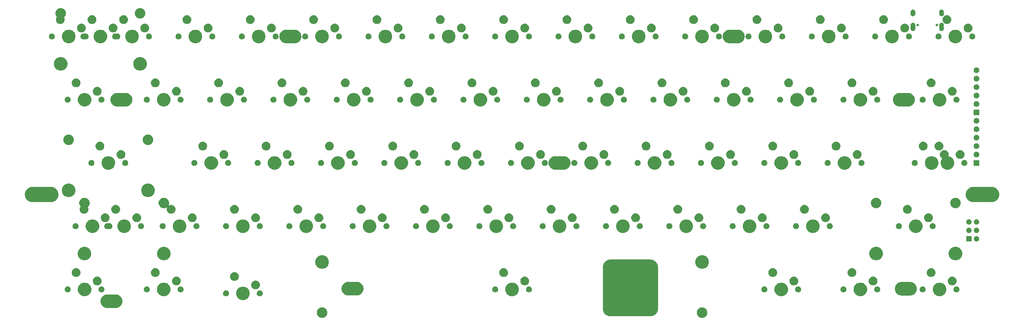
<source format=gbr>
G04 #@! TF.GenerationSoftware,KiCad,Pcbnew,5.1.4*
G04 #@! TF.CreationDate,2019-09-16T11:06:54-03:00*
G04 #@! TF.ProjectId,arcticPCB,61726374-6963-4504-9342-2e6b69636164,0.1.1*
G04 #@! TF.SameCoordinates,Original*
G04 #@! TF.FileFunction,Soldermask,Bot*
G04 #@! TF.FilePolarity,Negative*
%FSLAX46Y46*%
G04 Gerber Fmt 4.6, Leading zero omitted, Abs format (unit mm)*
G04 Created by KiCad (PCBNEW 5.1.4) date 2019-09-16 11:06:54*
%MOMM*%
%LPD*%
G04 APERTURE LIST*
%ADD10C,4.500000*%
%ADD11C,0.500000*%
%ADD12C,0.254000*%
G04 APERTURE END LIST*
D10*
G36*
X184100000Y-78700000D02*
G01*
X172100000Y-78700000D01*
X172100000Y-91200000D01*
X184100000Y-91200000D01*
X184100000Y-78700000D01*
G37*
X184100000Y-78700000D02*
X172100000Y-78700000D01*
X172100000Y-91200000D01*
X184100000Y-91200000D01*
X184100000Y-78700000D01*
D11*
X186100000Y-78700000D02*
G75*
G03X184100000Y-76700000I-2000000J0D01*
G01*
X184100000Y-93200000D02*
G75*
G03X186100000Y-91200000I0J2000000D01*
G01*
X170100000Y-91200000D02*
G75*
G03X172100000Y-93200000I2000000J0D01*
G01*
X172100000Y-76700000D02*
G75*
G03X170100000Y-78700000I0J-2000000D01*
G01*
X184100000Y-76700000D02*
X172100000Y-76700000D01*
X186100000Y-78700000D02*
X186100000Y-91200000D01*
X172100000Y-93200000D02*
X184100000Y-93200000D01*
X170100000Y-91200000D02*
X170100000Y-78700000D01*
D12*
G36*
X199952932Y-90839832D02*
G01*
X200108851Y-90870846D01*
X200217220Y-90915734D01*
X200395481Y-90989572D01*
X200466019Y-91036704D01*
X200653444Y-91161937D01*
X200872823Y-91381316D01*
X200981116Y-91543389D01*
X201045188Y-91639279D01*
X201109107Y-91793594D01*
X201163914Y-91925909D01*
X201188570Y-92049864D01*
X201224440Y-92230195D01*
X201224440Y-92540445D01*
X201198520Y-92670754D01*
X201163914Y-92844731D01*
X201132818Y-92919803D01*
X201045188Y-93131361D01*
X200997387Y-93202900D01*
X200872823Y-93389324D01*
X200653444Y-93608703D01*
X200481079Y-93723873D01*
X200395481Y-93781068D01*
X200227577Y-93850616D01*
X200108851Y-93899794D01*
X199956707Y-93930057D01*
X199804565Y-93960320D01*
X199494315Y-93960320D01*
X199342173Y-93930057D01*
X199190029Y-93899794D01*
X199071303Y-93850616D01*
X198903399Y-93781068D01*
X198817801Y-93723873D01*
X198645436Y-93608703D01*
X198426057Y-93389324D01*
X198301493Y-93202900D01*
X198253692Y-93131361D01*
X198166062Y-92919803D01*
X198134966Y-92844731D01*
X198100360Y-92670754D01*
X198074440Y-92540445D01*
X198074440Y-92230195D01*
X198110310Y-92049864D01*
X198134966Y-91925909D01*
X198189773Y-91793594D01*
X198253692Y-91639279D01*
X198317764Y-91543389D01*
X198426057Y-91381316D01*
X198645436Y-91161937D01*
X198832861Y-91036704D01*
X198903399Y-90989572D01*
X199081660Y-90915734D01*
X199190029Y-90870846D01*
X199345948Y-90839832D01*
X199494315Y-90810320D01*
X199804565Y-90810320D01*
X199952932Y-90839832D01*
X199952932Y-90839832D01*
G37*
G36*
X85652932Y-90839832D02*
G01*
X85808851Y-90870846D01*
X85917220Y-90915734D01*
X86095481Y-90989572D01*
X86166019Y-91036704D01*
X86353444Y-91161937D01*
X86572823Y-91381316D01*
X86681116Y-91543389D01*
X86745188Y-91639279D01*
X86809107Y-91793594D01*
X86863914Y-91925909D01*
X86888570Y-92049864D01*
X86924440Y-92230195D01*
X86924440Y-92540445D01*
X86898520Y-92670754D01*
X86863914Y-92844731D01*
X86832818Y-92919803D01*
X86745188Y-93131361D01*
X86697387Y-93202900D01*
X86572823Y-93389324D01*
X86353444Y-93608703D01*
X86181079Y-93723873D01*
X86095481Y-93781068D01*
X85927577Y-93850616D01*
X85808851Y-93899794D01*
X85656707Y-93930057D01*
X85504565Y-93960320D01*
X85194315Y-93960320D01*
X85042173Y-93930057D01*
X84890029Y-93899794D01*
X84771303Y-93850616D01*
X84603399Y-93781068D01*
X84517801Y-93723873D01*
X84345436Y-93608703D01*
X84126057Y-93389324D01*
X84001493Y-93202900D01*
X83953692Y-93131361D01*
X83866062Y-92919803D01*
X83834966Y-92844731D01*
X83800360Y-92670754D01*
X83774440Y-92540445D01*
X83774440Y-92230195D01*
X83810310Y-92049864D01*
X83834966Y-91925909D01*
X83889773Y-91793594D01*
X83953692Y-91639279D01*
X84017764Y-91543389D01*
X84126057Y-91381316D01*
X84345436Y-91161937D01*
X84532861Y-91036704D01*
X84603399Y-90989572D01*
X84781660Y-90915734D01*
X84890029Y-90870846D01*
X85045948Y-90839832D01*
X85194315Y-90810320D01*
X85504565Y-90810320D01*
X85652932Y-90839832D01*
X85652932Y-90839832D01*
G37*
G36*
X172100000Y-76398148D02*
G01*
X184099893Y-76398148D01*
X184100504Y-76398150D01*
X184100578Y-76398151D01*
X184115800Y-76399054D01*
X184115810Y-76398894D01*
X184118298Y-76399033D01*
X184118290Y-76399192D01*
X184132510Y-76399887D01*
X184517505Y-76437637D01*
X184518520Y-76437740D01*
X184530318Y-76439609D01*
X184548106Y-76443390D01*
X184549817Y-76443742D01*
X184567803Y-76447303D01*
X184578642Y-76450005D01*
X184949238Y-76561895D01*
X184949923Y-76562104D01*
X184961183Y-76566246D01*
X184977837Y-76573384D01*
X184979445Y-76574060D01*
X184996443Y-76581066D01*
X185006555Y-76585825D01*
X185348310Y-76767540D01*
X185348989Y-76767904D01*
X185359224Y-76774151D01*
X185374235Y-76784429D01*
X185375682Y-76785405D01*
X185390935Y-76795539D01*
X185399939Y-76802178D01*
X185689858Y-77038632D01*
X185695171Y-77043745D01*
X185699658Y-77047405D01*
X185699389Y-77047735D01*
X185699672Y-77047952D01*
X185699936Y-77047633D01*
X185702621Y-77049853D01*
X185706185Y-77053129D01*
X185708134Y-77054335D01*
X185709310Y-77055415D01*
X185722000Y-77068374D01*
X185723227Y-77069609D01*
X185736263Y-77082555D01*
X185743793Y-77090802D01*
X185990478Y-77388992D01*
X185991015Y-77389646D01*
X185998097Y-77399319D01*
X186008082Y-77414578D01*
X186009046Y-77416029D01*
X186019265Y-77431180D01*
X186025059Y-77440746D01*
X186209041Y-77781015D01*
X186209517Y-77781903D01*
X186214584Y-77792763D01*
X186221409Y-77809657D01*
X186222076Y-77811275D01*
X186229162Y-77828130D01*
X186232982Y-77838627D01*
X186347384Y-78208198D01*
X186347655Y-78209082D01*
X186347670Y-78209131D01*
X186350523Y-78220746D01*
X186353923Y-78238569D01*
X186354261Y-78240276D01*
X186357960Y-78258301D01*
X186359667Y-78269329D01*
X186400125Y-78654254D01*
X186400205Y-78655043D01*
X186400206Y-78655050D01*
X186400899Y-78670291D01*
X186401008Y-78670286D01*
X186401174Y-78673823D01*
X186401067Y-78673829D01*
X186401812Y-78688041D01*
X186401849Y-78698656D01*
X186401849Y-78699680D01*
X186401855Y-78699680D01*
X186401863Y-78700000D01*
X186401852Y-78700000D01*
X186401852Y-91200000D01*
X186401850Y-91200504D01*
X186401849Y-91200578D01*
X186400946Y-91215800D01*
X186401106Y-91215810D01*
X186400967Y-91218298D01*
X186400808Y-91218290D01*
X186400113Y-91232509D01*
X186362363Y-91617505D01*
X186362261Y-91618509D01*
X186360389Y-91630328D01*
X186356615Y-91648086D01*
X186356265Y-91649789D01*
X186352698Y-91667804D01*
X186349997Y-91678637D01*
X186238077Y-92049332D01*
X186237914Y-92049864D01*
X186237898Y-92049918D01*
X186233754Y-92061182D01*
X186226616Y-92077836D01*
X186225940Y-92079444D01*
X186218934Y-92096442D01*
X186214175Y-92106554D01*
X186032460Y-92448311D01*
X186032116Y-92448952D01*
X186032096Y-92448990D01*
X186025854Y-92459217D01*
X186015570Y-92474236D01*
X186014595Y-92475682D01*
X186004461Y-92490935D01*
X185997825Y-92499934D01*
X185761372Y-92789854D01*
X185756265Y-92795160D01*
X185752596Y-92799658D01*
X185752265Y-92799388D01*
X185752042Y-92799680D01*
X185752361Y-92799944D01*
X185750141Y-92802628D01*
X185746867Y-92806189D01*
X185745657Y-92808144D01*
X185744594Y-92809300D01*
X185731662Y-92821963D01*
X185730422Y-92823194D01*
X185717439Y-92836268D01*
X185709190Y-92843800D01*
X185410982Y-93090502D01*
X185410515Y-93090885D01*
X185410336Y-93091031D01*
X185400687Y-93098093D01*
X185385459Y-93108058D01*
X185384005Y-93109023D01*
X185368811Y-93119272D01*
X185359262Y-93125055D01*
X185018715Y-93309187D01*
X185018289Y-93309416D01*
X185018093Y-93309520D01*
X185007240Y-93314582D01*
X184990386Y-93321391D01*
X184988767Y-93322058D01*
X184971859Y-93329166D01*
X184961380Y-93332980D01*
X184591420Y-93447502D01*
X184591430Y-93447534D01*
X184591066Y-93447623D01*
X184591063Y-93447612D01*
X184590850Y-93447676D01*
X184579259Y-93450522D01*
X184561395Y-93453930D01*
X184559688Y-93454268D01*
X184541703Y-93457959D01*
X184530664Y-93459668D01*
X184145755Y-93500124D01*
X184144943Y-93500207D01*
X184129714Y-93500899D01*
X184129719Y-93501007D01*
X184126177Y-93501174D01*
X184126171Y-93501067D01*
X184111959Y-93501812D01*
X184101344Y-93501849D01*
X184100320Y-93501849D01*
X184100320Y-93501855D01*
X184100000Y-93501863D01*
X184100000Y-93501852D01*
X172100107Y-93501852D01*
X172099496Y-93501850D01*
X172099422Y-93501849D01*
X172084200Y-93500946D01*
X172084190Y-93501106D01*
X172081702Y-93500967D01*
X172081710Y-93500808D01*
X172067490Y-93500113D01*
X171682495Y-93462363D01*
X171681491Y-93462261D01*
X171669672Y-93460389D01*
X171651914Y-93456615D01*
X171650211Y-93456265D01*
X171632207Y-93452700D01*
X171621356Y-93449994D01*
X171251482Y-93338323D01*
X171251136Y-93338213D01*
X171251076Y-93338200D01*
X171250618Y-93338062D01*
X171250609Y-93338093D01*
X171250263Y-93337966D01*
X171250266Y-93337955D01*
X171250062Y-93337892D01*
X171238834Y-93333761D01*
X171222164Y-93326616D01*
X171220556Y-93325940D01*
X171203558Y-93318934D01*
X171193446Y-93314175D01*
X170851689Y-93132460D01*
X170851007Y-93132093D01*
X170840783Y-93125854D01*
X170825764Y-93115570D01*
X170824318Y-93114595D01*
X170809065Y-93104461D01*
X170800066Y-93097825D01*
X170510146Y-92861372D01*
X170504840Y-92856265D01*
X170500342Y-92852596D01*
X170500612Y-92852265D01*
X170500320Y-92852042D01*
X170500056Y-92852361D01*
X170497372Y-92850141D01*
X170493811Y-92846867D01*
X170491856Y-92845657D01*
X170490700Y-92844594D01*
X170478037Y-92831662D01*
X170476806Y-92830422D01*
X170463732Y-92817439D01*
X170456200Y-92809190D01*
X170209474Y-92510952D01*
X170209051Y-92510436D01*
X170208969Y-92510336D01*
X170201907Y-92500687D01*
X170191942Y-92485459D01*
X170190977Y-92484005D01*
X170180728Y-92468811D01*
X170174945Y-92459262D01*
X169990750Y-92118599D01*
X169990580Y-92118282D01*
X169990480Y-92118093D01*
X169985418Y-92107240D01*
X169978609Y-92090386D01*
X169977942Y-92088767D01*
X169970834Y-92071859D01*
X169967020Y-92061380D01*
X169852553Y-91691597D01*
X169852329Y-91690863D01*
X169849475Y-91679245D01*
X169846070Y-91661395D01*
X169845732Y-91659688D01*
X169842041Y-91641703D01*
X169840332Y-91630664D01*
X169799876Y-91245755D01*
X169799793Y-91244943D01*
X169799101Y-91229714D01*
X169798993Y-91229719D01*
X169798826Y-91226177D01*
X169798933Y-91226171D01*
X169798188Y-91211959D01*
X169798151Y-91201216D01*
X169798151Y-91200320D01*
X169798145Y-91200320D01*
X169798137Y-91200000D01*
X169798148Y-91200000D01*
X169798148Y-78720879D01*
X170401852Y-78720879D01*
X170401852Y-91191133D01*
X170402537Y-91204199D01*
X170436672Y-91528975D01*
X170441577Y-91552872D01*
X170532251Y-91845792D01*
X170541705Y-91868281D01*
X170687542Y-92138002D01*
X170701184Y-92158228D01*
X170896632Y-92394483D01*
X170913942Y-92411672D01*
X171151560Y-92605469D01*
X171171879Y-92618969D01*
X171442615Y-92762923D01*
X171465171Y-92772220D01*
X171758710Y-92860844D01*
X171782640Y-92865582D01*
X172108681Y-92897551D01*
X172120879Y-92898148D01*
X172197501Y-92898148D01*
X172221887Y-92895746D01*
X172245336Y-92888633D01*
X172266947Y-92877082D01*
X172285889Y-92861537D01*
X172301434Y-92842595D01*
X172312985Y-92820984D01*
X172320098Y-92797535D01*
X172322500Y-92773149D01*
X172322097Y-92769048D01*
X172692003Y-92769048D01*
X172693604Y-92793500D01*
X172699944Y-92817169D01*
X172710780Y-92839147D01*
X172725695Y-92858589D01*
X172744117Y-92874747D01*
X172765337Y-92887001D01*
X172788540Y-92894880D01*
X172816935Y-92898148D01*
X173141666Y-92898148D01*
X173166052Y-92895746D01*
X173189501Y-92888633D01*
X173211112Y-92877082D01*
X173230054Y-92861537D01*
X173245599Y-92842595D01*
X173257150Y-92820984D01*
X173264263Y-92797535D01*
X173266665Y-92773149D01*
X173266555Y-92772030D01*
X173632894Y-92772030D01*
X173635077Y-92796437D01*
X173641980Y-92819948D01*
X173653338Y-92841662D01*
X173668713Y-92860742D01*
X173687515Y-92876456D01*
X173709021Y-92888200D01*
X173732406Y-92895523D01*
X173757888Y-92898148D01*
X173970908Y-92898148D01*
X173995294Y-92895746D01*
X174018743Y-92888633D01*
X174040354Y-92877082D01*
X174059296Y-92861537D01*
X174074841Y-92842595D01*
X174086392Y-92820984D01*
X174093505Y-92797535D01*
X174095907Y-92773149D01*
X174093505Y-92748763D01*
X174086392Y-92725314D01*
X174074841Y-92703703D01*
X174059296Y-92684761D01*
X174035204Y-92665954D01*
X173999764Y-92644697D01*
X173996196Y-92642439D01*
X173992832Y-92640081D01*
X173952437Y-92610334D01*
X173949096Y-92607749D01*
X173946027Y-92605136D01*
X173908160Y-92571357D01*
X173905345Y-92568731D01*
X173902456Y-92565780D01*
X173873306Y-92534588D01*
X173854901Y-92518411D01*
X173833693Y-92506136D01*
X173810498Y-92498234D01*
X173786207Y-92495009D01*
X173761754Y-92496584D01*
X173738078Y-92502900D01*
X173716089Y-92513714D01*
X173696632Y-92528610D01*
X173680455Y-92547015D01*
X173668180Y-92568223D01*
X173660278Y-92591418D01*
X173657053Y-92615709D01*
X173658628Y-92640162D01*
X173659852Y-92644532D01*
X173659607Y-92644579D01*
X173663838Y-92666866D01*
X173663834Y-92667355D01*
X173663839Y-92667414D01*
X173663751Y-92677509D01*
X173663744Y-92677573D01*
X173663740Y-92678040D01*
X173661507Y-92688762D01*
X173661316Y-92689211D01*
X173661308Y-92689235D01*
X173657371Y-92698502D01*
X173657362Y-92698519D01*
X173657165Y-92698982D01*
X173654581Y-92702776D01*
X173642837Y-92724282D01*
X173635514Y-92747667D01*
X173632894Y-92772030D01*
X173266555Y-92772030D01*
X173264263Y-92748763D01*
X173257150Y-92725314D01*
X173243913Y-92701640D01*
X173243979Y-92701597D01*
X173243326Y-92700590D01*
X173242892Y-92699814D01*
X173242230Y-92698900D01*
X173090802Y-92465416D01*
X173090791Y-92465402D01*
X173083621Y-92454350D01*
X173068334Y-92435199D01*
X173049605Y-92419399D01*
X173028153Y-92407556D01*
X173004802Y-92400126D01*
X172980451Y-92397393D01*
X172956034Y-92399465D01*
X172932491Y-92406259D01*
X172910726Y-92417517D01*
X172891575Y-92432804D01*
X172873693Y-92454658D01*
X172866531Y-92465769D01*
X172866532Y-92465770D01*
X172866523Y-92465781D01*
X172715672Y-92699864D01*
X172715337Y-92700331D01*
X172715046Y-92700835D01*
X172714002Y-92702455D01*
X172714081Y-92702506D01*
X172703083Y-92721551D01*
X172695204Y-92744754D01*
X172692003Y-92769048D01*
X172322097Y-92769048D01*
X172320098Y-92748763D01*
X172312985Y-92725314D01*
X172306092Y-92712418D01*
X172306315Y-92712298D01*
X172300498Y-92701445D01*
X172300493Y-92701437D01*
X172295744Y-92692576D01*
X172295741Y-92692568D01*
X172295514Y-92692145D01*
X172295374Y-92691686D01*
X172295368Y-92691671D01*
X172292439Y-92682049D01*
X172292437Y-92682038D01*
X172292283Y-92681533D01*
X172291206Y-92670754D01*
X172291252Y-92670279D01*
X172291252Y-92670173D01*
X172292233Y-92660088D01*
X172292424Y-92659126D01*
X172296269Y-92647395D01*
X172296877Y-92646095D01*
X172297225Y-92645472D01*
X172297680Y-92644084D01*
X172302286Y-92635839D01*
X172302373Y-92635710D01*
X172306240Y-92630099D01*
X172306253Y-92630083D01*
X172306678Y-92629467D01*
X172313254Y-92620016D01*
X172313121Y-92619924D01*
X172313179Y-92619824D01*
X172313320Y-92619922D01*
X172322623Y-92606609D01*
X172322512Y-92606531D01*
X172322550Y-92606478D01*
X172322660Y-92606555D01*
X172334287Y-92589957D01*
X172334126Y-92589844D01*
X172334155Y-92589812D01*
X172334312Y-92589922D01*
X172348111Y-92570255D01*
X172347630Y-92569917D01*
X172347647Y-92569892D01*
X172348129Y-92570230D01*
X172363948Y-92547711D01*
X172363841Y-92547636D01*
X172363855Y-92547615D01*
X172363962Y-92547690D01*
X172381649Y-92522535D01*
X172381162Y-92522192D01*
X172381172Y-92522178D01*
X172381660Y-92522521D01*
X172401062Y-92494945D01*
X172400453Y-92494516D01*
X172400465Y-92494500D01*
X172401073Y-92494928D01*
X172422040Y-92465149D01*
X172422046Y-92465140D01*
X172444423Y-92433373D01*
X172443942Y-92433034D01*
X172443951Y-92433021D01*
X172444433Y-92433361D01*
X172468071Y-92399823D01*
X172468124Y-92399747D01*
X172468143Y-92399720D01*
X172492820Y-92364722D01*
X172492178Y-92364269D01*
X172492187Y-92364258D01*
X172492828Y-92364710D01*
X172518529Y-92328279D01*
X172518534Y-92328271D01*
X172545037Y-92290717D01*
X172544577Y-92290392D01*
X172544581Y-92290386D01*
X172545042Y-92290711D01*
X172715137Y-92049749D01*
X172727238Y-92028441D01*
X172734950Y-92005182D01*
X172737976Y-91980866D01*
X172736200Y-91956426D01*
X172729690Y-91932803D01*
X172715370Y-91905908D01*
X172713644Y-91903446D01*
X172713641Y-91903441D01*
X172695388Y-91877402D01*
X172695285Y-91877474D01*
X172695281Y-91877469D01*
X172695384Y-91877397D01*
X172675566Y-91849120D01*
X172675554Y-91849104D01*
X172654343Y-91818835D01*
X172654342Y-91818833D01*
X172631882Y-91786779D01*
X172631880Y-91786776D01*
X172608344Y-91753182D01*
X172607861Y-91753520D01*
X172607859Y-91753517D01*
X172608342Y-91753179D01*
X172583898Y-91718284D01*
X172583894Y-91718277D01*
X172558695Y-91682303D01*
X172558692Y-91682298D01*
X172552245Y-91673092D01*
X172552233Y-91673076D01*
X172527195Y-91637335D01*
X172527187Y-91637324D01*
X172502921Y-91602693D01*
X172502915Y-91602683D01*
X172479586Y-91569396D01*
X172479577Y-91569384D01*
X172457354Y-91537683D01*
X172457346Y-91537671D01*
X172436391Y-91507786D01*
X172436383Y-91507775D01*
X172416863Y-91479943D01*
X172416848Y-91479922D01*
X172398931Y-91454387D01*
X172398921Y-91454370D01*
X172382764Y-91431351D01*
X172382746Y-91431326D01*
X172368525Y-91411076D01*
X172368499Y-91411039D01*
X172356377Y-91393791D01*
X172356349Y-91393751D01*
X172346491Y-91379736D01*
X172346490Y-91379737D01*
X172346430Y-91379649D01*
X172339042Y-91369164D01*
X172338913Y-91368982D01*
X172334537Y-91362795D01*
X172334083Y-91362157D01*
X172333458Y-91361285D01*
X172331774Y-91358991D01*
X172328635Y-91354815D01*
X172325432Y-91350087D01*
X172323953Y-91347011D01*
X172323948Y-91347002D01*
X172319591Y-91337939D01*
X172319586Y-91337925D01*
X172319373Y-91337482D01*
X172316627Y-91326808D01*
X172316016Y-91315907D01*
X172316085Y-91315422D01*
X172316087Y-91315364D01*
X172317499Y-91305372D01*
X172317514Y-91305312D01*
X172317576Y-91304871D01*
X172317724Y-91304450D01*
X172317731Y-91304420D01*
X172321064Y-91294920D01*
X172321077Y-91294893D01*
X172321238Y-91294433D01*
X172326830Y-91284972D01*
X172334173Y-91276766D01*
X172334571Y-91276467D01*
X172334574Y-91276464D01*
X172339916Y-91272449D01*
X172342998Y-91270132D01*
X172343441Y-91269919D01*
X172343446Y-91269916D01*
X172352509Y-91265559D01*
X172353430Y-91265223D01*
X172364652Y-91262513D01*
X172365919Y-91262355D01*
X172366205Y-91262338D01*
X172368117Y-91261876D01*
X172376489Y-91261374D01*
X172675871Y-91262654D01*
X172681535Y-91262956D01*
X172684865Y-91263633D01*
X172684911Y-91263638D01*
X172694786Y-91265647D01*
X172694826Y-91265659D01*
X172695301Y-91265756D01*
X172705410Y-91269996D01*
X172714463Y-91276100D01*
X172714717Y-91276357D01*
X172714916Y-91276522D01*
X172722126Y-91283825D01*
X172722288Y-91284026D01*
X172724541Y-91286308D01*
X172728049Y-91291139D01*
X172872733Y-91513230D01*
X172872756Y-91513265D01*
X172873494Y-91514397D01*
X172888825Y-91533513D01*
X172907589Y-91549272D01*
X172929068Y-91561067D01*
X172952435Y-91568445D01*
X172976792Y-91571122D01*
X173001204Y-91568996D01*
X173024732Y-91562149D01*
X173046472Y-91550843D01*
X173065588Y-91535512D01*
X173067013Y-91533774D01*
X173067156Y-91533657D01*
X173071104Y-91528786D01*
X173082972Y-91514314D01*
X173083533Y-91513452D01*
X173083532Y-91513451D01*
X173083539Y-91513443D01*
X173228965Y-91289950D01*
X173232303Y-91285332D01*
X173234685Y-91282890D01*
X173234698Y-91282874D01*
X173241723Y-91275674D01*
X173241731Y-91275667D01*
X173242060Y-91275330D01*
X173242448Y-91275064D01*
X173242473Y-91275043D01*
X173250786Y-91269344D01*
X173250822Y-91269324D01*
X173251225Y-91269048D01*
X173261126Y-91264809D01*
X173261439Y-91264744D01*
X173261792Y-91264632D01*
X173271925Y-91262520D01*
X173272296Y-91262481D01*
X173275310Y-91261853D01*
X173281524Y-91261528D01*
X173431414Y-91261462D01*
X173460339Y-91261462D01*
X173488379Y-91261498D01*
X173488775Y-91261499D01*
X173488775Y-91261498D01*
X173512408Y-91261580D01*
X173512408Y-91261578D01*
X173512438Y-91261581D01*
X173512748Y-91261582D01*
X173532243Y-91261716D01*
X173532243Y-91261709D01*
X173532349Y-91261720D01*
X173533065Y-91261724D01*
X173548064Y-91261910D01*
X173549295Y-91261932D01*
X173561253Y-91262185D01*
X173561605Y-91262193D01*
X173562456Y-91262220D01*
X173571147Y-91262535D01*
X173572359Y-91262587D01*
X173573608Y-91262659D01*
X173578692Y-91262984D01*
X173581564Y-91263213D01*
X173583843Y-91263462D01*
X173584616Y-91263558D01*
X173591720Y-91264732D01*
X173596946Y-91266044D01*
X173600734Y-91267366D01*
X173603752Y-91268950D01*
X173603808Y-91268973D01*
X173612750Y-91273667D01*
X173612802Y-91273701D01*
X173613213Y-91273917D01*
X173621745Y-91280818D01*
X173622054Y-91281190D01*
X173622069Y-91281204D01*
X173628507Y-91288938D01*
X173628514Y-91288948D01*
X173629781Y-91290470D01*
X173634397Y-91298485D01*
X173635699Y-91302047D01*
X173638508Y-91315672D01*
X173638511Y-91316151D01*
X173638516Y-91316197D01*
X173638583Y-91326287D01*
X173638579Y-91326333D01*
X173638582Y-91326829D01*
X173636557Y-91337375D01*
X173636431Y-91337682D01*
X173636328Y-91338031D01*
X173632404Y-91347611D01*
X173632235Y-91347929D01*
X173631068Y-91350777D01*
X173628026Y-91355828D01*
X173625746Y-91359117D01*
X173625304Y-91359752D01*
X173619687Y-91367812D01*
X173619859Y-91367932D01*
X173619834Y-91367976D01*
X173619658Y-91367853D01*
X173611316Y-91379799D01*
X173611774Y-91380119D01*
X173611758Y-91380141D01*
X173611301Y-91379822D01*
X173600600Y-91395130D01*
X173601087Y-91395471D01*
X173601077Y-91395486D01*
X173600589Y-91395145D01*
X173587686Y-91413590D01*
X173587681Y-91413597D01*
X173572735Y-91434955D01*
X173573396Y-91435418D01*
X173573388Y-91435428D01*
X173572728Y-91434966D01*
X173555898Y-91459005D01*
X173555892Y-91459013D01*
X173537332Y-91485518D01*
X173537822Y-91485861D01*
X173537817Y-91485868D01*
X173537327Y-91485525D01*
X173517196Y-91514265D01*
X173517193Y-91514269D01*
X173495649Y-91545019D01*
X173495633Y-91545044D01*
X173472849Y-91577558D01*
X173473045Y-91577696D01*
X173473042Y-91577700D01*
X173472846Y-91577563D01*
X173448961Y-91611643D01*
X173448949Y-91611659D01*
X173424159Y-91647025D01*
X173424112Y-91647091D01*
X173398497Y-91683628D01*
X173398491Y-91683637D01*
X173384503Y-91703593D01*
X173384485Y-91703620D01*
X173359354Y-91739493D01*
X173359357Y-91739495D01*
X173359324Y-91739534D01*
X173335146Y-91774076D01*
X173335116Y-91774118D01*
X173311907Y-91807305D01*
X173311878Y-91807346D01*
X173289913Y-91838781D01*
X173289879Y-91838830D01*
X173269285Y-91868333D01*
X173269250Y-91868384D01*
X173250174Y-91895741D01*
X173250124Y-91895812D01*
X173242472Y-91906802D01*
X173230509Y-91928187D01*
X173222948Y-91951495D01*
X173220079Y-91975831D01*
X173222013Y-92000259D01*
X173228675Y-92023840D01*
X173242545Y-92049756D01*
X173248160Y-92057803D01*
X173248176Y-92057826D01*
X173267177Y-92085044D01*
X173267193Y-92085068D01*
X173287777Y-92114539D01*
X173287788Y-92114554D01*
X173309746Y-92145982D01*
X173309758Y-92145999D01*
X173332986Y-92179233D01*
X173332996Y-92179248D01*
X173357324Y-92214045D01*
X173357339Y-92214063D01*
X173382632Y-92250226D01*
X173382639Y-92250236D01*
X173408711Y-92287505D01*
X173408715Y-92287511D01*
X173430188Y-92318202D01*
X173430189Y-92318204D01*
X173455728Y-92354710D01*
X173455745Y-92354734D01*
X173480366Y-92389931D01*
X173480385Y-92389960D01*
X173503999Y-92423722D01*
X173504079Y-92423836D01*
X173526418Y-92455781D01*
X173526419Y-92455783D01*
X173540199Y-92475491D01*
X173556141Y-92494100D01*
X173575407Y-92509241D01*
X173597257Y-92520333D01*
X173620852Y-92526948D01*
X173645283Y-92528834D01*
X173669613Y-92525917D01*
X173692906Y-92518310D01*
X173714268Y-92506304D01*
X173732877Y-92490362D01*
X173748018Y-92471096D01*
X173759110Y-92449246D01*
X173765725Y-92425651D01*
X173767611Y-92401220D01*
X173764694Y-92376890D01*
X173757145Y-92354461D01*
X173757351Y-92354376D01*
X173754984Y-92348598D01*
X173735424Y-92297757D01*
X173734091Y-92294056D01*
X173733071Y-92290806D01*
X173717309Y-92236847D01*
X173716401Y-92233497D01*
X173715638Y-92230169D01*
X173703728Y-92173130D01*
X173703168Y-92170193D01*
X173702649Y-92166800D01*
X173694556Y-92106292D01*
X173694315Y-92104331D01*
X173694165Y-92102877D01*
X173693150Y-92092054D01*
X173693019Y-92090503D01*
X173692926Y-92089117D01*
X173689129Y-92024654D01*
X173689020Y-92022194D01*
X173688981Y-92019369D01*
X173689062Y-91978944D01*
X174048077Y-91978944D01*
X174048123Y-92000415D01*
X174048159Y-92003151D01*
X174048679Y-92024782D01*
X174048783Y-92027700D01*
X174049715Y-92047350D01*
X174049940Y-92050975D01*
X174051122Y-92066405D01*
X174051649Y-92071764D01*
X174052722Y-92080698D01*
X174053834Y-92088087D01*
X174058129Y-92111781D01*
X174059999Y-92120365D01*
X174068786Y-92154832D01*
X174072008Y-92165469D01*
X174082390Y-92194953D01*
X174086918Y-92206075D01*
X174098759Y-92231579D01*
X174104823Y-92243043D01*
X174118099Y-92265268D01*
X174125303Y-92276021D01*
X174141097Y-92297143D01*
X174149528Y-92307260D01*
X174165788Y-92324803D01*
X174176026Y-92334661D01*
X174192348Y-92348678D01*
X174204146Y-92357651D01*
X174221137Y-92369050D01*
X174234021Y-92376618D01*
X174252643Y-92386108D01*
X174265934Y-92391936D01*
X174287230Y-92399834D01*
X174300276Y-92403876D01*
X174326044Y-92410341D01*
X174338850Y-92412852D01*
X174345258Y-92413764D01*
X174351976Y-92414535D01*
X174365920Y-92415755D01*
X174370972Y-92416094D01*
X174388517Y-92416915D01*
X174393101Y-92417046D01*
X174411272Y-92417229D01*
X174416203Y-92417181D01*
X174432162Y-92416712D01*
X174438621Y-92416355D01*
X174451460Y-92415311D01*
X174461840Y-92414028D01*
X174488429Y-92409605D01*
X174502037Y-92406553D01*
X174524291Y-92400239D01*
X174537821Y-92395547D01*
X174558222Y-92387135D01*
X174571320Y-92380819D01*
X174590228Y-92370305D01*
X174602528Y-92362494D01*
X174620262Y-92349723D01*
X174631451Y-92340642D01*
X174648223Y-92325344D01*
X174658071Y-92315290D01*
X174673993Y-92297088D01*
X174682382Y-92286372D01*
X174697994Y-92264023D01*
X174704156Y-92254271D01*
X174712595Y-92239444D01*
X174717771Y-92229304D01*
X174730132Y-92202088D01*
X174734710Y-92190506D01*
X174744787Y-92160762D01*
X174747985Y-92149657D01*
X174756067Y-92115777D01*
X174758087Y-92105379D01*
X174763980Y-92066229D01*
X174764938Y-92058027D01*
X174765345Y-92053154D01*
X174765639Y-92048663D01*
X174766290Y-92034917D01*
X174766398Y-92031828D01*
X174766805Y-92013817D01*
X174766836Y-92011452D01*
X174766909Y-91991582D01*
X174766898Y-91989406D01*
X174766623Y-91969390D01*
X174766569Y-91967043D01*
X174765984Y-91949059D01*
X174765849Y-91946042D01*
X174765061Y-91932154D01*
X174764705Y-91927445D01*
X174763919Y-91919149D01*
X174763279Y-91913684D01*
X174762347Y-91906997D01*
X174761697Y-91902843D01*
X174758290Y-91883245D01*
X174757396Y-91878620D01*
X174753293Y-91859352D01*
X174752188Y-91854617D01*
X174747952Y-91837938D01*
X174746288Y-91832002D01*
X174742713Y-91820364D01*
X174739102Y-91810197D01*
X174735303Y-91800805D01*
X174733139Y-91795774D01*
X174726952Y-91782219D01*
X174725146Y-91778431D01*
X174717526Y-91763119D01*
X174715695Y-91759584D01*
X174707930Y-91745152D01*
X174705665Y-91741122D01*
X174699373Y-91730398D01*
X174695826Y-91724707D01*
X174691826Y-91718658D01*
X174687727Y-91712828D01*
X174684985Y-91709155D01*
X174679627Y-91702469D01*
X174660026Y-91679657D01*
X174650752Y-91669968D01*
X174632772Y-91653096D01*
X174621999Y-91644070D01*
X174603632Y-91630363D01*
X174591566Y-91622402D01*
X174572446Y-91611317D01*
X174559424Y-91604750D01*
X174539089Y-91595944D01*
X174525561Y-91590991D01*
X174503430Y-91584306D01*
X174489876Y-91581024D01*
X174465311Y-91576510D01*
X174452154Y-91574808D01*
X174424738Y-91572733D01*
X174412294Y-91572413D01*
X174381941Y-91573144D01*
X174370086Y-91573995D01*
X174343043Y-91577234D01*
X174330305Y-91579433D01*
X174306009Y-91584934D01*
X174292567Y-91588779D01*
X174271453Y-91596119D01*
X174257924Y-91601730D01*
X174239098Y-91610866D01*
X174226061Y-91618187D01*
X174208732Y-91629331D01*
X174196735Y-91638096D01*
X174180166Y-91651783D01*
X174169638Y-91661550D01*
X174151661Y-91680260D01*
X174144932Y-91687858D01*
X174137544Y-91696916D01*
X174131950Y-91704319D01*
X174116161Y-91726912D01*
X174109586Y-91737390D01*
X174097478Y-91758988D01*
X174091913Y-91770194D01*
X174081720Y-91793594D01*
X174077457Y-91804828D01*
X174068778Y-91831495D01*
X174065843Y-91842068D01*
X174058631Y-91873314D01*
X174056832Y-91882753D01*
X174051179Y-91920171D01*
X174050302Y-91927389D01*
X174049822Y-91932605D01*
X174049466Y-91937546D01*
X174048669Y-91952818D01*
X174048529Y-91956606D01*
X174048107Y-91975950D01*
X174048077Y-91978944D01*
X173689062Y-91978944D01*
X173689063Y-91978934D01*
X173689108Y-91957188D01*
X173689161Y-91954289D01*
X173689302Y-91951495D01*
X173693262Y-91891322D01*
X173693498Y-91888453D01*
X173693850Y-91885424D01*
X173701583Y-91827484D01*
X173702021Y-91824582D01*
X173702634Y-91821314D01*
X173714061Y-91765951D01*
X173714807Y-91762656D01*
X173715643Y-91759520D01*
X173730718Y-91706872D01*
X173731744Y-91703540D01*
X173732925Y-91700191D01*
X173751561Y-91650568D01*
X173752958Y-91647077D01*
X173754511Y-91643634D01*
X173776657Y-91597224D01*
X173778352Y-91593857D01*
X173780145Y-91590643D01*
X173805066Y-91548120D01*
X173807000Y-91544973D01*
X173808999Y-91542002D01*
X173839277Y-91498941D01*
X173841563Y-91495837D01*
X173843871Y-91492968D01*
X173877402Y-91453059D01*
X173879809Y-91450314D01*
X173882510Y-91447490D01*
X173918941Y-91411037D01*
X173921736Y-91408360D01*
X173924596Y-91405851D01*
X173963746Y-91372974D01*
X173966870Y-91370468D01*
X173969923Y-91368234D01*
X174011613Y-91339080D01*
X174014625Y-91337068D01*
X174018281Y-91334855D01*
X174062043Y-91309767D01*
X174065613Y-91307829D01*
X174069192Y-91306092D01*
X174114988Y-91285137D01*
X174118691Y-91283545D01*
X174122614Y-91282071D01*
X174170224Y-91265455D01*
X174173859Y-91264273D01*
X174177074Y-91263371D01*
X174218240Y-91252680D01*
X174221009Y-91252011D01*
X174224441Y-91251312D01*
X174277602Y-91241542D01*
X174281076Y-91240972D01*
X174284099Y-91240592D01*
X174339272Y-91234647D01*
X174342173Y-91234385D01*
X174345453Y-91234205D01*
X174401429Y-91232174D01*
X174404728Y-91232114D01*
X174407587Y-91232162D01*
X174463918Y-91234060D01*
X174466821Y-91234208D01*
X174470155Y-91234496D01*
X174525621Y-91240323D01*
X174529135Y-91240761D01*
X174532075Y-91241239D01*
X174586651Y-91251101D01*
X174589000Y-91251559D01*
X174591503Y-91252120D01*
X174611186Y-91256840D01*
X174613652Y-91257471D01*
X174616497Y-91258294D01*
X174666611Y-91273684D01*
X174670512Y-91274982D01*
X174674055Y-91276340D01*
X174721616Y-91295785D01*
X174725241Y-91297363D01*
X174728821Y-91299117D01*
X174774023Y-91322552D01*
X174777462Y-91324433D01*
X174780856Y-91326495D01*
X174823555Y-91353761D01*
X174826710Y-91355875D01*
X174829971Y-91358277D01*
X174870019Y-91389211D01*
X174873021Y-91391638D01*
X174875924Y-91394208D01*
X174913190Y-91428671D01*
X174915945Y-91431333D01*
X174918591Y-91434125D01*
X174952908Y-91471950D01*
X174955382Y-91474797D01*
X174957752Y-91477776D01*
X174988970Y-91518817D01*
X174991221Y-91521913D01*
X174993241Y-91524956D01*
X175021187Y-91569036D01*
X175023150Y-91572283D01*
X175024880Y-91575436D01*
X175049418Y-91622439D01*
X175051044Y-91625717D01*
X175052523Y-91629037D01*
X175073487Y-91678820D01*
X175074774Y-91682056D01*
X175075984Y-91685498D01*
X175089489Y-91726593D01*
X175099384Y-91749011D01*
X175113462Y-91769067D01*
X175131183Y-91785991D01*
X175151865Y-91799133D01*
X175166575Y-91804834D01*
X175159759Y-91810421D01*
X175144203Y-91829354D01*
X175132639Y-91850958D01*
X175125511Y-91874402D01*
X175123363Y-91907043D01*
X175123450Y-91908376D01*
X175126278Y-91962908D01*
X175126364Y-91965116D01*
X175126394Y-91967696D01*
X175126338Y-91990326D01*
X175126338Y-91990382D01*
X175126258Y-92023150D01*
X175126219Y-92025603D01*
X175126125Y-92027785D01*
X175123027Y-92083174D01*
X175122865Y-92085510D01*
X175122621Y-92088009D01*
X175116600Y-92141887D01*
X175116246Y-92144666D01*
X175115853Y-92147151D01*
X175106929Y-92198563D01*
X175106398Y-92201352D01*
X175105671Y-92204559D01*
X175093138Y-92255604D01*
X175092293Y-92258782D01*
X175091285Y-92262067D01*
X175074054Y-92314561D01*
X175072760Y-92318237D01*
X175071533Y-92321310D01*
X175050514Y-92371108D01*
X175048989Y-92374519D01*
X175047301Y-92377898D01*
X175022695Y-92424638D01*
X175020837Y-92427989D01*
X175018779Y-92431344D01*
X174990645Y-92475005D01*
X174988433Y-92478276D01*
X174986038Y-92481495D01*
X174954428Y-92522007D01*
X174951892Y-92525107D01*
X174949176Y-92528133D01*
X174914219Y-92565313D01*
X174911256Y-92568318D01*
X174908338Y-92571013D01*
X174869904Y-92604925D01*
X174867225Y-92607193D01*
X174864187Y-92609554D01*
X174831924Y-92633537D01*
X174828931Y-92635666D01*
X174825817Y-92637690D01*
X174782114Y-92664807D01*
X174781055Y-92665431D01*
X174761258Y-92679872D01*
X174744660Y-92697898D01*
X174731897Y-92718816D01*
X174723460Y-92741822D01*
X174719674Y-92766032D01*
X174720683Y-92790515D01*
X174726450Y-92814331D01*
X174736752Y-92836564D01*
X174751193Y-92856361D01*
X174769219Y-92872959D01*
X174790137Y-92885722D01*
X174813143Y-92894159D01*
X174844470Y-92898148D01*
X175953699Y-92898148D01*
X175978085Y-92895746D01*
X176001534Y-92888633D01*
X176023145Y-92877082D01*
X176042087Y-92861537D01*
X176057632Y-92842595D01*
X176069183Y-92820984D01*
X176076296Y-92797535D01*
X176078698Y-92773149D01*
X176076296Y-92748763D01*
X176069183Y-92725314D01*
X176057672Y-92703763D01*
X176054119Y-92698439D01*
X176049928Y-92688322D01*
X176049831Y-92687834D01*
X176049822Y-92687805D01*
X176047856Y-92677929D01*
X176047854Y-92677909D01*
X176047188Y-92674565D01*
X176046908Y-92668855D01*
X176046908Y-91967412D01*
X176044506Y-91943026D01*
X176037393Y-91919577D01*
X176025842Y-91897966D01*
X176010297Y-91879024D01*
X175991355Y-91863479D01*
X175969744Y-91851928D01*
X175946295Y-91844815D01*
X175921909Y-91842413D01*
X175393168Y-91842413D01*
X175387458Y-91842133D01*
X175384114Y-91841467D01*
X175384094Y-91841465D01*
X175374218Y-91839499D01*
X175374189Y-91839490D01*
X175373701Y-91839393D01*
X175363581Y-91835201D01*
X175354484Y-91829130D01*
X175354161Y-91828807D01*
X175354078Y-91828739D01*
X175346913Y-91821574D01*
X175346845Y-91821491D01*
X175339507Y-91814153D01*
X175336535Y-91810527D01*
X175317602Y-91794971D01*
X175295998Y-91783407D01*
X175290362Y-91781693D01*
X175306662Y-91764626D01*
X175319804Y-91743944D01*
X175328659Y-91721096D01*
X175333239Y-91687569D01*
X175333239Y-91539743D01*
X175333519Y-91534033D01*
X175334185Y-91530689D01*
X175334187Y-91530669D01*
X175336153Y-91520793D01*
X175336162Y-91520764D01*
X175336259Y-91520276D01*
X175340451Y-91510156D01*
X175346522Y-91501059D01*
X175346845Y-91500736D01*
X175346913Y-91500653D01*
X175354078Y-91493488D01*
X175354161Y-91493420D01*
X175354484Y-91493097D01*
X175363581Y-91487026D01*
X175373701Y-91482834D01*
X175374189Y-91482737D01*
X175374218Y-91482728D01*
X175384094Y-91480762D01*
X175384114Y-91480760D01*
X175387458Y-91480094D01*
X175393168Y-91479814D01*
X175921909Y-91479814D01*
X175946295Y-91477412D01*
X175969744Y-91470299D01*
X175991355Y-91458748D01*
X176010297Y-91443203D01*
X176025842Y-91424261D01*
X176037393Y-91402650D01*
X176044506Y-91379201D01*
X176046908Y-91354815D01*
X176046908Y-91152153D01*
X176044506Y-91127767D01*
X176037393Y-91104318D01*
X176025842Y-91082707D01*
X176010297Y-91063765D01*
X175991355Y-91048220D01*
X175969744Y-91036669D01*
X175946295Y-91029556D01*
X175921909Y-91027154D01*
X175360152Y-91027154D01*
X175354442Y-91026874D01*
X175351098Y-91026208D01*
X175351078Y-91026206D01*
X175341202Y-91024240D01*
X175341173Y-91024231D01*
X175340685Y-91024134D01*
X175330565Y-91019942D01*
X175321468Y-91013871D01*
X175321145Y-91013548D01*
X175321062Y-91013480D01*
X175313897Y-91006315D01*
X175313829Y-91006232D01*
X175313506Y-91005909D01*
X175307435Y-90996812D01*
X175303243Y-90986692D01*
X175303146Y-90986204D01*
X175303137Y-90986175D01*
X175301171Y-90976299D01*
X175301169Y-90976279D01*
X175300503Y-90972935D01*
X175300223Y-90967225D01*
X175300223Y-90721945D01*
X175300503Y-90716235D01*
X175301169Y-90712891D01*
X175301171Y-90712871D01*
X175303137Y-90702995D01*
X175303146Y-90702966D01*
X175303243Y-90702478D01*
X175307435Y-90692358D01*
X175313506Y-90683261D01*
X175313829Y-90682938D01*
X175313897Y-90682855D01*
X175321062Y-90675690D01*
X175321145Y-90675622D01*
X175321468Y-90675299D01*
X175330565Y-90669228D01*
X175340685Y-90665036D01*
X175341173Y-90664939D01*
X175341202Y-90664930D01*
X175351078Y-90662964D01*
X175351098Y-90662962D01*
X175354442Y-90662296D01*
X175360152Y-90662016D01*
X176382595Y-90662016D01*
X176388305Y-90662296D01*
X176391649Y-90662962D01*
X176391669Y-90662964D01*
X176401545Y-90664930D01*
X176401574Y-90664939D01*
X176402062Y-90665036D01*
X176412182Y-90669228D01*
X176421279Y-90675299D01*
X176421602Y-90675622D01*
X176421685Y-90675690D01*
X176428850Y-90682855D01*
X176428918Y-90682938D01*
X176429241Y-90683261D01*
X176435312Y-90692358D01*
X176439504Y-90702478D01*
X176439601Y-90702966D01*
X176439610Y-90702995D01*
X176441576Y-90712871D01*
X176441578Y-90712891D01*
X176442244Y-90716235D01*
X176442524Y-90721945D01*
X176442524Y-92530951D01*
X176444926Y-92555337D01*
X176452039Y-92578786D01*
X176463590Y-92600397D01*
X176466501Y-92603944D01*
X176455930Y-92620431D01*
X176446981Y-92643243D01*
X176442412Y-92671135D01*
X176442244Y-92674565D01*
X176441578Y-92677909D01*
X176441576Y-92677929D01*
X176439610Y-92687805D01*
X176439601Y-92687834D01*
X176439504Y-92688322D01*
X176435313Y-92698439D01*
X176431760Y-92703763D01*
X176420222Y-92725380D01*
X176413122Y-92748833D01*
X176410734Y-92773221D01*
X176413150Y-92797605D01*
X176420276Y-92821050D01*
X176431840Y-92842654D01*
X176447396Y-92861587D01*
X176466347Y-92877122D01*
X176487964Y-92888660D01*
X176511417Y-92895760D01*
X176535733Y-92898148D01*
X176657008Y-92898148D01*
X176681394Y-92895746D01*
X176704843Y-92888633D01*
X176726454Y-92877082D01*
X176745396Y-92861537D01*
X176760941Y-92842595D01*
X176772492Y-92820984D01*
X176779605Y-92797535D01*
X176782007Y-92773149D01*
X176781518Y-92768184D01*
X177480728Y-92768184D01*
X177482159Y-92792646D01*
X177488335Y-92816359D01*
X177499019Y-92838412D01*
X177513799Y-92857956D01*
X177532109Y-92874241D01*
X177553244Y-92886642D01*
X177576391Y-92894681D01*
X177605628Y-92898148D01*
X178026132Y-92898148D01*
X178050518Y-92895746D01*
X178073967Y-92888633D01*
X178095578Y-92877082D01*
X178114520Y-92861537D01*
X178130065Y-92842595D01*
X178141616Y-92820984D01*
X178148729Y-92797535D01*
X178151123Y-92773221D01*
X178462849Y-92773221D01*
X178465265Y-92797605D01*
X178472391Y-92821050D01*
X178483955Y-92842654D01*
X178499511Y-92861587D01*
X178518462Y-92877122D01*
X178540079Y-92888660D01*
X178563532Y-92895760D01*
X178587848Y-92898148D01*
X178626301Y-92898148D01*
X178650687Y-92895746D01*
X178674136Y-92888633D01*
X178695747Y-92877082D01*
X178714689Y-92861537D01*
X178730234Y-92842595D01*
X178741785Y-92820984D01*
X178748898Y-92797535D01*
X178751220Y-92773953D01*
X179158791Y-92773953D01*
X179161349Y-92798323D01*
X179168613Y-92821726D01*
X179180303Y-92843262D01*
X179195970Y-92862103D01*
X179215011Y-92877526D01*
X179236696Y-92888938D01*
X179260190Y-92895900D01*
X179283787Y-92898148D01*
X179685129Y-92898148D01*
X179709515Y-92895746D01*
X179732964Y-92888633D01*
X179754575Y-92877082D01*
X179773517Y-92861537D01*
X179789062Y-92842595D01*
X179800613Y-92820984D01*
X179807726Y-92797535D01*
X179810128Y-92773149D01*
X179809251Y-92764242D01*
X180509530Y-92764242D01*
X180510188Y-92788737D01*
X180515612Y-92812634D01*
X180525594Y-92835012D01*
X180539750Y-92855014D01*
X180557536Y-92871869D01*
X180578269Y-92884931D01*
X180601151Y-92893697D01*
X180634211Y-92898148D01*
X181378597Y-92898148D01*
X181402983Y-92895746D01*
X181426432Y-92888633D01*
X181448043Y-92877082D01*
X181466985Y-92861537D01*
X181482530Y-92842595D01*
X181494081Y-92820984D01*
X181501194Y-92797535D01*
X181503259Y-92776563D01*
X182391236Y-92776563D01*
X182394303Y-92800875D01*
X182402054Y-92824121D01*
X182414191Y-92845408D01*
X182430248Y-92863918D01*
X182449607Y-92878940D01*
X182471525Y-92889896D01*
X182495160Y-92896367D01*
X182516188Y-92898148D01*
X183381342Y-92898148D01*
X183405728Y-92895746D01*
X183429177Y-92888633D01*
X183450788Y-92877082D01*
X183469730Y-92861537D01*
X183485275Y-92842595D01*
X183496826Y-92820984D01*
X183503939Y-92797535D01*
X183506341Y-92773149D01*
X183503939Y-92748763D01*
X183496826Y-92725314D01*
X183486238Y-92705328D01*
X183481547Y-92698194D01*
X183481147Y-92697418D01*
X183479729Y-92695262D01*
X183476837Y-92688778D01*
X183306739Y-92240614D01*
X183295840Y-92218667D01*
X183280869Y-92199268D01*
X183262401Y-92183162D01*
X183241146Y-92170969D01*
X183217921Y-92163157D01*
X183189892Y-92159970D01*
X182708839Y-92159900D01*
X182684453Y-92162298D01*
X182661003Y-92169408D01*
X182639390Y-92180956D01*
X182620446Y-92196498D01*
X182604898Y-92215438D01*
X182592077Y-92240228D01*
X182527958Y-92407799D01*
X182420224Y-92689353D01*
X182417875Y-92694686D01*
X182410397Y-92706568D01*
X182399441Y-92728486D01*
X182392970Y-92752121D01*
X182391236Y-92776563D01*
X181503259Y-92776563D01*
X181503596Y-92773149D01*
X181501194Y-92748763D01*
X181494081Y-92725314D01*
X181482570Y-92703763D01*
X181479017Y-92698439D01*
X181474826Y-92688322D01*
X181474729Y-92687834D01*
X181474720Y-92687805D01*
X181472754Y-92677929D01*
X181472752Y-92677909D01*
X181472086Y-92674565D01*
X181471806Y-92668855D01*
X181471806Y-91814446D01*
X181469404Y-91790060D01*
X181462291Y-91766611D01*
X181450740Y-91745000D01*
X181433599Y-91724491D01*
X181424555Y-91715765D01*
X181422100Y-91713459D01*
X181405892Y-91698643D01*
X181403516Y-91696526D01*
X181386802Y-91682011D01*
X181384229Y-91679837D01*
X181368337Y-91666770D01*
X181365177Y-91664256D01*
X181351721Y-91653902D01*
X181347269Y-91650631D01*
X181338298Y-91644339D01*
X181329142Y-91638494D01*
X181314150Y-91629816D01*
X181305605Y-91625301D01*
X181288378Y-91617035D01*
X181280391Y-91613540D01*
X181261992Y-91606242D01*
X181253488Y-91603219D01*
X181237273Y-91598107D01*
X181226844Y-91595308D01*
X181215494Y-91592782D01*
X181199747Y-91590319D01*
X181193811Y-91589775D01*
X181185459Y-91589290D01*
X181172825Y-91588981D01*
X181166112Y-91588997D01*
X181151351Y-91589429D01*
X181144657Y-91589805D01*
X181131732Y-91590879D01*
X181123513Y-91591837D01*
X181114207Y-91593235D01*
X181101359Y-91595861D01*
X181090850Y-91598590D01*
X181084805Y-91600323D01*
X181073250Y-91603953D01*
X181067374Y-91605961D01*
X181058268Y-91609327D01*
X181050726Y-91612397D01*
X181042374Y-91616119D01*
X181039732Y-91617333D01*
X181035000Y-91619575D01*
X181032456Y-91620730D01*
X181029965Y-91621768D01*
X181027930Y-91622578D01*
X181019431Y-91625466D01*
X181012198Y-91627117D01*
X180999904Y-91628643D01*
X180999927Y-91628827D01*
X180990179Y-91629551D01*
X180966566Y-91636099D01*
X180944684Y-91647129D01*
X180925375Y-91662215D01*
X180909379Y-91680778D01*
X180897313Y-91702106D01*
X180889639Y-91725377D01*
X180886653Y-91749699D01*
X180889431Y-91778886D01*
X180889418Y-91778889D01*
X180889443Y-91779019D01*
X180889462Y-91779214D01*
X180889662Y-91780134D01*
X180900758Y-91836820D01*
X180901368Y-91840298D01*
X180901796Y-91843429D01*
X180908784Y-91902601D01*
X180909073Y-91905470D01*
X180909296Y-91908935D01*
X180912082Y-91970181D01*
X180912167Y-91973161D01*
X180912150Y-91976222D01*
X180910695Y-92039650D01*
X180910580Y-92042560D01*
X180910383Y-92045308D01*
X180904612Y-92111030D01*
X180904378Y-92113345D01*
X180904121Y-92115379D01*
X180900098Y-92144585D01*
X180899797Y-92146580D01*
X180899306Y-92149336D01*
X180888336Y-92205910D01*
X180887648Y-92209143D01*
X180886874Y-92212213D01*
X180872095Y-92266684D01*
X180871156Y-92269902D01*
X180870147Y-92272932D01*
X180851701Y-92325091D01*
X180850548Y-92328166D01*
X180849185Y-92331414D01*
X180827261Y-92380922D01*
X180825769Y-92384117D01*
X180824175Y-92387205D01*
X180798895Y-92433888D01*
X180797004Y-92437210D01*
X180795184Y-92440121D01*
X180766628Y-92483845D01*
X180764646Y-92486749D01*
X180762228Y-92489986D01*
X180730756Y-92530202D01*
X180728080Y-92533462D01*
X180725644Y-92536174D01*
X180691132Y-92572993D01*
X180688335Y-92575843D01*
X180685272Y-92578686D01*
X180647669Y-92611996D01*
X180645745Y-92613650D01*
X180643374Y-92615562D01*
X180630034Y-92625958D01*
X180627762Y-92627674D01*
X180625955Y-92628960D01*
X180587707Y-92655402D01*
X180584639Y-92657428D01*
X180581178Y-92659503D01*
X180572348Y-92664532D01*
X180552346Y-92678688D01*
X180535491Y-92696474D01*
X180522429Y-92717207D01*
X180513663Y-92740089D01*
X180509530Y-92764242D01*
X179809251Y-92764242D01*
X179807726Y-92748763D01*
X179800613Y-92725314D01*
X179789062Y-92703703D01*
X179773517Y-92684761D01*
X179745960Y-92663950D01*
X179742758Y-92662166D01*
X179740740Y-92660998D01*
X179731371Y-92654743D01*
X179724288Y-92648585D01*
X179721886Y-92645972D01*
X179719961Y-92643136D01*
X179719956Y-92643129D01*
X179714313Y-92634811D01*
X179714312Y-92634809D01*
X179714033Y-92634398D01*
X179710178Y-92625270D01*
X179709933Y-92624690D01*
X179709642Y-92623754D01*
X179707451Y-92612032D01*
X179707359Y-92610685D01*
X179707359Y-92610189D01*
X179707043Y-92608499D01*
X179707042Y-92602733D01*
X179707655Y-92597672D01*
X179709699Y-92588765D01*
X179709889Y-92588116D01*
X179710401Y-92586459D01*
X179712489Y-92579909D01*
X179712704Y-92579240D01*
X179716275Y-92568338D01*
X179716242Y-92568327D01*
X179716331Y-92568126D01*
X179716343Y-92568130D01*
X179716386Y-92568001D01*
X179716392Y-92567987D01*
X179716459Y-92567780D01*
X179720942Y-92554269D01*
X179720691Y-92554186D01*
X179720722Y-92554064D01*
X179720982Y-92554151D01*
X179726404Y-92537929D01*
X179726045Y-92537809D01*
X179726080Y-92537723D01*
X179726433Y-92537842D01*
X179732462Y-92519899D01*
X179732535Y-92519682D01*
X179732534Y-92519682D01*
X179738959Y-92500642D01*
X179738679Y-92500547D01*
X179738695Y-92500486D01*
X179738980Y-92500582D01*
X179745657Y-92480867D01*
X179745381Y-92480774D01*
X179745396Y-92480718D01*
X179745676Y-92480813D01*
X179752364Y-92461131D01*
X179752091Y-92461038D01*
X179752108Y-92460976D01*
X179752385Y-92461070D01*
X179758883Y-92442018D01*
X179758818Y-92441996D01*
X179758851Y-92441929D01*
X179758907Y-92441948D01*
X179765012Y-92424124D01*
X179764478Y-92423941D01*
X179764515Y-92423856D01*
X179765040Y-92424037D01*
X179770548Y-92408040D01*
X179770486Y-92408019D01*
X179770518Y-92407887D01*
X179770593Y-92407913D01*
X179775302Y-92394341D01*
X179775259Y-92394326D01*
X179775313Y-92394108D01*
X179775376Y-92394130D01*
X179778957Y-92383940D01*
X179779375Y-92382764D01*
X179781528Y-92376802D01*
X179782215Y-92374961D01*
X179782491Y-92374260D01*
X179784824Y-92369207D01*
X179786694Y-92366352D01*
X179786712Y-92366318D01*
X179792234Y-92357888D01*
X179792258Y-92357858D01*
X179792515Y-92357466D01*
X179792844Y-92357132D01*
X179792849Y-92357125D01*
X179799900Y-92349950D01*
X179799912Y-92349940D01*
X179800254Y-92349592D01*
X179809358Y-92343394D01*
X179819478Y-92339095D01*
X179823596Y-92338237D01*
X179829810Y-92336942D01*
X179829813Y-92336942D01*
X179830920Y-92336711D01*
X179843080Y-92336471D01*
X179843974Y-92336566D01*
X179851460Y-92338081D01*
X179860571Y-92340989D01*
X179861296Y-92341265D01*
X179863258Y-92342037D01*
X179865008Y-92342772D01*
X179872240Y-92345903D01*
X179872250Y-92345907D01*
X179873787Y-92346593D01*
X179883616Y-92351073D01*
X179884333Y-92351404D01*
X179884607Y-92351532D01*
X179895856Y-92356841D01*
X179897102Y-92357421D01*
X179908950Y-92362854D01*
X179915641Y-92365689D01*
X179952682Y-92380133D01*
X179961918Y-92383325D01*
X180000178Y-92394893D01*
X180009114Y-92397238D01*
X180049645Y-92406288D01*
X180058585Y-92407945D01*
X180100877Y-92414204D01*
X180109225Y-92415154D01*
X180113970Y-92415533D01*
X180118276Y-92415802D01*
X180130441Y-92416352D01*
X180133141Y-92416445D01*
X180149218Y-92416824D01*
X180151298Y-92416856D01*
X180168908Y-92416978D01*
X180170870Y-92416976D01*
X180188212Y-92416824D01*
X180190379Y-92416786D01*
X180205582Y-92416389D01*
X180208535Y-92416277D01*
X180219080Y-92415752D01*
X180224126Y-92415399D01*
X180227177Y-92415123D01*
X180237353Y-92413779D01*
X180267637Y-92408507D01*
X180278885Y-92406010D01*
X180302457Y-92399624D01*
X180314875Y-92395552D01*
X180334030Y-92388141D01*
X180346924Y-92382292D01*
X180363257Y-92373737D01*
X180375683Y-92366280D01*
X180390887Y-92355912D01*
X180402017Y-92347369D01*
X180419705Y-92332141D01*
X180432193Y-92319758D01*
X180450492Y-92298860D01*
X180459150Y-92287770D01*
X180473277Y-92267409D01*
X180480464Y-92255731D01*
X180493063Y-92232493D01*
X180498670Y-92220726D01*
X180509780Y-92193888D01*
X180513870Y-92182469D01*
X180524046Y-92149031D01*
X180527000Y-92137321D01*
X180534134Y-92101903D01*
X180535590Y-92093043D01*
X180540175Y-92057112D01*
X180540955Y-92048789D01*
X180543191Y-92011586D01*
X180543414Y-92003415D01*
X180543215Y-91966398D01*
X180542889Y-91958017D01*
X180540323Y-91922679D01*
X180539341Y-91913681D01*
X180534663Y-91881626D01*
X180532766Y-91871545D01*
X180526292Y-91843517D01*
X180523079Y-91832106D01*
X180513558Y-91803555D01*
X180509040Y-91791963D01*
X180498195Y-91767772D01*
X180492115Y-91755940D01*
X180479478Y-91734269D01*
X180472119Y-91723074D01*
X180456723Y-91702185D01*
X180448684Y-91692364D01*
X180427540Y-91669055D01*
X180422154Y-91663476D01*
X180421056Y-91662407D01*
X180414874Y-91656778D01*
X180395348Y-91640160D01*
X180384467Y-91631881D01*
X180367874Y-91620634D01*
X180355497Y-91613249D01*
X180338603Y-91604447D01*
X180325358Y-91598497D01*
X180306905Y-91591465D01*
X180293566Y-91587221D01*
X180272174Y-91581712D01*
X180259484Y-91579136D01*
X180233981Y-91575323D01*
X180222482Y-91574144D01*
X180192049Y-91572441D01*
X180182005Y-91572283D01*
X180143576Y-91573224D01*
X180138603Y-91573445D01*
X180137811Y-91573496D01*
X180133175Y-91573882D01*
X180092538Y-91578022D01*
X180083558Y-91579267D01*
X180050064Y-91585157D01*
X180040161Y-91587316D01*
X180010180Y-91595137D01*
X179999943Y-91598281D01*
X179971831Y-91608253D01*
X179961958Y-91612236D01*
X179930826Y-91626366D01*
X179926220Y-91628572D01*
X179896184Y-91643714D01*
X179890871Y-91646071D01*
X179877486Y-91649779D01*
X179866523Y-91650597D01*
X179866026Y-91650536D01*
X179866018Y-91650536D01*
X179856037Y-91649315D01*
X179856034Y-91649314D01*
X179855565Y-91649257D01*
X179855117Y-91649109D01*
X179855080Y-91649101D01*
X179845503Y-91645943D01*
X179845461Y-91645924D01*
X179845002Y-91645773D01*
X179835470Y-91640379D01*
X179827930Y-91633884D01*
X179827475Y-91633492D01*
X179826799Y-91632783D01*
X179819654Y-91623293D01*
X179818979Y-91622139D01*
X179818771Y-91621721D01*
X179811605Y-91612205D01*
X179808565Y-91607362D01*
X179791737Y-91589550D01*
X179771758Y-91575363D01*
X179749395Y-91565346D01*
X179725507Y-91559884D01*
X179701013Y-91559188D01*
X179676854Y-91563284D01*
X179653958Y-91572014D01*
X179633204Y-91585043D01*
X179621463Y-91595384D01*
X179619225Y-91597622D01*
X179619142Y-91597690D01*
X179618819Y-91598013D01*
X179609722Y-91604084D01*
X179599602Y-91608276D01*
X179599114Y-91608373D01*
X179599085Y-91608382D01*
X179589209Y-91610348D01*
X179589189Y-91610350D01*
X179585845Y-91611016D01*
X179580135Y-91611296D01*
X179551482Y-91611296D01*
X179527096Y-91613698D01*
X179503647Y-91620811D01*
X179482036Y-91632362D01*
X179463094Y-91647907D01*
X179447549Y-91666849D01*
X179435998Y-91688460D01*
X179428885Y-91711909D01*
X179426483Y-91736010D01*
X179426018Y-91939980D01*
X179426018Y-91939982D01*
X179425981Y-91955968D01*
X179425981Y-91955971D01*
X179425866Y-92006153D01*
X179425865Y-92006200D01*
X179425755Y-92051679D01*
X179425755Y-92051691D01*
X179425648Y-92092679D01*
X179425648Y-92093069D01*
X179425540Y-92129452D01*
X179425540Y-92129484D01*
X179425425Y-92162259D01*
X179425466Y-92162259D01*
X179425462Y-92162301D01*
X179425424Y-92162301D01*
X179425300Y-92191277D01*
X179425299Y-92191482D01*
X179425300Y-92191482D01*
X179425162Y-92217004D01*
X179425162Y-92217093D01*
X179425006Y-92239467D01*
X179425027Y-92239467D01*
X179425015Y-92239590D01*
X179425005Y-92239590D01*
X179424828Y-92259011D01*
X179424868Y-92259011D01*
X179424851Y-92259183D01*
X179424826Y-92259183D01*
X179424823Y-92259462D01*
X179424822Y-92259468D01*
X179424822Y-92259547D01*
X179424623Y-92275904D01*
X179424751Y-92275906D01*
X179424767Y-92276143D01*
X179424619Y-92276141D01*
X179424386Y-92290420D01*
X179424433Y-92290421D01*
X179424399Y-92290747D01*
X179424380Y-92290747D01*
X179424375Y-92290979D01*
X179424370Y-92291026D01*
X179424366Y-92291388D01*
X179424113Y-92302839D01*
X179424114Y-92302839D01*
X179424102Y-92303284D01*
X179423806Y-92313183D01*
X179423783Y-92313870D01*
X179423776Y-92314062D01*
X179423452Y-92321999D01*
X179423364Y-92323841D01*
X179423013Y-92330176D01*
X179422981Y-92330738D01*
X179422897Y-92331954D01*
X179422500Y-92337271D01*
X179422477Y-92337564D01*
X179422314Y-92339365D01*
X179421932Y-92343227D01*
X179421734Y-92345056D01*
X179421687Y-92345441D01*
X179421189Y-92349368D01*
X179421086Y-92350149D01*
X179420827Y-92351920D01*
X179420395Y-92354705D01*
X179420264Y-92355528D01*
X179420011Y-92357004D01*
X179419496Y-92359896D01*
X179419247Y-92361255D01*
X179418610Y-92364600D01*
X179418470Y-92365316D01*
X179418272Y-92366280D01*
X179416501Y-92374694D01*
X179416249Y-92375854D01*
X179415886Y-92377406D01*
X179412050Y-92393187D01*
X179411725Y-92394483D01*
X179411441Y-92395552D01*
X179406914Y-92412092D01*
X179406419Y-92413835D01*
X179406093Y-92414915D01*
X179401732Y-92429032D01*
X179401189Y-92430727D01*
X179400379Y-92433062D01*
X179394584Y-92449108D01*
X179393279Y-92452504D01*
X179391949Y-92455589D01*
X179374867Y-92493168D01*
X179372705Y-92497590D01*
X179370287Y-92501903D01*
X179349600Y-92536489D01*
X179346916Y-92540703D01*
X179344089Y-92544636D01*
X179319693Y-92576670D01*
X179316651Y-92580444D01*
X179313396Y-92584055D01*
X179285454Y-92613380D01*
X179282084Y-92616731D01*
X179278527Y-92619904D01*
X179247216Y-92646344D01*
X179243564Y-92649266D01*
X179239800Y-92651964D01*
X179213674Y-92669665D01*
X179194833Y-92685332D01*
X179179410Y-92704373D01*
X179167998Y-92726058D01*
X179161036Y-92749552D01*
X179158791Y-92773953D01*
X178751220Y-92773953D01*
X178751300Y-92773149D01*
X178748898Y-92748763D01*
X178741785Y-92725314D01*
X178737686Y-92716804D01*
X178733759Y-92705266D01*
X178732857Y-92701221D01*
X178732641Y-92701269D01*
X178726492Y-92680485D01*
X178715090Y-92658795D01*
X178699676Y-92639746D01*
X178680842Y-92624071D01*
X178659312Y-92612371D01*
X178635912Y-92605096D01*
X178611543Y-92602526D01*
X178587141Y-92604760D01*
X178563644Y-92611711D01*
X178541954Y-92623113D01*
X178522905Y-92638527D01*
X178507230Y-92657361D01*
X178495200Y-92679679D01*
X178487428Y-92698439D01*
X178483875Y-92703763D01*
X178472337Y-92725380D01*
X178465237Y-92748833D01*
X178462849Y-92773221D01*
X178151123Y-92773221D01*
X178151131Y-92773149D01*
X178148729Y-92748763D01*
X178141616Y-92725314D01*
X178130105Y-92703763D01*
X178126552Y-92698439D01*
X178122361Y-92688322D01*
X178122264Y-92687834D01*
X178122255Y-92687805D01*
X178120289Y-92677929D01*
X178120287Y-92677909D01*
X178119621Y-92674565D01*
X178119341Y-92668855D01*
X178119341Y-92161858D01*
X178116939Y-92137472D01*
X178109826Y-92114023D01*
X178098275Y-92092412D01*
X178082730Y-92073470D01*
X178063788Y-92057925D01*
X178042177Y-92046374D01*
X178018728Y-92039261D01*
X177994342Y-92036859D01*
X177969956Y-92039261D01*
X177946507Y-92046374D01*
X177924896Y-92057925D01*
X177905954Y-92073470D01*
X177890409Y-92092412D01*
X177878858Y-92114023D01*
X177870972Y-92141743D01*
X177864244Y-92183006D01*
X177863666Y-92186186D01*
X177863040Y-92189059D01*
X177849850Y-92244939D01*
X177849018Y-92248184D01*
X177848069Y-92251379D01*
X177831307Y-92304142D01*
X177830242Y-92307281D01*
X177828912Y-92310741D01*
X177808557Y-92360570D01*
X177807060Y-92364023D01*
X177805514Y-92367220D01*
X177781485Y-92414425D01*
X177779651Y-92417845D01*
X177777841Y-92420903D01*
X177749969Y-92465894D01*
X177748108Y-92468771D01*
X177746064Y-92471673D01*
X177716964Y-92511249D01*
X177714758Y-92514123D01*
X177712441Y-92516895D01*
X177678072Y-92556353D01*
X177675375Y-92559311D01*
X177672569Y-92562121D01*
X177635782Y-92597333D01*
X177632686Y-92600157D01*
X177629553Y-92602758D01*
X177590245Y-92633872D01*
X177586945Y-92636359D01*
X177583396Y-92638776D01*
X177541647Y-92665755D01*
X177540365Y-92666540D01*
X177520821Y-92681320D01*
X177504536Y-92699630D01*
X177492135Y-92720765D01*
X177484096Y-92743912D01*
X177480728Y-92768184D01*
X176781518Y-92768184D01*
X176779605Y-92748763D01*
X176772492Y-92725314D01*
X176760941Y-92703703D01*
X176745396Y-92684761D01*
X176717857Y-92664312D01*
X176717993Y-92664076D01*
X176711851Y-92660546D01*
X176707560Y-92657732D01*
X176705760Y-92656476D01*
X176701936Y-92653515D01*
X176700027Y-92651464D01*
X176699596Y-92651130D01*
X176698852Y-92650493D01*
X176690965Y-92642018D01*
X176690204Y-92640988D01*
X176690037Y-92640729D01*
X176688699Y-92639291D01*
X176685072Y-92633660D01*
X176679738Y-92622872D01*
X176679337Y-92623070D01*
X176676369Y-92616271D01*
X176668137Y-92604441D01*
X176671456Y-92600397D01*
X176685704Y-92571670D01*
X176685960Y-92570927D01*
X176685984Y-92570858D01*
X176690390Y-92558046D01*
X176690404Y-92558003D01*
X176695840Y-92542177D01*
X176695849Y-92542152D01*
X176702136Y-92523836D01*
X176702144Y-92523813D01*
X176709086Y-92503576D01*
X176709096Y-92503543D01*
X176716552Y-92481796D01*
X176715990Y-92481603D01*
X176715996Y-92481584D01*
X176716560Y-92481777D01*
X176720603Y-92469999D01*
X176720243Y-92469876D01*
X176720278Y-92469802D01*
X176720628Y-92469923D01*
X176727891Y-92448861D01*
X176727862Y-92448851D01*
X176727905Y-92448750D01*
X176727927Y-92448758D01*
X176734643Y-92429402D01*
X176734442Y-92429332D01*
X176734474Y-92429210D01*
X176734685Y-92429284D01*
X176740672Y-92412151D01*
X176740748Y-92411934D01*
X176740749Y-92411929D01*
X176745802Y-92397603D01*
X176745747Y-92397584D01*
X176745854Y-92397349D01*
X176745888Y-92397361D01*
X176746036Y-92396947D01*
X176746047Y-92396923D01*
X176746136Y-92396667D01*
X176749762Y-92386533D01*
X176750177Y-92385396D01*
X176750181Y-92385380D01*
X176752567Y-92378900D01*
X176753072Y-92377561D01*
X176753586Y-92376267D01*
X176756468Y-92370094D01*
X176763790Y-92358567D01*
X176766430Y-92355774D01*
X176769111Y-92353666D01*
X176769124Y-92353654D01*
X176777032Y-92347438D01*
X176777858Y-92346911D01*
X176788489Y-92341745D01*
X176789743Y-92341306D01*
X176790167Y-92341189D01*
X176791778Y-92340406D01*
X176798296Y-92338601D01*
X176800556Y-92338250D01*
X176803459Y-92338258D01*
X176803596Y-92338237D01*
X176804571Y-92338134D01*
X176815629Y-92338165D01*
X176816796Y-92338295D01*
X176816804Y-92338296D01*
X176819142Y-92338303D01*
X176826022Y-92339481D01*
X176831075Y-92340838D01*
X176836760Y-92342786D01*
X176841321Y-92344524D01*
X176843378Y-92345338D01*
X176845682Y-92346321D01*
X176855223Y-92350554D01*
X176856118Y-92350957D01*
X176857189Y-92351455D01*
X176871369Y-92358146D01*
X176871387Y-92358107D01*
X176871495Y-92358173D01*
X176871482Y-92358200D01*
X176871740Y-92358323D01*
X176871742Y-92358324D01*
X176871784Y-92358344D01*
X176873105Y-92358972D01*
X176876920Y-92360708D01*
X176904580Y-92372745D01*
X176912038Y-92375710D01*
X176937395Y-92384858D01*
X176944976Y-92387323D01*
X176972866Y-92395417D01*
X176979652Y-92397181D01*
X177012587Y-92404766D01*
X177018013Y-92405890D01*
X177032704Y-92408594D01*
X177039202Y-92409614D01*
X177070957Y-92413746D01*
X177078612Y-92414503D01*
X177110475Y-92416668D01*
X177117888Y-92416951D01*
X177149573Y-92417220D01*
X177157242Y-92417050D01*
X177186881Y-92415481D01*
X177195309Y-92414748D01*
X177221000Y-92411635D01*
X177230921Y-92410026D01*
X177250802Y-92405975D01*
X177263870Y-92402568D01*
X177286827Y-92395237D01*
X177300256Y-92390080D01*
X177319759Y-92381271D01*
X177332786Y-92374437D01*
X177350383Y-92363841D01*
X177362600Y-92355460D01*
X177378824Y-92342853D01*
X177389848Y-92333198D01*
X177405024Y-92318248D01*
X177414600Y-92307672D01*
X177428905Y-92289935D01*
X177436902Y-92278825D01*
X177450329Y-92257837D01*
X177456746Y-92246556D01*
X177469084Y-92221979D01*
X177474016Y-92210830D01*
X177486062Y-92179558D01*
X177488484Y-92172680D01*
X177491021Y-92164742D01*
X177492385Y-92160175D01*
X177498021Y-92139906D01*
X177499721Y-92133045D01*
X177503652Y-92115014D01*
X177505019Y-92107708D01*
X177507960Y-92088909D01*
X177508845Y-92081989D01*
X177511005Y-92060322D01*
X177511452Y-92054434D01*
X177512823Y-92028154D01*
X177512977Y-92023613D01*
X177513497Y-91990643D01*
X177513513Y-91988593D01*
X177513506Y-91977562D01*
X177513501Y-91976476D01*
X177513316Y-91956624D01*
X177513270Y-91954214D01*
X177512853Y-91939641D01*
X177512690Y-91935904D01*
X177512082Y-91925528D01*
X177511706Y-91920710D01*
X177510917Y-91912618D01*
X177510308Y-91907477D01*
X177509160Y-91899248D01*
X177508461Y-91894816D01*
X177506588Y-91884192D01*
X177506016Y-91881171D01*
X177503822Y-91870298D01*
X177502272Y-91863578D01*
X177494165Y-91832387D01*
X177490611Y-91820980D01*
X177480942Y-91794484D01*
X177476231Y-91783295D01*
X177464509Y-91758846D01*
X177458644Y-91748017D01*
X177445123Y-91725746D01*
X177438079Y-91715357D01*
X177423044Y-91695418D01*
X177414771Y-91685549D01*
X177398528Y-91668084D01*
X177388994Y-91658865D01*
X177371841Y-91643957D01*
X177361002Y-91635536D01*
X177343172Y-91623190D01*
X177331059Y-91615783D01*
X177312745Y-91605968D01*
X177299426Y-91599807D01*
X177279633Y-91592027D01*
X177266800Y-91587769D01*
X177251142Y-91583498D01*
X177239722Y-91580950D01*
X177214668Y-91576581D01*
X177203799Y-91575174D01*
X177175308Y-91572748D01*
X177165502Y-91572300D01*
X177134196Y-91572100D01*
X177125100Y-91572373D01*
X177092149Y-91574565D01*
X177083438Y-91575451D01*
X177049959Y-91580049D01*
X177041364Y-91581537D01*
X177008511Y-91588412D01*
X176999769Y-91590573D01*
X176968579Y-91599486D01*
X176959430Y-91602486D01*
X176930975Y-91613047D01*
X176921190Y-91617159D01*
X176892405Y-91630722D01*
X176887230Y-91633309D01*
X176868229Y-91643362D01*
X176863021Y-91645797D01*
X176849652Y-91649789D01*
X176838719Y-91650819D01*
X176838245Y-91650770D01*
X176838200Y-91650770D01*
X176828168Y-91649736D01*
X176828134Y-91649729D01*
X176827609Y-91649675D01*
X176817288Y-91646498D01*
X176816843Y-91646258D01*
X176816774Y-91646229D01*
X176807876Y-91641427D01*
X176807815Y-91641386D01*
X176807402Y-91641163D01*
X176800051Y-91635074D01*
X176800045Y-91635067D01*
X176799338Y-91634481D01*
X176798648Y-91633785D01*
X176791045Y-91623983D01*
X176790305Y-91622744D01*
X176789970Y-91622079D01*
X176789095Y-91620950D01*
X176784676Y-91612161D01*
X176745151Y-91516922D01*
X176744800Y-91517068D01*
X176744785Y-91517036D01*
X176745137Y-91516890D01*
X176740295Y-91505203D01*
X176739884Y-91505373D01*
X176739854Y-91505279D01*
X176740258Y-91505113D01*
X176731809Y-91484621D01*
X176731626Y-91484696D01*
X176731566Y-91484577D01*
X176731758Y-91484498D01*
X176724057Y-91465695D01*
X176723979Y-91465727D01*
X176723907Y-91465587D01*
X176723999Y-91465550D01*
X176717247Y-91448935D01*
X176717100Y-91448995D01*
X176717042Y-91448795D01*
X176717169Y-91448744D01*
X176711897Y-91435635D01*
X176711847Y-91435505D01*
X176711836Y-91435484D01*
X176711569Y-91434819D01*
X176711513Y-91434842D01*
X176711368Y-91434553D01*
X176711451Y-91434520D01*
X176707404Y-91424291D01*
X176707400Y-91424274D01*
X176706776Y-91422678D01*
X176704556Y-91416865D01*
X176703763Y-91414709D01*
X176703325Y-91413422D01*
X176701849Y-91408029D01*
X176701443Y-91404649D01*
X176701440Y-91404638D01*
X176700239Y-91394652D01*
X176700239Y-91394641D01*
X176700179Y-91394144D01*
X176700962Y-91383914D01*
X176700966Y-91383899D01*
X176700983Y-91383683D01*
X176701153Y-91382718D01*
X176704306Y-91371929D01*
X176704771Y-91370811D01*
X176704820Y-91370710D01*
X176705439Y-91368593D01*
X176707615Y-91364142D01*
X176708694Y-91362438D01*
X176710794Y-91360021D01*
X176711048Y-91359660D01*
X176717877Y-91351799D01*
X176718201Y-91351495D01*
X176720173Y-91349225D01*
X176724959Y-91345184D01*
X176728351Y-91342746D01*
X176732244Y-91340237D01*
X176737415Y-91337091D01*
X176739335Y-91335953D01*
X176740197Y-91335462D01*
X176749520Y-91330235D01*
X176749521Y-91330235D01*
X176749551Y-91330218D01*
X176751298Y-91329265D01*
X176762190Y-91323443D01*
X176763856Y-91322570D01*
X176776444Y-91316080D01*
X176776831Y-91315882D01*
X176777372Y-91315609D01*
X176790400Y-91309112D01*
X176791904Y-91308374D01*
X176804455Y-91302336D01*
X176805662Y-91301766D01*
X176806091Y-91301567D01*
X176817433Y-91296365D01*
X176818522Y-91295875D01*
X176819648Y-91295388D01*
X176829304Y-91291285D01*
X176829798Y-91291078D01*
X176831373Y-91290442D01*
X176840778Y-91286734D01*
X176842271Y-91286159D01*
X176842745Y-91285982D01*
X176872395Y-91275024D01*
X176874047Y-91274432D01*
X176875728Y-91273867D01*
X176903661Y-91264805D01*
X176905908Y-91264109D01*
X176907596Y-91263629D01*
X176935000Y-91256169D01*
X176936807Y-91255699D01*
X176939427Y-91255089D01*
X176966867Y-91249118D01*
X176969071Y-91248668D01*
X176971208Y-91248287D01*
X177000178Y-91243490D01*
X177002418Y-91243147D01*
X177004063Y-91242932D01*
X177035512Y-91239149D01*
X177037375Y-91238943D01*
X177038705Y-91238821D01*
X177073976Y-91235860D01*
X177074428Y-91235824D01*
X177076341Y-91235699D01*
X177115549Y-91233470D01*
X177115903Y-91233450D01*
X177116713Y-91233411D01*
X177118722Y-91233320D01*
X177119884Y-91233275D01*
X177121526Y-91233239D01*
X177182533Y-91232435D01*
X177185600Y-91232447D01*
X177188419Y-91232553D01*
X177245817Y-91235625D01*
X177249028Y-91235856D01*
X177252305Y-91236212D01*
X177306621Y-91243160D01*
X177310089Y-91243675D01*
X177313593Y-91244339D01*
X177364952Y-91255160D01*
X177368723Y-91256040D01*
X177372303Y-91257040D01*
X177420942Y-91271754D01*
X177424798Y-91273017D01*
X177428435Y-91274393D01*
X177474614Y-91293056D01*
X177478408Y-91294693D01*
X177482013Y-91296450D01*
X177525904Y-91319107D01*
X177529442Y-91321038D01*
X177532914Y-91323147D01*
X177574728Y-91349885D01*
X177578092Y-91352146D01*
X177581176Y-91354426D01*
X177621193Y-91385417D01*
X177624022Y-91387703D01*
X177626910Y-91390252D01*
X177665584Y-91425894D01*
X177666981Y-91427211D01*
X177668487Y-91428698D01*
X177674003Y-91434273D01*
X177675071Y-91435370D01*
X177675768Y-91436105D01*
X177695452Y-91457131D01*
X177697084Y-91458920D01*
X177698472Y-91460521D01*
X177716199Y-91481478D01*
X177717437Y-91482976D01*
X177719077Y-91485070D01*
X177736205Y-91507591D01*
X177737537Y-91509387D01*
X177738503Y-91510749D01*
X177756463Y-91536637D01*
X177757668Y-91538420D01*
X177758835Y-91540241D01*
X177780642Y-91575165D01*
X177782220Y-91577795D01*
X177783855Y-91580761D01*
X177807561Y-91625716D01*
X177809300Y-91629195D01*
X177810722Y-91632361D01*
X177830636Y-91679197D01*
X177831989Y-91682571D01*
X177833202Y-91685994D01*
X177849522Y-91735261D01*
X177850529Y-91738512D01*
X177851423Y-91741853D01*
X177864337Y-91794159D01*
X177865019Y-91797141D01*
X177865622Y-91800293D01*
X177871167Y-91832394D01*
X177877684Y-91856016D01*
X177888685Y-91877912D01*
X177903746Y-91897241D01*
X177922288Y-91913261D01*
X177943599Y-91925355D01*
X177966861Y-91933060D01*
X177991178Y-91936078D01*
X178015617Y-91934294D01*
X178039239Y-91927777D01*
X178061135Y-91916776D01*
X178080464Y-91901715D01*
X178096484Y-91883173D01*
X178108578Y-91861862D01*
X178116283Y-91838600D01*
X178119341Y-91811119D01*
X178119341Y-91321325D01*
X178119621Y-91315615D01*
X178120287Y-91312271D01*
X178120289Y-91312251D01*
X178122255Y-91302375D01*
X178122264Y-91302346D01*
X178122361Y-91301858D01*
X178126553Y-91291738D01*
X178132624Y-91282641D01*
X178132947Y-91282318D01*
X178133015Y-91282235D01*
X178140180Y-91275070D01*
X178140263Y-91275002D01*
X178140586Y-91274679D01*
X178153747Y-91265896D01*
X178166809Y-91258913D01*
X178185750Y-91243367D01*
X178201294Y-91224424D01*
X178212843Y-91202812D01*
X178219955Y-91179363D01*
X178222355Y-91154976D01*
X178219951Y-91130590D01*
X178212837Y-91107142D01*
X178201284Y-91085532D01*
X178185736Y-91066590D01*
X178151877Y-91032737D01*
X178039122Y-90920003D01*
X178035253Y-90915734D01*
X178027510Y-90904147D01*
X178023303Y-90893999D01*
X178023209Y-90893525D01*
X178023198Y-90893490D01*
X178021231Y-90883608D01*
X178021228Y-90883577D01*
X178021134Y-90883105D01*
X178021134Y-90872093D01*
X178023269Y-90861343D01*
X178023457Y-90860888D01*
X178023468Y-90860853D01*
X178027324Y-90851538D01*
X178027344Y-90851501D01*
X178027535Y-90851039D01*
X178035209Y-90839547D01*
X178039112Y-90835238D01*
X178263340Y-90611010D01*
X178267652Y-90607105D01*
X178279210Y-90599392D01*
X178289330Y-90595200D01*
X178289818Y-90595103D01*
X178289847Y-90595094D01*
X178299723Y-90593128D01*
X178299745Y-90593126D01*
X178300221Y-90593031D01*
X178311219Y-90593031D01*
X178311695Y-90593126D01*
X178311717Y-90593128D01*
X178321593Y-90595094D01*
X178321622Y-90595103D01*
X178322110Y-90595200D01*
X178332230Y-90599392D01*
X178343788Y-90607105D01*
X178348100Y-90611010D01*
X178573575Y-90836485D01*
X178577480Y-90840797D01*
X178585193Y-90852355D01*
X178589385Y-90862475D01*
X178589482Y-90862963D01*
X178589491Y-90862992D01*
X178591457Y-90872868D01*
X178591459Y-90872890D01*
X178591554Y-90873366D01*
X178591554Y-90884364D01*
X178591459Y-90884840D01*
X178591457Y-90884862D01*
X178589491Y-90894738D01*
X178589482Y-90894767D01*
X178589385Y-90895255D01*
X178585201Y-90905354D01*
X178584915Y-90905782D01*
X178584913Y-90905786D01*
X178579331Y-90914146D01*
X178579326Y-90914152D01*
X178577431Y-90916990D01*
X178573584Y-90921235D01*
X178428237Y-91066610D01*
X178412694Y-91085553D01*
X178401144Y-91107165D01*
X178394034Y-91130615D01*
X178391634Y-91155001D01*
X178394038Y-91179387D01*
X178401154Y-91202835D01*
X178412707Y-91224445D01*
X178428254Y-91243385D01*
X178447197Y-91258928D01*
X178460227Y-91265892D01*
X178473394Y-91274679D01*
X178473717Y-91275002D01*
X178473800Y-91275070D01*
X178480965Y-91282235D01*
X178481033Y-91282318D01*
X178481356Y-91282641D01*
X178487427Y-91291738D01*
X178491619Y-91301858D01*
X178491716Y-91302346D01*
X178491725Y-91302375D01*
X178493691Y-91312251D01*
X178493693Y-91312271D01*
X178494359Y-91315615D01*
X178494639Y-91321325D01*
X178494639Y-92331169D01*
X178497041Y-92355555D01*
X178504154Y-92379004D01*
X178515705Y-92400615D01*
X178531250Y-92419557D01*
X178550192Y-92435102D01*
X178571803Y-92446653D01*
X178595252Y-92453766D01*
X178619638Y-92456168D01*
X178644024Y-92453766D01*
X178667473Y-92446653D01*
X178689084Y-92435102D01*
X178697692Y-92428164D01*
X178697948Y-92428487D01*
X178715771Y-92414359D01*
X178716229Y-92414124D01*
X178716232Y-92414122D01*
X178725176Y-92409531D01*
X178725181Y-92409529D01*
X178725713Y-92409256D01*
X178738839Y-92405489D01*
X178743545Y-92404846D01*
X178746714Y-92404645D01*
X178751075Y-92404587D01*
X178755915Y-92404641D01*
X178757216Y-92404664D01*
X178758072Y-92404690D01*
X178767831Y-92405040D01*
X178768896Y-92405083D01*
X178768938Y-92405085D01*
X178768988Y-92405087D01*
X178781439Y-92405696D01*
X178782884Y-92405776D01*
X178782899Y-92405775D01*
X178795564Y-92406520D01*
X178797829Y-92406633D01*
X178824868Y-92407731D01*
X178831937Y-92407818D01*
X178851462Y-92407506D01*
X178860606Y-92407024D01*
X178874161Y-92405811D01*
X178884993Y-92404363D01*
X178894558Y-92402655D01*
X178905656Y-92400147D01*
X178916799Y-92397090D01*
X178929464Y-92392876D01*
X178943166Y-92387489D01*
X178958039Y-92380480D01*
X178966668Y-92375696D01*
X178981505Y-92366037D01*
X178987176Y-92361744D01*
X179001127Y-92349447D01*
X179005042Y-92345441D01*
X179017230Y-92330912D01*
X179020478Y-92326382D01*
X179030202Y-92310422D01*
X179033388Y-92304187D01*
X179040359Y-92287740D01*
X179043367Y-92278940D01*
X179048982Y-92255088D01*
X179050086Y-92238777D01*
X179050790Y-91909252D01*
X179051158Y-91736562D01*
X179048808Y-91712171D01*
X179041745Y-91688707D01*
X179030240Y-91667071D01*
X179014735Y-91648096D01*
X178995827Y-91632511D01*
X178974241Y-91620913D01*
X178950807Y-91613750D01*
X178926159Y-91611296D01*
X178806587Y-91611296D01*
X178800877Y-91611016D01*
X178797533Y-91610350D01*
X178797513Y-91610348D01*
X178787637Y-91608382D01*
X178787608Y-91608373D01*
X178787120Y-91608276D01*
X178777000Y-91604084D01*
X178767903Y-91598013D01*
X178767580Y-91597690D01*
X178767497Y-91597622D01*
X178760332Y-91590457D01*
X178760264Y-91590374D01*
X178759941Y-91590051D01*
X178753870Y-91580954D01*
X178749678Y-91570834D01*
X178749581Y-91570346D01*
X178749572Y-91570317D01*
X178747606Y-91560441D01*
X178747604Y-91560421D01*
X178746938Y-91557077D01*
X178746658Y-91551367D01*
X178746658Y-91321325D01*
X178746938Y-91315615D01*
X178747604Y-91312271D01*
X178747606Y-91312251D01*
X178749572Y-91302375D01*
X178749581Y-91302346D01*
X178749678Y-91301858D01*
X178753870Y-91291738D01*
X178759941Y-91282641D01*
X178760264Y-91282318D01*
X178760332Y-91282235D01*
X178767497Y-91275070D01*
X178767580Y-91275002D01*
X178767903Y-91274679D01*
X178777000Y-91268608D01*
X178787120Y-91264416D01*
X178787608Y-91264319D01*
X178787637Y-91264310D01*
X178797513Y-91262344D01*
X178797533Y-91262342D01*
X178800877Y-91261676D01*
X178806587Y-91261396D01*
X178926955Y-91261396D01*
X178951341Y-91258994D01*
X178974790Y-91251881D01*
X178996401Y-91240330D01*
X179015343Y-91224785D01*
X179030888Y-91205843D01*
X179042439Y-91184232D01*
X179049552Y-91160783D01*
X179051953Y-91136781D01*
X179052048Y-91105853D01*
X179052048Y-91105851D01*
X179052688Y-90896702D01*
X179052987Y-90890972D01*
X179055729Y-90877379D01*
X179055915Y-90876934D01*
X179055931Y-90876881D01*
X179059820Y-90867566D01*
X179059849Y-90867512D01*
X179060024Y-90867093D01*
X179060279Y-90866714D01*
X179060285Y-90866703D01*
X179065898Y-90858364D01*
X179065905Y-90858356D01*
X179066186Y-90857938D01*
X179073953Y-90850220D01*
X179074365Y-90849947D01*
X179074389Y-90849927D01*
X179082785Y-90844357D01*
X179082809Y-90844344D01*
X179083227Y-90844067D01*
X179093337Y-90839916D01*
X179093842Y-90839817D01*
X179093849Y-90839815D01*
X179103723Y-90837881D01*
X179103731Y-90837880D01*
X179104217Y-90837785D01*
X179115247Y-90837819D01*
X179125225Y-90839832D01*
X179125242Y-90839839D01*
X179125533Y-90839898D01*
X179126471Y-90840185D01*
X179136912Y-90844699D01*
X179137979Y-90845309D01*
X179138148Y-90845420D01*
X179140109Y-90846268D01*
X179146691Y-90850588D01*
X179273660Y-90945579D01*
X179401238Y-91041027D01*
X179405679Y-91044703D01*
X179415007Y-91055084D01*
X179420597Y-91064495D01*
X179420762Y-91064961D01*
X179420778Y-91064996D01*
X179424137Y-91074504D01*
X179424148Y-91074548D01*
X179424577Y-91075763D01*
X179426389Y-91087250D01*
X179426510Y-91090562D01*
X179426554Y-91136516D01*
X179428979Y-91160900D01*
X179436115Y-91184342D01*
X179447686Y-91205942D01*
X179463250Y-91224869D01*
X179482207Y-91240396D01*
X179503828Y-91251927D01*
X179527284Y-91259017D01*
X179551553Y-91261396D01*
X179580135Y-91261396D01*
X179585845Y-91261676D01*
X179589189Y-91262342D01*
X179589209Y-91262344D01*
X179599085Y-91264310D01*
X179599114Y-91264319D01*
X179599602Y-91264416D01*
X179609722Y-91268608D01*
X179618819Y-91274679D01*
X179619142Y-91275002D01*
X179619225Y-91275070D01*
X179626390Y-91282235D01*
X179626458Y-91282318D01*
X179626780Y-91282640D01*
X179626948Y-91282892D01*
X179642481Y-91301843D01*
X179661414Y-91317400D01*
X179683017Y-91328965D01*
X179706462Y-91336092D01*
X179730846Y-91338509D01*
X179755234Y-91336122D01*
X179787463Y-91324991D01*
X179797213Y-91320046D01*
X179798677Y-91319314D01*
X179812646Y-91312460D01*
X179813553Y-91312020D01*
X179813747Y-91311927D01*
X179828080Y-91305097D01*
X179829541Y-91304418D01*
X179829591Y-91304389D01*
X179843854Y-91297802D01*
X179844075Y-91297701D01*
X179845079Y-91297249D01*
X179858009Y-91291513D01*
X179858529Y-91291285D01*
X179859830Y-91290732D01*
X179870209Y-91286411D01*
X179871585Y-91285851D01*
X179872553Y-91285472D01*
X179886583Y-91280078D01*
X179887590Y-91279699D01*
X179889295Y-91279090D01*
X179918527Y-91268944D01*
X179920555Y-91268269D01*
X179922805Y-91267581D01*
X179951348Y-91259271D01*
X179954102Y-91258515D01*
X179955971Y-91258056D01*
X179985527Y-91251166D01*
X179987439Y-91250745D01*
X179990071Y-91250238D01*
X180020900Y-91244757D01*
X180022961Y-91244416D01*
X180025013Y-91244127D01*
X180058586Y-91239795D01*
X180060515Y-91239568D01*
X180061957Y-91239427D01*
X180099204Y-91236116D01*
X180099968Y-91236052D01*
X180101882Y-91235922D01*
X180143129Y-91233533D01*
X180144865Y-91233445D01*
X180147378Y-91233334D01*
X180148404Y-91233295D01*
X180150211Y-91233253D01*
X180210731Y-91232453D01*
X180213495Y-91232461D01*
X180216351Y-91232560D01*
X180273129Y-91235448D01*
X180276203Y-91235660D01*
X180279383Y-91235994D01*
X180332886Y-91242583D01*
X180336374Y-91243084D01*
X180339670Y-91243691D01*
X180390233Y-91254021D01*
X180393904Y-91254853D01*
X180397485Y-91255826D01*
X180445216Y-91269894D01*
X180449076Y-91271129D01*
X180452647Y-91272449D01*
X180498023Y-91290370D01*
X180501546Y-91291852D01*
X180505371Y-91293673D01*
X180548437Y-91315430D01*
X180552028Y-91317349D01*
X180555431Y-91319372D01*
X180596687Y-91345181D01*
X180599939Y-91347317D01*
X180603101Y-91349599D01*
X180642712Y-91379540D01*
X180645561Y-91381787D01*
X180648385Y-91384211D01*
X180665617Y-91399644D01*
X180685385Y-91414124D01*
X180707599Y-91424470D01*
X180731403Y-91430283D01*
X180755884Y-91431340D01*
X180780102Y-91427601D01*
X180803124Y-91419209D01*
X180824067Y-91406487D01*
X180842125Y-91389924D01*
X180856605Y-91370156D01*
X180866951Y-91347942D01*
X180867879Y-91343963D01*
X180868119Y-91344041D01*
X180871925Y-91332333D01*
X180871927Y-91332322D01*
X180875035Y-91322760D01*
X180875428Y-91321862D01*
X180880852Y-91312374D01*
X180881465Y-91311526D01*
X180882674Y-91309412D01*
X180885069Y-91306475D01*
X180892255Y-91299696D01*
X180902525Y-91292480D01*
X180902739Y-91292351D01*
X180905528Y-91290746D01*
X180908615Y-91289121D01*
X180915021Y-91285908D01*
X180916497Y-91285184D01*
X180917922Y-91284518D01*
X180927036Y-91280357D01*
X180927721Y-91280048D01*
X180929323Y-91279353D01*
X180939099Y-91275211D01*
X180940913Y-91274462D01*
X180941387Y-91274275D01*
X180951362Y-91270378D01*
X180952814Y-91269826D01*
X180954599Y-91269186D01*
X180962449Y-91266465D01*
X180965667Y-91265417D01*
X180968752Y-91264537D01*
X181006888Y-91254404D01*
X181010669Y-91253488D01*
X181014468Y-91252743D01*
X181058460Y-91245108D01*
X181061811Y-91244594D01*
X181065735Y-91244160D01*
X181111946Y-91240069D01*
X181115483Y-91239827D01*
X181118852Y-91239731D01*
X181167421Y-91239280D01*
X181169023Y-91239281D01*
X181170963Y-91239320D01*
X181176071Y-91239480D01*
X181177005Y-91239514D01*
X181177418Y-91239532D01*
X181197539Y-91240455D01*
X181199636Y-91240575D01*
X181200904Y-91240671D01*
X181217169Y-91242038D01*
X181219638Y-91242280D01*
X181222172Y-91242603D01*
X181236089Y-91244579D01*
X181239011Y-91245044D01*
X181241891Y-91245602D01*
X181255390Y-91248450D01*
X181257900Y-91249019D01*
X181260453Y-91249677D01*
X181275476Y-91253790D01*
X181276836Y-91254176D01*
X181278708Y-91254747D01*
X181296620Y-91260429D01*
X181297580Y-91260740D01*
X181298682Y-91261113D01*
X181307636Y-91264206D01*
X181310242Y-91265153D01*
X181312959Y-91266242D01*
X181352832Y-91282996D01*
X181356837Y-91284796D01*
X181360623Y-91286727D01*
X181366470Y-91289890D01*
X181389062Y-91299381D01*
X181413071Y-91304281D01*
X181437575Y-91304404D01*
X181461632Y-91299744D01*
X181484317Y-91290480D01*
X181500734Y-91280104D01*
X181512279Y-91271483D01*
X181513488Y-91270808D01*
X181522026Y-91267154D01*
X181532050Y-91264305D01*
X181534768Y-91263792D01*
X181539447Y-91263166D01*
X181541665Y-91262929D01*
X181544041Y-91262707D01*
X181546107Y-91262567D01*
X181551917Y-91262242D01*
X181552544Y-91262210D01*
X181554122Y-91262149D01*
X181562681Y-91261890D01*
X181564580Y-91261848D01*
X181576443Y-91261656D01*
X181576443Y-91261653D01*
X181576518Y-91261660D01*
X181577333Y-91261646D01*
X181592632Y-91261520D01*
X181593060Y-91261518D01*
X181593080Y-91261516D01*
X181612665Y-91261441D01*
X181613092Y-91261440D01*
X181637019Y-91261404D01*
X181637089Y-91261404D01*
X181665789Y-91261396D01*
X181789714Y-91261396D01*
X181795424Y-91261676D01*
X181798768Y-91262342D01*
X181798788Y-91262344D01*
X181808664Y-91264310D01*
X181808693Y-91264319D01*
X181809181Y-91264416D01*
X181819301Y-91268608D01*
X181828398Y-91274679D01*
X181828721Y-91275002D01*
X181828804Y-91275070D01*
X181835969Y-91282235D01*
X181836037Y-91282318D01*
X181836360Y-91282641D01*
X181842431Y-91291738D01*
X181846623Y-91301858D01*
X181846720Y-91302346D01*
X181846729Y-91302375D01*
X181848695Y-91312251D01*
X181848697Y-91312271D01*
X181849363Y-91315615D01*
X181849643Y-91321325D01*
X181849643Y-91808003D01*
X181849641Y-91830837D01*
X181849641Y-91830852D01*
X181849624Y-91883851D01*
X181849624Y-91883869D01*
X181849589Y-91937201D01*
X181849589Y-91937220D01*
X181849537Y-91990498D01*
X181849537Y-91990515D01*
X181849469Y-92043352D01*
X181849469Y-92043370D01*
X181849386Y-92095380D01*
X181849386Y-92095396D01*
X181849290Y-92146192D01*
X181849290Y-92146211D01*
X181849181Y-92195407D01*
X181849207Y-92195407D01*
X181849205Y-92195428D01*
X181849180Y-92195428D01*
X181849058Y-92242636D01*
X181849058Y-92243025D01*
X181848927Y-92287492D01*
X181848927Y-92287517D01*
X181848784Y-92329592D01*
X181848784Y-92329619D01*
X181848633Y-92368547D01*
X181848679Y-92368547D01*
X181848675Y-92368584D01*
X181848632Y-92368584D01*
X181848472Y-92403979D01*
X181848472Y-92404257D01*
X181848376Y-92422372D01*
X181850649Y-92446771D01*
X181857638Y-92470257D01*
X181869075Y-92491928D01*
X181884519Y-92510952D01*
X181903379Y-92526597D01*
X181924928Y-92538263D01*
X181948339Y-92545500D01*
X181972712Y-92548030D01*
X181997111Y-92545757D01*
X182020597Y-92538768D01*
X182042268Y-92527331D01*
X182061292Y-92511887D01*
X182076937Y-92493027D01*
X182089746Y-92468662D01*
X182095559Y-92453837D01*
X182095587Y-92453768D01*
X182111214Y-92413927D01*
X182111090Y-92413878D01*
X182111092Y-92413874D01*
X182111215Y-92413922D01*
X182128026Y-92371074D01*
X182128055Y-92371002D01*
X182146042Y-92325171D01*
X182146062Y-92325117D01*
X182165118Y-92276575D01*
X182164586Y-92276366D01*
X182164588Y-92276362D01*
X182165120Y-92276571D01*
X182185222Y-92225375D01*
X182185223Y-92225372D01*
X182206290Y-92171728D01*
X182206291Y-92171725D01*
X182228262Y-92115790D01*
X182228263Y-92115788D01*
X182251076Y-92057718D01*
X182250129Y-92057346D01*
X182250132Y-92057340D01*
X182251078Y-92057712D01*
X182274673Y-91997663D01*
X182274674Y-91997660D01*
X182298989Y-91935788D01*
X182298990Y-91935786D01*
X182323964Y-91872249D01*
X182323965Y-91872247D01*
X182349535Y-91807199D01*
X182349017Y-91806995D01*
X182349018Y-91806991D01*
X182349537Y-91807195D01*
X182375644Y-91740793D01*
X182375645Y-91740790D01*
X182380603Y-91728181D01*
X182380602Y-91728181D01*
X182396410Y-91687980D01*
X182813364Y-91687980D01*
X182816844Y-91712236D01*
X182824990Y-91735346D01*
X182837488Y-91756424D01*
X182853857Y-91774658D01*
X182873470Y-91789348D01*
X182895571Y-91799930D01*
X182919313Y-91805997D01*
X182938206Y-91807438D01*
X182949321Y-91807441D01*
X182960411Y-91807441D01*
X182984797Y-91805039D01*
X183008246Y-91797926D01*
X183029857Y-91786375D01*
X183048799Y-91770830D01*
X183064344Y-91751888D01*
X183075895Y-91730277D01*
X183083008Y-91706828D01*
X183085410Y-91682442D01*
X183083008Y-91658056D01*
X183077900Y-91639769D01*
X183069880Y-91617688D01*
X183066814Y-91609246D01*
X183056232Y-91587145D01*
X183041542Y-91567533D01*
X183023307Y-91551164D01*
X183002230Y-91538666D01*
X182979119Y-91530521D01*
X182954863Y-91527041D01*
X182930395Y-91528360D01*
X182906653Y-91534427D01*
X182884552Y-91545009D01*
X182864940Y-91559699D01*
X182848571Y-91577934D01*
X182831905Y-91609050D01*
X182831836Y-91609239D01*
X182831772Y-91609449D01*
X182831762Y-91609445D01*
X182820749Y-91639770D01*
X182814682Y-91663512D01*
X182813364Y-91687980D01*
X182396410Y-91687980D01*
X182402221Y-91673204D01*
X182402226Y-91673192D01*
X182784069Y-90702202D01*
X182786429Y-90696970D01*
X182793961Y-90685242D01*
X182794302Y-90684888D01*
X182794307Y-90684882D01*
X182801285Y-90677646D01*
X182801287Y-90677645D01*
X182801617Y-90677302D01*
X182802007Y-90677031D01*
X182802032Y-90677010D01*
X182810309Y-90671264D01*
X182810342Y-90671246D01*
X182810765Y-90670952D01*
X182820439Y-90666737D01*
X182820657Y-90666690D01*
X182821245Y-90666500D01*
X182831582Y-90664296D01*
X182832194Y-90664230D01*
X182835024Y-90663627D01*
X182841437Y-90663285D01*
X183057521Y-90663285D01*
X183063231Y-90663565D01*
X183066575Y-90664231D01*
X183066595Y-90664233D01*
X183076471Y-90666199D01*
X183076500Y-90666208D01*
X183076988Y-90666305D01*
X183087108Y-90670497D01*
X183096205Y-90676568D01*
X183096528Y-90676891D01*
X183096611Y-90676959D01*
X183103776Y-90684124D01*
X183103844Y-90684207D01*
X183103984Y-90684347D01*
X183104090Y-90684507D01*
X183104397Y-90684882D01*
X183110162Y-90693602D01*
X183110383Y-90694025D01*
X183112006Y-90696479D01*
X183114736Y-90702458D01*
X183495529Y-91670784D01*
X183495533Y-91670792D01*
X183510025Y-91707645D01*
X183510030Y-91707663D01*
X183536343Y-91774576D01*
X183536376Y-91774658D01*
X183562154Y-91840218D01*
X183562185Y-91840298D01*
X183563433Y-91843468D01*
X183563903Y-91843283D01*
X183563915Y-91843310D01*
X183563443Y-91843495D01*
X183587401Y-91904433D01*
X183612023Y-91967059D01*
X183612023Y-91967060D01*
X183635957Y-92027943D01*
X183659143Y-92086924D01*
X183659144Y-92086927D01*
X183681519Y-92143852D01*
X183681519Y-92143853D01*
X183703022Y-92198563D01*
X183703026Y-92198571D01*
X183723593Y-92250901D01*
X183723594Y-92250903D01*
X183743159Y-92300689D01*
X183743168Y-92300715D01*
X183761685Y-92347840D01*
X183761695Y-92347863D01*
X183779085Y-92392123D01*
X183779086Y-92392126D01*
X183795303Y-92433408D01*
X183795304Y-92433411D01*
X183810279Y-92471537D01*
X183823951Y-92506348D01*
X183824508Y-92506129D01*
X183824511Y-92506136D01*
X183823953Y-92506355D01*
X183836258Y-92537696D01*
X183836260Y-92537701D01*
X183847138Y-92565414D01*
X183848063Y-92565051D01*
X183848065Y-92565058D01*
X183847141Y-92565420D01*
X183856530Y-92589348D01*
X183856533Y-92589355D01*
X183864372Y-92609342D01*
X183864924Y-92609126D01*
X183864930Y-92609141D01*
X183864377Y-92609358D01*
X183870603Y-92625245D01*
X183870749Y-92625188D01*
X183870759Y-92625213D01*
X183870614Y-92625270D01*
X183875166Y-92636902D01*
X183875399Y-92636811D01*
X183875428Y-92636873D01*
X183875190Y-92636966D01*
X183878005Y-92644185D01*
X183878035Y-92644173D01*
X183878120Y-92644420D01*
X183878100Y-92644428D01*
X183878309Y-92644972D01*
X183880370Y-92650968D01*
X183881287Y-92654430D01*
X183881696Y-92656767D01*
X183881705Y-92659443D01*
X183881894Y-92660524D01*
X183882015Y-92661497D01*
X183882056Y-92673807D01*
X183881889Y-92675227D01*
X183881760Y-92675902D01*
X183881765Y-92677381D01*
X183880447Y-92684274D01*
X183879909Y-92685953D01*
X183878406Y-92689009D01*
X183878400Y-92689024D01*
X183873960Y-92698048D01*
X183873955Y-92698056D01*
X183872984Y-92700030D01*
X183861849Y-92717979D01*
X183853241Y-92740922D01*
X183849274Y-92765103D01*
X183850101Y-92789593D01*
X183855690Y-92813451D01*
X183865826Y-92835760D01*
X183880120Y-92855664D01*
X183898022Y-92872396D01*
X183918844Y-92885314D01*
X183941787Y-92893922D01*
X183974014Y-92898148D01*
X184091133Y-92898148D01*
X184104199Y-92897463D01*
X184428975Y-92863328D01*
X184452872Y-92858423D01*
X184745792Y-92767749D01*
X184768281Y-92758295D01*
X185038002Y-92612458D01*
X185058228Y-92598816D01*
X185294483Y-92403368D01*
X185311672Y-92386058D01*
X185505469Y-92148440D01*
X185518969Y-92128121D01*
X185662923Y-91857385D01*
X185672220Y-91834829D01*
X185760844Y-91541290D01*
X185765582Y-91517360D01*
X185797551Y-91191319D01*
X185798148Y-91179121D01*
X185798148Y-78708867D01*
X185797463Y-78695801D01*
X185763328Y-78371024D01*
X185758423Y-78347127D01*
X185667749Y-78054208D01*
X185658295Y-78031719D01*
X185512458Y-77761998D01*
X185498816Y-77741772D01*
X185303364Y-77505514D01*
X185286054Y-77488325D01*
X185048438Y-77294530D01*
X185028119Y-77281030D01*
X184757384Y-77137077D01*
X184734829Y-77127780D01*
X184441292Y-77039156D01*
X184417361Y-77034418D01*
X184091319Y-77002449D01*
X184079121Y-77001852D01*
X172108867Y-77001852D01*
X172095801Y-77002537D01*
X171771024Y-77036672D01*
X171747127Y-77041577D01*
X171454208Y-77132251D01*
X171431719Y-77141705D01*
X171161998Y-77287542D01*
X171141772Y-77301184D01*
X170905514Y-77496636D01*
X170888325Y-77513946D01*
X170694530Y-77751562D01*
X170681030Y-77771881D01*
X170537077Y-78042616D01*
X170527780Y-78065171D01*
X170439156Y-78358708D01*
X170434418Y-78382639D01*
X170402449Y-78708681D01*
X170401852Y-78720879D01*
X169798148Y-78720879D01*
X169798148Y-78700000D01*
X169798150Y-78699496D01*
X169798151Y-78699409D01*
X169799054Y-78684200D01*
X169798894Y-78684190D01*
X169799033Y-78681702D01*
X169799192Y-78681710D01*
X169799887Y-78667490D01*
X169837637Y-78282495D01*
X169837740Y-78281480D01*
X169839609Y-78269682D01*
X169843390Y-78251894D01*
X169843742Y-78250183D01*
X169847303Y-78232197D01*
X169850005Y-78221358D01*
X169961895Y-77850762D01*
X169962104Y-77850077D01*
X169966246Y-77838817D01*
X169973384Y-77822163D01*
X169974060Y-77820555D01*
X169981066Y-77803557D01*
X169985825Y-77793445D01*
X170167540Y-77451690D01*
X170167904Y-77451011D01*
X170174151Y-77440776D01*
X170184429Y-77425765D01*
X170185405Y-77424318D01*
X170195539Y-77409065D01*
X170202178Y-77400061D01*
X170438632Y-77110142D01*
X170443745Y-77104829D01*
X170447405Y-77100342D01*
X170447735Y-77100611D01*
X170447952Y-77100328D01*
X170447633Y-77100064D01*
X170449853Y-77097379D01*
X170453129Y-77093815D01*
X170454337Y-77091863D01*
X170455413Y-77090692D01*
X170468346Y-77078028D01*
X170469589Y-77076794D01*
X170482558Y-77063734D01*
X170490802Y-77056207D01*
X170788992Y-76809522D01*
X170789646Y-76808985D01*
X170799319Y-76801903D01*
X170814578Y-76791918D01*
X170816029Y-76790954D01*
X170831180Y-76780735D01*
X170840746Y-76774941D01*
X171181015Y-76590959D01*
X171181903Y-76590483D01*
X171192763Y-76585416D01*
X171209657Y-76578591D01*
X171211275Y-76577924D01*
X171228130Y-76570838D01*
X171238627Y-76567018D01*
X171608403Y-76452553D01*
X171609144Y-76452326D01*
X171620746Y-76449477D01*
X171638569Y-76446077D01*
X171640276Y-76445739D01*
X171658301Y-76442040D01*
X171669329Y-76440333D01*
X172054254Y-76399875D01*
X172055043Y-76399795D01*
X172055050Y-76399794D01*
X172070291Y-76399101D01*
X172070286Y-76398992D01*
X172073823Y-76398826D01*
X172073829Y-76398933D01*
X172088041Y-76398188D01*
X172098656Y-76398151D01*
X172099680Y-76398151D01*
X172099680Y-76398145D01*
X172100000Y-76398137D01*
X172100000Y-76398148D01*
X172100000Y-76398148D01*
G37*
G36*
X174155607Y-77644440D02*
G01*
X174159041Y-77644516D01*
X174162062Y-77644693D01*
X174228639Y-77649787D01*
X174231594Y-77650066D01*
X174235064Y-77650522D01*
X174300905Y-77660469D01*
X174304186Y-77661027D01*
X174307230Y-77661661D01*
X174372787Y-77676535D01*
X174375652Y-77677238D01*
X174378895Y-77678158D01*
X174443915Y-77697938D01*
X174446473Y-77698758D01*
X174448609Y-77699510D01*
X174485734Y-77713128D01*
X174488008Y-77713997D01*
X174490336Y-77714964D01*
X174549678Y-77740599D01*
X174552544Y-77741899D01*
X174555392Y-77743315D01*
X174612250Y-77772883D01*
X174614993Y-77774372D01*
X174617743Y-77775994D01*
X174672913Y-77809900D01*
X174675556Y-77811589D01*
X174677980Y-77813259D01*
X174732290Y-77852015D01*
X174733822Y-77853135D01*
X174735882Y-77854722D01*
X174738426Y-77856740D01*
X174739377Y-77857503D01*
X174739726Y-77857790D01*
X174747567Y-77864257D01*
X174747791Y-77864443D01*
X174748278Y-77864851D01*
X174759227Y-77874059D01*
X174759683Y-77874444D01*
X174759693Y-77874453D01*
X174773975Y-77886590D01*
X174774075Y-77886472D01*
X174774228Y-77886583D01*
X174774118Y-77886711D01*
X174791017Y-77901167D01*
X174791205Y-77900947D01*
X174791299Y-77901044D01*
X174791118Y-77901254D01*
X174810105Y-77917574D01*
X174810171Y-77917631D01*
X174810609Y-77918007D01*
X174831483Y-77936018D01*
X174831695Y-77935772D01*
X174831769Y-77935828D01*
X174831552Y-77936079D01*
X174854276Y-77955750D01*
X174854714Y-77955244D01*
X174854775Y-77955303D01*
X174854340Y-77955804D01*
X174878346Y-77976646D01*
X174878553Y-77976407D01*
X174878615Y-77976454D01*
X174878404Y-77976697D01*
X174903363Y-77998426D01*
X174903583Y-77998173D01*
X174903647Y-77998222D01*
X174903423Y-77998479D01*
X174929004Y-78020813D01*
X174929394Y-78020367D01*
X174929421Y-78020393D01*
X174929033Y-78020837D01*
X174938908Y-78029470D01*
X174938924Y-78029484D01*
X174959437Y-78047419D01*
X174959439Y-78047421D01*
X174983347Y-78068324D01*
X174983357Y-78068335D01*
X175010400Y-78091980D01*
X175010416Y-78091991D01*
X175040299Y-78118118D01*
X175040301Y-78118120D01*
X175072769Y-78146508D01*
X175072770Y-78146509D01*
X175107540Y-78176909D01*
X175107541Y-78176910D01*
X175144336Y-78209082D01*
X175182868Y-78242773D01*
X175182887Y-78242790D01*
X175222911Y-78277785D01*
X175222913Y-78277786D01*
X175264130Y-78313823D01*
X175264146Y-78313838D01*
X175306308Y-78350703D01*
X175349127Y-78388142D01*
X175349127Y-78388141D01*
X175349128Y-78388142D01*
X175392329Y-78425916D01*
X175435638Y-78463784D01*
X175478781Y-78501507D01*
X175521484Y-78538845D01*
X175549996Y-78563775D01*
X175592446Y-78600892D01*
X175634928Y-78638037D01*
X175677184Y-78674984D01*
X175677185Y-78674985D01*
X175718960Y-78711511D01*
X175718961Y-78711511D01*
X175759998Y-78747391D01*
X175800039Y-78782400D01*
X175838826Y-78816313D01*
X175838827Y-78816314D01*
X175876103Y-78848905D01*
X175876104Y-78848906D01*
X175911610Y-78879949D01*
X175911616Y-78879955D01*
X175945101Y-78909231D01*
X175945102Y-78909232D01*
X175976307Y-78936514D01*
X176004974Y-78961577D01*
X176004975Y-78961578D01*
X176030841Y-78984192D01*
X176030844Y-78984195D01*
X176053662Y-79004143D01*
X176053664Y-79004144D01*
X176073170Y-79021196D01*
X176073171Y-79021197D01*
X176089113Y-79035133D01*
X176089115Y-79035135D01*
X176099629Y-79044327D01*
X176099635Y-79044332D01*
X176119723Y-79061892D01*
X176119724Y-79061893D01*
X176143131Y-79082354D01*
X176143161Y-79082380D01*
X176169520Y-79105423D01*
X176169524Y-79105427D01*
X176198585Y-79130830D01*
X176198586Y-79130831D01*
X176229975Y-79158270D01*
X176229993Y-79158287D01*
X176263421Y-79187509D01*
X176263423Y-79187510D01*
X176298544Y-79218211D01*
X176298560Y-79218226D01*
X176335080Y-79250151D01*
X176372664Y-79283006D01*
X176410990Y-79316510D01*
X176449739Y-79350383D01*
X176449748Y-79350389D01*
X176488592Y-79384346D01*
X176527223Y-79418117D01*
X176527224Y-79418118D01*
X176565314Y-79451415D01*
X176565322Y-79451422D01*
X176571703Y-79457002D01*
X176571866Y-79456815D01*
X176571879Y-79456825D01*
X176571715Y-79457012D01*
X176607642Y-79488446D01*
X176607814Y-79488249D01*
X176607841Y-79488272D01*
X176607669Y-79488469D01*
X176642856Y-79519294D01*
X176643088Y-79519029D01*
X176643118Y-79519052D01*
X176642884Y-79519319D01*
X176677110Y-79549342D01*
X176677276Y-79549153D01*
X176677304Y-79549178D01*
X176677138Y-79549366D01*
X176710182Y-79578391D01*
X176710520Y-79578006D01*
X176710549Y-79578034D01*
X176710211Y-79578418D01*
X176741853Y-79606249D01*
X176742308Y-79605732D01*
X176742337Y-79605760D01*
X176741883Y-79606275D01*
X176771903Y-79632718D01*
X176772105Y-79632488D01*
X176772144Y-79632518D01*
X176771939Y-79632750D01*
X176800115Y-79657611D01*
X176800321Y-79657377D01*
X176800362Y-79657409D01*
X176800153Y-79657645D01*
X176826266Y-79680727D01*
X176826336Y-79680648D01*
X176826385Y-79680688D01*
X176826314Y-79680768D01*
X176850141Y-79701877D01*
X176850339Y-79701654D01*
X176850399Y-79701700D01*
X176850197Y-79701928D01*
X176871520Y-79720869D01*
X176871708Y-79720657D01*
X176871788Y-79720719D01*
X176871595Y-79720935D01*
X176890168Y-79737492D01*
X176890296Y-79737606D01*
X176905947Y-79751627D01*
X176906006Y-79751561D01*
X176906151Y-79751712D01*
X176906102Y-79751767D01*
X176917704Y-79762238D01*
X176937417Y-79776793D01*
X176959590Y-79787224D01*
X176983372Y-79793127D01*
X177001453Y-79794442D01*
X179195788Y-79794442D01*
X179220174Y-79792040D01*
X179243623Y-79784927D01*
X179265234Y-79773376D01*
X179280426Y-79761427D01*
X179281375Y-79760554D01*
X179281906Y-79760075D01*
X179282155Y-79759802D01*
X179282173Y-79759822D01*
X179295555Y-79747684D01*
X179295394Y-79747507D01*
X179295586Y-79747360D01*
X179295733Y-79747523D01*
X179312047Y-79732850D01*
X179311911Y-79732699D01*
X179312025Y-79732579D01*
X179312170Y-79732741D01*
X179330830Y-79716055D01*
X179330920Y-79715976D01*
X179330925Y-79715971D01*
X179331117Y-79715799D01*
X179331101Y-79715781D01*
X179331185Y-79715691D01*
X179331208Y-79715717D01*
X179352489Y-79696771D01*
X179352436Y-79696711D01*
X179352504Y-79696639D01*
X179352563Y-79696705D01*
X179375876Y-79676022D01*
X179375717Y-79675843D01*
X179375785Y-79675789D01*
X179375941Y-79675965D01*
X179400989Y-79653811D01*
X179400895Y-79653704D01*
X179400950Y-79653647D01*
X179401048Y-79653758D01*
X179427531Y-79630400D01*
X179427360Y-79630206D01*
X179427416Y-79630162D01*
X179427584Y-79630353D01*
X179455201Y-79606057D01*
X179455052Y-79605888D01*
X179455102Y-79605836D01*
X179455255Y-79606010D01*
X179483708Y-79581042D01*
X179483560Y-79580874D01*
X179483610Y-79580822D01*
X179483762Y-79580996D01*
X179512750Y-79555622D01*
X179512584Y-79555433D01*
X179512614Y-79555409D01*
X179512778Y-79555597D01*
X179519374Y-79549831D01*
X179519378Y-79549828D01*
X179546693Y-79525948D01*
X179577333Y-79499161D01*
X179577334Y-79499160D01*
X179610894Y-79469820D01*
X179610908Y-79469809D01*
X179647006Y-79438248D01*
X179685240Y-79404819D01*
X179725203Y-79369879D01*
X179725218Y-79369867D01*
X179766533Y-79333743D01*
X179808798Y-79296789D01*
X179808799Y-79296788D01*
X179851612Y-79259354D01*
X179851614Y-79259353D01*
X179894582Y-79221782D01*
X179937311Y-79184420D01*
X179979402Y-79147616D01*
X180020452Y-79111722D01*
X180020465Y-79111712D01*
X180060087Y-79077064D01*
X180086717Y-79053777D01*
X180086718Y-79053776D01*
X180124949Y-79020347D01*
X180163358Y-78986762D01*
X180201638Y-78953290D01*
X180201639Y-78953289D01*
X180239482Y-78920200D01*
X180276579Y-78887764D01*
X180312624Y-78856248D01*
X180347308Y-78825922D01*
X180347309Y-78825921D01*
X180347309Y-78825922D01*
X180380324Y-78797056D01*
X180380325Y-78797055D01*
X180411364Y-78769918D01*
X180411365Y-78769917D01*
X180440117Y-78744779D01*
X180440119Y-78744777D01*
X180466281Y-78721905D01*
X180489542Y-78701569D01*
X180489544Y-78701567D01*
X180509598Y-78684036D01*
X180509599Y-78684035D01*
X180526137Y-78669578D01*
X180526140Y-78669575D01*
X180535258Y-78661606D01*
X180535271Y-78661595D01*
X180553135Y-78645978D01*
X180553137Y-78645976D01*
X180574396Y-78627391D01*
X180598749Y-78606101D01*
X180598753Y-78606097D01*
X180625920Y-78582345D01*
X180625921Y-78582344D01*
X180655632Y-78556367D01*
X180687603Y-78528414D01*
X180721555Y-78498729D01*
X180721556Y-78498728D01*
X180757209Y-78467555D01*
X180757211Y-78467554D01*
X180794287Y-78435136D01*
X180832498Y-78401725D01*
X180832513Y-78401714D01*
X180871599Y-78367537D01*
X180911274Y-78332845D01*
X180951246Y-78297893D01*
X180951261Y-78297882D01*
X180991269Y-78262897D01*
X181031033Y-78228126D01*
X181031046Y-78228115D01*
X181036200Y-78223608D01*
X181036200Y-78223609D01*
X181074023Y-78190540D01*
X181074026Y-78190537D01*
X181110968Y-78158244D01*
X181111020Y-78158199D01*
X181146978Y-78126773D01*
X181147001Y-78126752D01*
X181181710Y-78096424D01*
X181181715Y-78096420D01*
X181215010Y-78067334D01*
X181215031Y-78067315D01*
X181246681Y-78039672D01*
X181246739Y-78039621D01*
X181276522Y-78013616D01*
X181276316Y-78013380D01*
X181276323Y-78013375D01*
X181276529Y-78013611D01*
X181304336Y-77989338D01*
X181304342Y-77989333D01*
X181329921Y-77967012D01*
X181329728Y-77966791D01*
X181329740Y-77966782D01*
X181329932Y-77967002D01*
X181353084Y-77946809D01*
X181353091Y-77946803D01*
X181373615Y-77928909D01*
X181373260Y-77928502D01*
X181373279Y-77928485D01*
X181373634Y-77928892D01*
X181391333Y-77913474D01*
X181391133Y-77913245D01*
X181391150Y-77913232D01*
X181391349Y-77913460D01*
X181406021Y-77900689D01*
X181405796Y-77900431D01*
X181405833Y-77900395D01*
X181406060Y-77900656D01*
X181417508Y-77890709D01*
X181417220Y-77890378D01*
X181417284Y-77890332D01*
X181417566Y-77890658D01*
X181425573Y-77883720D01*
X181425586Y-77883710D01*
X181425887Y-77883449D01*
X181429851Y-77880044D01*
X181430730Y-77879298D01*
X181431735Y-77878470D01*
X181458545Y-77856673D01*
X181460794Y-77854902D01*
X181462612Y-77853552D01*
X181515094Y-77815670D01*
X181517756Y-77813821D01*
X181520400Y-77812124D01*
X181575723Y-77777996D01*
X181578182Y-77776535D01*
X181581153Y-77774910D01*
X181638890Y-77744715D01*
X181641819Y-77743250D01*
X181644453Y-77742046D01*
X181704497Y-77715817D01*
X181707407Y-77714607D01*
X181710219Y-77713552D01*
X181772039Y-77691544D01*
X181774783Y-77690619D01*
X181777933Y-77689679D01*
X181840958Y-77672127D01*
X181844237Y-77671279D01*
X181847086Y-77670651D01*
X181911783Y-77657534D01*
X181913186Y-77657263D01*
X181915090Y-77656933D01*
X181923690Y-77655533D01*
X181924939Y-77655337D01*
X181945617Y-77652201D01*
X181946082Y-77652132D01*
X181947511Y-77651937D01*
X181965856Y-77649573D01*
X181966876Y-77649448D01*
X181968431Y-77649281D01*
X181985919Y-77647550D01*
X181987387Y-77647417D01*
X181988610Y-77647326D01*
X182006443Y-77646132D01*
X182008141Y-77646034D01*
X182009000Y-77645996D01*
X182028500Y-77645252D01*
X182029512Y-77645219D01*
X182030399Y-77645200D01*
X182053022Y-77644825D01*
X182054195Y-77644815D01*
X182080898Y-77644743D01*
X182081119Y-77644742D01*
X182081569Y-77644744D01*
X182102144Y-77644889D01*
X182103881Y-77644916D01*
X182134217Y-77645667D01*
X182134735Y-77645682D01*
X182136895Y-77645778D01*
X182163641Y-77647235D01*
X182165797Y-77647376D01*
X182166815Y-77647462D01*
X182192493Y-77649804D01*
X182193944Y-77649950D01*
X182195898Y-77650184D01*
X182221419Y-77653510D01*
X182222475Y-77653654D01*
X182224428Y-77653958D01*
X182251351Y-77658427D01*
X182252624Y-77658647D01*
X182253699Y-77658848D01*
X182284035Y-77664730D01*
X182284272Y-77664776D01*
X182284767Y-77664877D01*
X182285756Y-77665080D01*
X182287856Y-77665537D01*
X182289020Y-77665813D01*
X182353588Y-77681640D01*
X182356517Y-77682413D01*
X182359686Y-77683374D01*
X182422048Y-77703564D01*
X182425140Y-77704629D01*
X182427940Y-77705706D01*
X182488545Y-77730258D01*
X182491471Y-77731504D01*
X182494231Y-77732798D01*
X182552853Y-77761543D01*
X182555379Y-77762834D01*
X182558310Y-77764465D01*
X182614501Y-77797103D01*
X182617414Y-77798868D01*
X182619690Y-77800358D01*
X182673692Y-77837000D01*
X182675864Y-77838526D01*
X182678625Y-77840614D01*
X182729661Y-77880711D01*
X182731996Y-77882611D01*
X182734350Y-77884667D01*
X182782477Y-77928238D01*
X182784975Y-77930586D01*
X182786879Y-77932506D01*
X182831986Y-77979503D01*
X182833936Y-77981604D01*
X182836114Y-77984123D01*
X182877678Y-78034054D01*
X182879788Y-78036688D01*
X182881483Y-78038967D01*
X182919581Y-78092020D01*
X182921178Y-78094325D01*
X182923068Y-78097278D01*
X182957157Y-78152824D01*
X182958809Y-78155631D01*
X182960327Y-78158441D01*
X182990580Y-78216982D01*
X182991536Y-78218884D01*
X182992325Y-78220547D01*
X182992706Y-78221374D01*
X182993421Y-78222957D01*
X182996748Y-78230437D01*
X182997022Y-78231061D01*
X183002193Y-78242920D01*
X183002323Y-78242864D01*
X183002384Y-78243051D01*
X183002272Y-78243099D01*
X183009156Y-78259037D01*
X183009265Y-78258990D01*
X183009320Y-78259093D01*
X183009201Y-78259144D01*
X183017541Y-78278560D01*
X183017757Y-78278467D01*
X183017783Y-78278537D01*
X183017571Y-78278628D01*
X183027217Y-78301166D01*
X183027612Y-78300997D01*
X183027629Y-78301051D01*
X183027239Y-78301217D01*
X183038040Y-78326522D01*
X183038377Y-78326378D01*
X183038395Y-78326415D01*
X183038055Y-78326560D01*
X183049861Y-78354275D01*
X183050230Y-78354118D01*
X183050244Y-78354148D01*
X183049874Y-78354305D01*
X183062535Y-78384076D01*
X183062924Y-78383911D01*
X183062937Y-78383937D01*
X183062547Y-78384103D01*
X183075912Y-78415573D01*
X183076046Y-78415516D01*
X183076056Y-78415540D01*
X183075921Y-78415597D01*
X183089839Y-78448411D01*
X183089939Y-78448369D01*
X183089948Y-78448388D01*
X183089848Y-78448430D01*
X183104170Y-78482233D01*
X183104457Y-78482111D01*
X183104465Y-78482133D01*
X183104179Y-78482254D01*
X183118753Y-78516689D01*
X183119300Y-78516457D01*
X183119308Y-78516475D01*
X183118760Y-78516707D01*
X183133438Y-78551420D01*
X183133864Y-78551240D01*
X183133873Y-78551259D01*
X183133447Y-78551439D01*
X183148076Y-78586073D01*
X183148407Y-78585933D01*
X183148413Y-78585952D01*
X183148084Y-78586091D01*
X183162516Y-78620291D01*
X183163063Y-78620060D01*
X183163072Y-78620083D01*
X183162524Y-78620314D01*
X183176606Y-78653725D01*
X183176858Y-78653619D01*
X183176866Y-78653640D01*
X183176615Y-78653746D01*
X183190199Y-78686011D01*
X183190356Y-78685945D01*
X183190367Y-78685971D01*
X183190210Y-78686037D01*
X183203144Y-78716802D01*
X183203457Y-78716670D01*
X183203471Y-78716699D01*
X183203156Y-78716831D01*
X183215291Y-78745739D01*
X183216214Y-78745352D01*
X183216229Y-78745391D01*
X183215308Y-78745777D01*
X183226492Y-78772473D01*
X183226996Y-78772262D01*
X183227016Y-78772307D01*
X183226510Y-78772518D01*
X183236594Y-78796647D01*
X183236700Y-78796603D01*
X183236727Y-78796663D01*
X183236621Y-78796707D01*
X183245454Y-78817912D01*
X183245613Y-78817846D01*
X183245658Y-78817933D01*
X183245490Y-78818003D01*
X183252921Y-78835929D01*
X183253010Y-78835892D01*
X183253080Y-78836027D01*
X183252979Y-78836069D01*
X183258619Y-78849777D01*
X183258776Y-78850168D01*
X183258793Y-78850201D01*
X183258859Y-78850361D01*
X183258873Y-78850355D01*
X183259005Y-78850609D01*
X183258966Y-78850625D01*
X183263144Y-78860927D01*
X183263170Y-78860916D01*
X183263328Y-78861410D01*
X183263622Y-78862127D01*
X183276124Y-78893742D01*
X183276399Y-78894449D01*
X183276800Y-78895510D01*
X183327153Y-79031179D01*
X183327753Y-79032844D01*
X183328187Y-79034115D01*
X183373616Y-79170767D01*
X183373996Y-79171942D01*
X183374508Y-79173621D01*
X183414925Y-79310963D01*
X183415445Y-79312798D01*
X183415757Y-79313978D01*
X183451263Y-79452326D01*
X183451584Y-79453620D01*
X183451986Y-79455373D01*
X183482494Y-79594375D01*
X183482791Y-79595783D01*
X183483115Y-79597464D01*
X183508651Y-79737211D01*
X183509016Y-79739344D01*
X183509159Y-79740272D01*
X183529784Y-79881160D01*
X183529932Y-79882225D01*
X183530177Y-79884250D01*
X183545757Y-80025355D01*
X183545939Y-80027165D01*
X183546054Y-80028549D01*
X183556671Y-80170558D01*
X183556770Y-80172080D01*
X183556847Y-80173658D01*
X183562468Y-80316337D01*
X183562509Y-80317652D01*
X183562532Y-80319385D01*
X183563152Y-80463128D01*
X183563142Y-80464577D01*
X183562824Y-80487362D01*
X183563081Y-80487366D01*
X183563089Y-80487525D01*
X183562821Y-80487521D01*
X183562276Y-80520034D01*
X183562334Y-80520035D01*
X183562304Y-80520319D01*
X183562271Y-80520318D01*
X183562262Y-80520720D01*
X183562259Y-80520751D01*
X183562256Y-80520992D01*
X183561648Y-80548981D01*
X183561624Y-80549945D01*
X183560873Y-80576083D01*
X183560867Y-80576135D01*
X183560833Y-80577254D01*
X183559937Y-80601197D01*
X183559889Y-80602168D01*
X183559905Y-80602501D01*
X183559886Y-80602500D01*
X183558746Y-80626727D01*
X183558740Y-80626775D01*
X183558673Y-80628112D01*
X183557284Y-80652708D01*
X183557274Y-80652787D01*
X183557223Y-80653692D01*
X183555584Y-80678965D01*
X183555563Y-80679231D01*
X183555564Y-80679275D01*
X183555530Y-80679797D01*
X183555574Y-80679800D01*
X183555581Y-80680167D01*
X183555505Y-80680162D01*
X183553433Y-80709209D01*
X183553567Y-80709219D01*
X183553522Y-80709468D01*
X183553414Y-80709460D01*
X183550973Y-80741673D01*
X183550890Y-80742688D01*
X183550840Y-80743248D01*
X183538253Y-80876441D01*
X183538130Y-80877645D01*
X183537906Y-80879515D01*
X183519870Y-81018677D01*
X183519617Y-81020493D01*
X183519399Y-81021882D01*
X183496442Y-81160545D01*
X183496094Y-81162519D01*
X183495869Y-81163675D01*
X183468007Y-81301844D01*
X183467751Y-81303063D01*
X183467342Y-81304860D01*
X183434737Y-81441833D01*
X183434320Y-81443519D01*
X183433932Y-81444976D01*
X183396562Y-81580943D01*
X183396214Y-81582171D01*
X183395662Y-81584003D01*
X183353607Y-81718673D01*
X183353215Y-81719894D01*
X183352655Y-81721540D01*
X183305973Y-81854729D01*
X183305353Y-81856444D01*
X183304929Y-81857557D01*
X183253647Y-81989159D01*
X183252958Y-81990878D01*
X183252497Y-81991970D01*
X183196653Y-82121823D01*
X183196229Y-82122791D01*
X183195370Y-82124661D01*
X183135207Y-82252165D01*
X183134537Y-82253553D01*
X183133844Y-82254928D01*
X183069220Y-82380335D01*
X183068488Y-82381723D01*
X183067743Y-82383079D01*
X182998788Y-82506048D01*
X182998131Y-82507202D01*
X182997689Y-82507954D01*
X182968017Y-82557913D01*
X182967892Y-82558122D01*
X182967034Y-82559517D01*
X182894608Y-82675165D01*
X182893822Y-82676396D01*
X182893042Y-82677577D01*
X182816889Y-82790790D01*
X182815798Y-82792378D01*
X182815243Y-82793159D01*
X182735587Y-82903617D01*
X182734840Y-82904637D01*
X182733808Y-82905996D01*
X182691654Y-82960532D01*
X182678640Y-82981295D01*
X182669927Y-83004198D01*
X182665850Y-83028360D01*
X182666565Y-83052854D01*
X182672045Y-83076738D01*
X182682127Y-83099177D01*
X182686803Y-83107328D01*
X182689082Y-83111142D01*
X182734731Y-83184543D01*
X182737383Y-83188628D01*
X182783682Y-83256984D01*
X182786717Y-83261268D01*
X182833515Y-83324472D01*
X182836985Y-83328943D01*
X182885046Y-83388057D01*
X182887834Y-83391367D01*
X182895390Y-83400030D01*
X182896951Y-83401786D01*
X182911349Y-83417680D01*
X182912697Y-83419144D01*
X182929116Y-83436699D01*
X182930238Y-83437884D01*
X182947857Y-83456236D01*
X182948944Y-83457353D01*
X182966518Y-83475207D01*
X182967705Y-83476397D01*
X182984302Y-83492811D01*
X182985801Y-83494270D01*
X182999999Y-83507849D01*
X183002242Y-83509941D01*
X183013325Y-83520032D01*
X183015734Y-83522170D01*
X183025582Y-83530683D01*
X183028460Y-83533096D01*
X183061572Y-83560024D01*
X183066039Y-83563492D01*
X183097797Y-83587015D01*
X183102637Y-83590425D01*
X183133546Y-83611127D01*
X183138894Y-83614516D01*
X183168264Y-83632101D01*
X183174366Y-83635527D01*
X183201492Y-83649770D01*
X183208625Y-83653231D01*
X183232608Y-83663943D01*
X183241227Y-83667414D01*
X183260898Y-83674499D01*
X183271631Y-83677828D01*
X183285493Y-83681453D01*
X183299260Y-83684238D01*
X183313580Y-83686305D01*
X183320244Y-83687085D01*
X183328647Y-83687841D01*
X183331118Y-83688098D01*
X183333256Y-83688378D01*
X183359446Y-83692135D01*
X183363293Y-83692775D01*
X183367473Y-83693670D01*
X183389960Y-83699052D01*
X183394582Y-83700291D01*
X183398858Y-83701682D01*
X183420003Y-83709168D01*
X183423977Y-83710686D01*
X183428161Y-83712530D01*
X183449439Y-83722558D01*
X183453024Y-83724347D01*
X183456447Y-83726252D01*
X183474278Y-83736701D01*
X183478521Y-83739352D01*
X183482650Y-83742273D01*
X183508206Y-83761472D01*
X183512810Y-83765178D01*
X183517145Y-83769176D01*
X183539731Y-83791443D01*
X183543692Y-83795611D01*
X183547399Y-83800065D01*
X183566997Y-83825241D01*
X183570362Y-83829867D01*
X183573416Y-83834693D01*
X183589674Y-83862328D01*
X183592491Y-83867502D01*
X183594822Y-83872532D01*
X183607497Y-83902347D01*
X183609545Y-83907632D01*
X183611301Y-83913229D01*
X183620282Y-83945579D01*
X183621077Y-83948658D01*
X183621801Y-83951979D01*
X183621875Y-83952355D01*
X183622351Y-83954962D01*
X183622727Y-83957417D01*
X183625046Y-83974189D01*
X183625448Y-83977562D01*
X183625693Y-83980523D01*
X183626966Y-84000024D01*
X183627081Y-84002264D01*
X183627145Y-84005063D01*
X183627296Y-84025256D01*
X183627274Y-84028010D01*
X183627180Y-84030503D01*
X183626205Y-84049247D01*
X183625964Y-84052616D01*
X183625564Y-84056204D01*
X183623573Y-84071259D01*
X183622869Y-84075714D01*
X183622031Y-84079737D01*
X183617667Y-84098466D01*
X183616485Y-84102990D01*
X183615043Y-84107513D01*
X183604146Y-84138760D01*
X183602013Y-84144277D01*
X183599572Y-84149524D01*
X183584930Y-84178461D01*
X183582211Y-84183427D01*
X183578994Y-84188479D01*
X183560817Y-84215013D01*
X183557355Y-84219725D01*
X183553653Y-84224126D01*
X183532040Y-84248178D01*
X183528082Y-84252304D01*
X183523802Y-84256217D01*
X183499074Y-84277384D01*
X183494570Y-84280991D01*
X183489884Y-84284266D01*
X183462191Y-84302316D01*
X183457316Y-84305273D01*
X183452228Y-84307923D01*
X183421169Y-84322842D01*
X183417913Y-84324325D01*
X183414511Y-84325709D01*
X183408722Y-84327924D01*
X183407042Y-84328547D01*
X183405061Y-84329233D01*
X183386166Y-84335530D01*
X183383889Y-84336258D01*
X183382795Y-84336583D01*
X183362988Y-84342308D01*
X183340228Y-84351387D01*
X183319677Y-84364731D01*
X183302123Y-84381829D01*
X183288243Y-84402023D01*
X183278569Y-84424536D01*
X183273473Y-84448505D01*
X183273151Y-84473007D01*
X183277615Y-84497101D01*
X183286694Y-84519861D01*
X183300038Y-84540412D01*
X183321691Y-84561626D01*
X183330261Y-84568190D01*
X183330311Y-84568237D01*
X183331070Y-84568818D01*
X183370720Y-84599697D01*
X183371604Y-84600397D01*
X183371640Y-84600420D01*
X183409202Y-84630234D01*
X183409297Y-84630319D01*
X183410382Y-84631182D01*
X183445325Y-84659516D01*
X183445850Y-84659944D01*
X183446317Y-84660329D01*
X183479523Y-84687894D01*
X183479584Y-84687946D01*
X183479630Y-84687984D01*
X183480534Y-84688746D01*
X183511865Y-84715428D01*
X183513324Y-84716691D01*
X183513337Y-84716700D01*
X183543156Y-84742788D01*
X183543597Y-84743176D01*
X183544148Y-84743667D01*
X183573097Y-84769716D01*
X183574017Y-84770554D01*
X183602099Y-84796546D01*
X183603381Y-84797747D01*
X183630975Y-84824011D01*
X183631804Y-84824814D01*
X183658861Y-84851261D01*
X183659595Y-84851986D01*
X183686920Y-84879365D01*
X183687601Y-84880053D01*
X183702053Y-84894815D01*
X183702539Y-84895316D01*
X183703255Y-84896071D01*
X183760563Y-84957066D01*
X183761791Y-84958399D01*
X183762722Y-84959446D01*
X183815505Y-85019862D01*
X183816473Y-85020990D01*
X183817735Y-85022522D01*
X183866220Y-85082662D01*
X183867378Y-85084129D01*
X183868570Y-85085707D01*
X183913205Y-85146124D01*
X183914627Y-85148101D01*
X183915422Y-85149260D01*
X183956906Y-85210910D01*
X183957689Y-85212096D01*
X183959060Y-85214278D01*
X183997280Y-85276935D01*
X183998362Y-85278754D01*
X183999211Y-85280258D01*
X184034953Y-85345092D01*
X184035966Y-85346978D01*
X184036395Y-85347809D01*
X184050842Y-85376271D01*
X184051247Y-85377078D01*
X184051765Y-85378142D01*
X184066585Y-85409110D01*
X184067145Y-85410300D01*
X184067373Y-85410796D01*
X184081863Y-85442822D01*
X184082189Y-85443552D01*
X184082593Y-85444480D01*
X184096228Y-85476320D01*
X184096642Y-85477301D01*
X184096960Y-85478078D01*
X184109573Y-85509272D01*
X184109840Y-85509939D01*
X184110304Y-85511138D01*
X184121732Y-85541262D01*
X184122090Y-85542223D01*
X184122464Y-85543265D01*
X184132348Y-85571391D01*
X184132727Y-85572493D01*
X184133178Y-85573874D01*
X184141244Y-85599243D01*
X184141734Y-85600837D01*
X184142220Y-85602539D01*
X184148219Y-85624404D01*
X184148854Y-85626857D01*
X184149450Y-85629480D01*
X184153136Y-85646906D01*
X184153746Y-85650073D01*
X184154209Y-85653020D01*
X184155543Y-85662586D01*
X184156002Y-85666517D01*
X184156283Y-85670435D01*
X184157726Y-85699810D01*
X184157828Y-85705054D01*
X184157626Y-85710177D01*
X184155589Y-85739848D01*
X184155080Y-85745025D01*
X184154268Y-85750158D01*
X184148828Y-85779006D01*
X184147788Y-85783786D01*
X184146492Y-85788474D01*
X184142007Y-85803098D01*
X184141037Y-85806064D01*
X184139742Y-85809556D01*
X184132072Y-85829011D01*
X184130914Y-85831807D01*
X184129754Y-85834366D01*
X184120330Y-85854283D01*
X184118969Y-85857037D01*
X184117653Y-85859493D01*
X184107502Y-85877718D01*
X184105582Y-85880996D01*
X184103623Y-85884042D01*
X184093774Y-85898680D01*
X184091331Y-85902130D01*
X184088733Y-85905450D01*
X184078190Y-85918273D01*
X184075169Y-85921758D01*
X184072027Y-85925022D01*
X184049234Y-85947507D01*
X184045208Y-85951234D01*
X184040661Y-85954929D01*
X184015547Y-85974005D01*
X184010976Y-85977254D01*
X184006363Y-85980116D01*
X183978924Y-85995985D01*
X183974211Y-85998521D01*
X183969145Y-86000854D01*
X183940161Y-86013113D01*
X183934926Y-86015135D01*
X183929680Y-86016789D01*
X183899622Y-86025246D01*
X183894020Y-86026626D01*
X183888403Y-86027627D01*
X183857858Y-86032052D01*
X183851962Y-86032702D01*
X183845804Y-86032955D01*
X183814751Y-86033155D01*
X183810401Y-86033076D01*
X183806157Y-86032790D01*
X183789786Y-86031285D01*
X183786418Y-86030909D01*
X183783177Y-86030424D01*
X183761370Y-86026742D01*
X183757299Y-86025954D01*
X183751545Y-86024549D01*
X183751491Y-86024772D01*
X183730014Y-86021166D01*
X183705521Y-86021902D01*
X183681642Y-86027402D01*
X183659295Y-86037455D01*
X183639338Y-86051674D01*
X183622540Y-86069514D01*
X183609544Y-86090288D01*
X183600851Y-86113198D01*
X183596794Y-86137364D01*
X183597530Y-86161857D01*
X183603030Y-86185736D01*
X183611697Y-86205602D01*
X183634424Y-86247385D01*
X183635733Y-86249731D01*
X183693216Y-86350205D01*
X183694824Y-86352936D01*
X183752970Y-86448843D01*
X183754743Y-86451680D01*
X183813513Y-86543010D01*
X183815484Y-86545980D01*
X183875203Y-86633214D01*
X183876516Y-86635094D01*
X183887105Y-86649969D01*
X183888405Y-86651762D01*
X183940691Y-86722523D01*
X183942978Y-86725522D01*
X183994800Y-86791400D01*
X183997320Y-86794500D01*
X184049131Y-86856200D01*
X184051924Y-86859414D01*
X184103464Y-86916709D01*
X184106583Y-86920051D01*
X184157727Y-86972886D01*
X184161226Y-86976361D01*
X184211726Y-87024571D01*
X184215685Y-87028191D01*
X184265250Y-87071600D01*
X184269756Y-87075363D01*
X184318190Y-87113918D01*
X184323347Y-87117810D01*
X184370349Y-87151409D01*
X184376290Y-87155404D01*
X184424019Y-87185550D01*
X184427265Y-87187531D01*
X184431107Y-87189797D01*
X184431112Y-87189801D01*
X184431463Y-87190009D01*
X184451469Y-87201916D01*
X184452696Y-87202657D01*
X184452704Y-87202661D01*
X184468665Y-87212385D01*
X184470251Y-87213371D01*
X184483012Y-87221463D01*
X184484367Y-87222339D01*
X184485130Y-87222847D01*
X184495483Y-87229826D01*
X184496978Y-87230856D01*
X184498353Y-87231844D01*
X184506754Y-87238003D01*
X184508348Y-87239201D01*
X184510081Y-87240570D01*
X184517114Y-87246270D01*
X184519041Y-87247874D01*
X184520429Y-87249089D01*
X184527200Y-87255150D01*
X184528456Y-87256297D01*
X184529746Y-87257522D01*
X184536649Y-87264212D01*
X184537894Y-87265445D01*
X184539559Y-87267174D01*
X184551655Y-87280057D01*
X184554562Y-87283310D01*
X184557277Y-87286665D01*
X184576762Y-87311986D01*
X184580200Y-87316778D01*
X184583315Y-87321800D01*
X184598797Y-87348738D01*
X184601563Y-87353944D01*
X184603941Y-87359243D01*
X184616114Y-87388966D01*
X184617961Y-87393895D01*
X184619559Y-87399103D01*
X184628606Y-87432158D01*
X184629842Y-87437258D01*
X184630724Y-87442119D01*
X184631507Y-87447264D01*
X184631905Y-87450215D01*
X184632207Y-87453238D01*
X184633127Y-87464391D01*
X184633239Y-87465929D01*
X184633345Y-87467961D01*
X184633934Y-87482264D01*
X184633984Y-87483759D01*
X184634008Y-87485147D01*
X184634156Y-87501465D01*
X184634160Y-87502233D01*
X184634159Y-87502689D01*
X184634139Y-87505470D01*
X184634126Y-87506564D01*
X184634123Y-87506733D01*
X184634116Y-87507074D01*
X184634110Y-87507389D01*
X184633854Y-87521638D01*
X184633820Y-87522910D01*
X184633745Y-87524631D01*
X184633180Y-87535348D01*
X184632984Y-87538206D01*
X184632741Y-87540671D01*
X184631793Y-87549062D01*
X184631392Y-87552126D01*
X184630861Y-87555289D01*
X184629354Y-87563365D01*
X184628889Y-87565676D01*
X184628305Y-87568203D01*
X184626115Y-87577102D01*
X184625238Y-87580393D01*
X184624239Y-87583634D01*
X184613434Y-87616431D01*
X184611582Y-87621517D01*
X184609317Y-87626700D01*
X184594953Y-87656907D01*
X184592219Y-87662192D01*
X184589211Y-87667161D01*
X184571435Y-87694441D01*
X184567919Y-87699449D01*
X184564164Y-87704086D01*
X184543007Y-87728466D01*
X184538905Y-87732879D01*
X184534476Y-87737029D01*
X184509377Y-87758976D01*
X184506447Y-87761429D01*
X184503332Y-87763811D01*
X184498359Y-87767446D01*
X184497276Y-87768224D01*
X184496196Y-87768978D01*
X184483939Y-87777392D01*
X184483851Y-87777452D01*
X184482452Y-87778387D01*
X184466743Y-87788724D01*
X184466612Y-87788810D01*
X184465946Y-87789241D01*
X184447476Y-87801070D01*
X184446592Y-87801625D01*
X184446552Y-87801656D01*
X184425386Y-87814940D01*
X184424938Y-87815219D01*
X184402181Y-87829267D01*
X184401570Y-87829641D01*
X184377845Y-87844070D01*
X184377871Y-87844113D01*
X184377540Y-87844268D01*
X184377534Y-87844258D01*
X184377439Y-87844315D01*
X184377394Y-87844336D01*
X184376985Y-87844587D01*
X184353319Y-87858773D01*
X184352579Y-87859212D01*
X184352570Y-87859219D01*
X184329043Y-87873109D01*
X184328435Y-87873460D01*
X184328158Y-87873658D01*
X184328145Y-87873636D01*
X184304716Y-87887235D01*
X184304659Y-87887261D01*
X184303621Y-87887863D01*
X184282566Y-87899834D01*
X184282177Y-87900049D01*
X184282129Y-87900082D01*
X184281904Y-87900210D01*
X184281915Y-87900230D01*
X184281632Y-87900425D01*
X184281606Y-87900378D01*
X184278563Y-87902084D01*
X184278066Y-87902360D01*
X184276857Y-87903019D01*
X184165056Y-87962888D01*
X184163319Y-87963794D01*
X184162053Y-87964424D01*
X184048896Y-88019519D01*
X184047828Y-88020028D01*
X184045793Y-88020950D01*
X183931892Y-88070972D01*
X183930021Y-88071769D01*
X183928695Y-88072303D01*
X183813154Y-88117645D01*
X183811613Y-88118232D01*
X183809783Y-88118889D01*
X183693104Y-88159341D01*
X183691259Y-88159959D01*
X183689675Y-88160453D01*
X183571247Y-88196228D01*
X183569908Y-88196620D01*
X183567779Y-88197197D01*
X183448048Y-88228162D01*
X183446119Y-88228639D01*
X183444588Y-88228985D01*
X183322816Y-88255333D01*
X183321320Y-88255642D01*
X183319428Y-88255994D01*
X183196102Y-88277619D01*
X183194409Y-88277900D01*
X183192654Y-88278156D01*
X183067312Y-88295155D01*
X183065731Y-88295354D01*
X183064070Y-88295532D01*
X182936452Y-88307936D01*
X182935076Y-88308061D01*
X182935013Y-88308066D01*
X182925004Y-88308846D01*
X182925011Y-88308936D01*
X182924875Y-88308929D01*
X182924870Y-88308857D01*
X182900267Y-88310715D01*
X182900264Y-88310715D01*
X182899617Y-88310763D01*
X182877529Y-88312318D01*
X182876575Y-88312379D01*
X182876534Y-88312386D01*
X182855445Y-88313722D01*
X182855408Y-88313720D01*
X182854297Y-88313789D01*
X182834387Y-88314880D01*
X182833143Y-88314940D01*
X182833125Y-88314943D01*
X182812892Y-88315860D01*
X182811903Y-88315899D01*
X182791172Y-88316645D01*
X182789969Y-88316681D01*
X182789946Y-88316684D01*
X182767511Y-88317304D01*
X182767503Y-88317305D01*
X182766640Y-88317327D01*
X182742203Y-88317835D01*
X182741895Y-88317838D01*
X182741860Y-88317842D01*
X182741565Y-88317848D01*
X182741566Y-88317874D01*
X182741272Y-88317906D01*
X182741271Y-88317852D01*
X182713099Y-88318292D01*
X182713103Y-88318517D01*
X182712895Y-88318500D01*
X182712893Y-88318296D01*
X182681432Y-88318674D01*
X182681255Y-88318675D01*
X182681246Y-88318676D01*
X182681075Y-88318678D01*
X182681075Y-88318694D01*
X182680947Y-88318708D01*
X182680947Y-88318680D01*
X182644946Y-88319030D01*
X182644709Y-88319032D01*
X182641730Y-88319058D01*
X182641730Y-88319092D01*
X182641646Y-88319100D01*
X182641646Y-88319058D01*
X182607453Y-88319306D01*
X182606951Y-88319308D01*
X182606937Y-88319309D01*
X182574445Y-88319428D01*
X182573845Y-88319429D01*
X182542203Y-88319402D01*
X182541902Y-88319401D01*
X182511060Y-88319211D01*
X182511037Y-88319209D01*
X182510436Y-88319205D01*
X182480805Y-88318843D01*
X182480228Y-88318831D01*
X182479903Y-88318856D01*
X182479903Y-88318831D01*
X182449991Y-88318267D01*
X182449041Y-88318244D01*
X182449028Y-88318245D01*
X182419007Y-88317470D01*
X182418314Y-88317449D01*
X182387901Y-88316444D01*
X182387872Y-88316441D01*
X182387072Y-88316414D01*
X182355674Y-88315155D01*
X182355673Y-88315169D01*
X182355429Y-88315140D01*
X182354794Y-88315116D01*
X182322939Y-88313622D01*
X182322306Y-88313588D01*
X182322168Y-88313594D01*
X182322169Y-88313584D01*
X182288474Y-88311792D01*
X182288058Y-88311766D01*
X182288015Y-88311768D01*
X182287948Y-88311764D01*
X182287948Y-88311770D01*
X182287620Y-88311782D01*
X182287622Y-88311747D01*
X182251616Y-88309625D01*
X182251610Y-88309729D01*
X182251322Y-88309676D01*
X182251326Y-88309607D01*
X182250728Y-88309569D01*
X182250713Y-88309566D01*
X182250574Y-88309559D01*
X182214039Y-88307218D01*
X182214023Y-88307217D01*
X182214021Y-88307217D01*
X182213208Y-88307165D01*
X182213204Y-88307234D01*
X182212950Y-88307240D01*
X182212956Y-88307147D01*
X182172399Y-88304368D01*
X182172396Y-88304410D01*
X182172183Y-88304382D01*
X182172185Y-88304354D01*
X182171700Y-88304319D01*
X182171685Y-88304317D01*
X182171597Y-88304311D01*
X182128862Y-88301221D01*
X182128862Y-88301225D01*
X182128783Y-88301214D01*
X182128377Y-88301185D01*
X182082266Y-88297704D01*
X182082193Y-88297699D01*
X182082193Y-88297698D01*
X182081972Y-88297681D01*
X182081972Y-88297682D01*
X182032646Y-88293829D01*
X182032628Y-88293827D01*
X182032627Y-88293827D01*
X182032281Y-88293800D01*
X182032278Y-88293832D01*
X182032158Y-88293834D01*
X182032162Y-88293790D01*
X181978575Y-88289491D01*
X181978558Y-88289700D01*
X181978462Y-88289699D01*
X181978480Y-88289483D01*
X181920819Y-88284760D01*
X181920775Y-88285295D01*
X181920702Y-88285282D01*
X181920746Y-88284754D01*
X181858681Y-88279591D01*
X181858635Y-88280150D01*
X181858581Y-88280146D01*
X181858628Y-88279586D01*
X181791834Y-88273965D01*
X181791829Y-88273965D01*
X181765644Y-88271758D01*
X181765493Y-88271758D01*
X181765494Y-88271747D01*
X181714796Y-88267531D01*
X181714554Y-88267511D01*
X181668548Y-88263775D01*
X181668223Y-88263749D01*
X181626009Y-88260432D01*
X181625591Y-88260400D01*
X181587389Y-88257527D01*
X181586860Y-88257488D01*
X181551631Y-88254989D01*
X181550981Y-88254945D01*
X181518454Y-88252808D01*
X181517694Y-88252760D01*
X181487486Y-88250960D01*
X181486612Y-88250911D01*
X181458262Y-88249421D01*
X181457307Y-88249375D01*
X181430220Y-88248159D01*
X181429217Y-88248118D01*
X181402866Y-88247147D01*
X181401847Y-88247113D01*
X181375872Y-88246368D01*
X181374920Y-88246345D01*
X181348615Y-88245791D01*
X181347740Y-88245775D01*
X181320494Y-88245392D01*
X181319756Y-88245384D01*
X181291534Y-88245154D01*
X181290938Y-88245151D01*
X181260769Y-88245049D01*
X181260451Y-88245048D01*
X181244948Y-88245035D01*
X181244615Y-88245035D01*
X181211184Y-88245096D01*
X181210510Y-88245099D01*
X181181950Y-88245305D01*
X181180960Y-88245316D01*
X181155920Y-88245695D01*
X181154586Y-88245723D01*
X181132663Y-88246289D01*
X181130998Y-88246343D01*
X181111256Y-88247116D01*
X181109365Y-88247204D01*
X181090796Y-88248213D01*
X181088832Y-88248335D01*
X181070541Y-88249618D01*
X181068712Y-88249760D01*
X181049714Y-88251373D01*
X181048191Y-88251512D01*
X181027562Y-88253518D01*
X181026440Y-88253632D01*
X181004194Y-88255998D01*
X181001915Y-88256262D01*
X180954810Y-88262148D01*
X180949759Y-88262884D01*
X180876951Y-88275019D01*
X180870337Y-88276305D01*
X180802011Y-88291517D01*
X180795042Y-88293281D01*
X180730129Y-88311707D01*
X180722931Y-88313987D01*
X180660926Y-88335711D01*
X180653634Y-88338525D01*
X180594142Y-88363645D01*
X180586929Y-88366964D01*
X180529509Y-88395632D01*
X180522522Y-88399402D01*
X180466652Y-88431882D01*
X180460042Y-88436005D01*
X180405398Y-88472507D01*
X180399273Y-88476871D01*
X180345488Y-88517682D01*
X180339923Y-88522161D01*
X180286679Y-88567580D01*
X180281711Y-88572053D01*
X180227452Y-88623597D01*
X180224872Y-88626119D01*
X180221919Y-88629091D01*
X180220896Y-88630133D01*
X180207698Y-88643730D01*
X180206589Y-88644888D01*
X180192474Y-88659808D01*
X180191575Y-88660767D01*
X180176590Y-88676944D01*
X180175810Y-88677795D01*
X180160802Y-88694300D01*
X180160066Y-88695116D01*
X180145295Y-88711650D01*
X180144541Y-88712502D01*
X180130806Y-88728161D01*
X180129951Y-88729146D01*
X180117692Y-88743420D01*
X180116631Y-88744672D01*
X180111804Y-88750444D01*
X180098003Y-88770692D01*
X180086031Y-88801940D01*
X180083648Y-88812044D01*
X180083485Y-88812741D01*
X180079755Y-88828972D01*
X180079607Y-88829624D01*
X180075910Y-88846115D01*
X180075761Y-88846792D01*
X180072194Y-88863127D01*
X180072020Y-88863933D01*
X180068829Y-88879023D01*
X180068602Y-88880121D01*
X180066098Y-88892510D01*
X180065629Y-88894960D01*
X180064094Y-88903421D01*
X180063810Y-88905048D01*
X180061644Y-88917956D01*
X180061480Y-88918955D01*
X180058956Y-88934781D01*
X180058827Y-88935609D01*
X180056190Y-88952887D01*
X180056065Y-88953724D01*
X180053565Y-88970883D01*
X180053563Y-88970890D01*
X180053452Y-88971642D01*
X180048435Y-89004731D01*
X180048116Y-89006693D01*
X180047921Y-89007777D01*
X180033038Y-89087136D01*
X180032572Y-89089452D01*
X180032057Y-89091702D01*
X180013707Y-89167375D01*
X180013114Y-89169683D01*
X180012399Y-89172175D01*
X179990498Y-89244638D01*
X179989797Y-89246848D01*
X179988882Y-89249469D01*
X179962929Y-89320277D01*
X179961878Y-89323006D01*
X179960944Y-89325229D01*
X179930035Y-89395988D01*
X179928832Y-89398627D01*
X179927606Y-89401105D01*
X179892755Y-89468862D01*
X179891541Y-89471138D01*
X179889977Y-89473854D01*
X179851264Y-89538506D01*
X179849648Y-89541105D01*
X179848151Y-89543343D01*
X179805474Y-89605086D01*
X179803885Y-89607309D01*
X179802010Y-89609758D01*
X179755562Y-89668324D01*
X179753489Y-89670846D01*
X179751844Y-89672718D01*
X179701353Y-89728447D01*
X179699484Y-89730444D01*
X179697385Y-89732547D01*
X179643197Y-89785042D01*
X179641078Y-89787028D01*
X179639005Y-89788850D01*
X179580896Y-89838324D01*
X179578851Y-89840013D01*
X179576611Y-89841746D01*
X179514713Y-89888066D01*
X179512525Y-89889652D01*
X179510286Y-89891171D01*
X179444598Y-89934319D01*
X179442417Y-89935706D01*
X179440156Y-89937051D01*
X179370619Y-89977038D01*
X179368625Y-89978149D01*
X179366179Y-89979422D01*
X179292936Y-90016138D01*
X179290785Y-90017180D01*
X179288783Y-90018087D01*
X179218736Y-90048762D01*
X179216670Y-90049636D01*
X179214757Y-90050390D01*
X179134942Y-90080756D01*
X179132974Y-90081478D01*
X179130798Y-90082217D01*
X179047547Y-90109291D01*
X179045591Y-90109901D01*
X179043581Y-90110477D01*
X178956805Y-90134274D01*
X178955047Y-90134737D01*
X178952895Y-90135253D01*
X178862500Y-90155789D01*
X178860668Y-90156184D01*
X178858938Y-90156520D01*
X178764847Y-90173800D01*
X178762613Y-90174183D01*
X178761386Y-90174369D01*
X178663425Y-90188410D01*
X178661933Y-90188612D01*
X178660146Y-90188819D01*
X178558580Y-90199581D01*
X178556779Y-90199754D01*
X178555530Y-90199853D01*
X178449883Y-90207380D01*
X178448565Y-90207464D01*
X178447042Y-90207536D01*
X178337415Y-90211810D01*
X178335779Y-90211859D01*
X178326263Y-90212076D01*
X178326265Y-90212155D01*
X178326104Y-90212173D01*
X178326102Y-90212080D01*
X178306962Y-90212462D01*
X178306874Y-90212463D01*
X178306864Y-90212464D01*
X178306318Y-90212475D01*
X178306319Y-90212523D01*
X178306095Y-90212547D01*
X178306094Y-90212478D01*
X178287882Y-90212770D01*
X178287884Y-90212907D01*
X178287618Y-90212884D01*
X178287617Y-90212775D01*
X178272002Y-90212952D01*
X178271288Y-90212956D01*
X178271256Y-90212959D01*
X178258682Y-90213021D01*
X178258040Y-90213022D01*
X178257464Y-90213020D01*
X178249029Y-90212966D01*
X178247250Y-90212938D01*
X178246252Y-90212907D01*
X178241715Y-90212730D01*
X178240616Y-90212683D01*
X178240616Y-90212687D01*
X178237952Y-90212580D01*
X178235071Y-90212505D01*
X178233553Y-90212475D01*
X178223899Y-90212341D01*
X178223239Y-90212334D01*
X178209174Y-90212213D01*
X178208793Y-90212210D01*
X178191145Y-90212112D01*
X178190869Y-90212111D01*
X178170234Y-90212042D01*
X178170020Y-90212041D01*
X178146711Y-90212003D01*
X178146522Y-90212003D01*
X178121928Y-90212000D01*
X178121746Y-90212000D01*
X178095478Y-90212035D01*
X178095405Y-90212035D01*
X178075639Y-90212073D01*
X178075618Y-90212073D01*
X178035379Y-90212136D01*
X178035337Y-90212136D01*
X177999583Y-90212166D01*
X177999524Y-90212166D01*
X177967845Y-90212159D01*
X177967762Y-90212159D01*
X177939882Y-90212112D01*
X177939519Y-90212111D01*
X177939519Y-90212112D01*
X177914954Y-90212021D01*
X177914941Y-90212020D01*
X177914727Y-90212019D01*
X177892816Y-90211881D01*
X177892816Y-90211898D01*
X177892625Y-90211879D01*
X177892212Y-90211877D01*
X177873143Y-90211691D01*
X177873143Y-90211725D01*
X177872903Y-90211701D01*
X177872903Y-90211688D01*
X177872756Y-90211686D01*
X177872737Y-90211684D01*
X177872513Y-90211683D01*
X177856246Y-90211455D01*
X177856054Y-90211450D01*
X177856026Y-90211452D01*
X177855455Y-90211444D01*
X177855454Y-90211493D01*
X177855158Y-90211515D01*
X177855159Y-90211438D01*
X177839750Y-90211142D01*
X177839222Y-90211128D01*
X177838999Y-90211144D01*
X177838999Y-90211127D01*
X177824376Y-90210762D01*
X177824374Y-90210846D01*
X177824022Y-90210808D01*
X177824024Y-90210753D01*
X177823290Y-90210730D01*
X177823251Y-90210726D01*
X177823060Y-90210723D01*
X177810249Y-90210324D01*
X177809675Y-90210303D01*
X177796413Y-90209809D01*
X177796409Y-90209914D01*
X177796107Y-90209927D01*
X177796113Y-90209796D01*
X177782654Y-90209223D01*
X177782642Y-90209504D01*
X177782464Y-90209477D01*
X177782476Y-90209215D01*
X177777715Y-90208997D01*
X177776376Y-90208928D01*
X177776212Y-90208918D01*
X177668576Y-90202142D01*
X177666933Y-90202023D01*
X177665558Y-90201900D01*
X177561879Y-90191775D01*
X177560419Y-90191619D01*
X177558706Y-90191405D01*
X177458851Y-90177940D01*
X177457070Y-90177682D01*
X177455362Y-90177400D01*
X177359300Y-90160610D01*
X177357391Y-90160255D01*
X177355785Y-90159922D01*
X177263204Y-90139757D01*
X177261630Y-90139398D01*
X177259462Y-90138853D01*
X177170916Y-90115447D01*
X177168701Y-90114831D01*
X177167003Y-90114316D01*
X177081910Y-90087526D01*
X177080244Y-90086982D01*
X177077857Y-90086136D01*
X176996894Y-90056191D01*
X176994456Y-90055250D01*
X176992616Y-90054484D01*
X176915189Y-90021186D01*
X176913307Y-90020349D01*
X176910825Y-90019163D01*
X176837383Y-89982717D01*
X176834958Y-89981469D01*
X176832973Y-89980374D01*
X176763064Y-89940567D01*
X176760916Y-89939302D01*
X176758641Y-89937870D01*
X176692658Y-89894930D01*
X176690454Y-89893448D01*
X176688202Y-89891832D01*
X176625987Y-89845683D01*
X176623671Y-89843906D01*
X176621629Y-89842234D01*
X176563134Y-89792845D01*
X176560858Y-89790858D01*
X176558965Y-89789094D01*
X176504141Y-89736416D01*
X176502242Y-89734534D01*
X176500108Y-89732277D01*
X176449159Y-89676515D01*
X176447241Y-89674346D01*
X176445411Y-89672135D01*
X176397919Y-89612800D01*
X176396630Y-89611152D01*
X176395617Y-89609797D01*
X176382354Y-89591694D01*
X176381457Y-89590445D01*
X176380164Y-89588562D01*
X176338451Y-89526175D01*
X176336836Y-89523669D01*
X176335439Y-89521336D01*
X176297809Y-89456226D01*
X176296419Y-89453729D01*
X176295120Y-89451205D01*
X176261481Y-89383234D01*
X176260287Y-89380725D01*
X176259154Y-89378134D01*
X176229444Y-89307167D01*
X176228500Y-89304816D01*
X176227510Y-89302114D01*
X176201754Y-89228191D01*
X176200843Y-89225440D01*
X176200187Y-89223241D01*
X176178319Y-89146130D01*
X176177650Y-89143633D01*
X176177082Y-89141246D01*
X176159157Y-89061086D01*
X176158715Y-89058985D01*
X176158232Y-89056345D01*
X176144202Y-88972836D01*
X176143942Y-88971207D01*
X176143895Y-88970890D01*
X176143032Y-88964928D01*
X176142838Y-88963635D01*
X176139738Y-88943691D01*
X176139485Y-88942128D01*
X176135940Y-88921082D01*
X176135713Y-88919777D01*
X176131767Y-88897776D01*
X176131550Y-88896602D01*
X176127341Y-88874359D01*
X176127122Y-88873229D01*
X176122844Y-88851708D01*
X176122598Y-88850502D01*
X176118382Y-88830334D01*
X176118087Y-88828958D01*
X176114131Y-88811043D01*
X176113728Y-88809279D01*
X176112328Y-88803348D01*
X176104388Y-88780166D01*
X176086920Y-88752309D01*
X176078718Y-88742411D01*
X176077275Y-88740700D01*
X176045856Y-88704137D01*
X176042832Y-88700745D01*
X175990151Y-88643767D01*
X175985884Y-88639373D01*
X175933482Y-88587992D01*
X175928644Y-88583493D01*
X175875894Y-88536975D01*
X175870485Y-88532469D01*
X175817164Y-88490539D01*
X175811208Y-88486135D01*
X175757072Y-88448531D01*
X175750631Y-88444344D01*
X175695372Y-88410795D01*
X175688551Y-88406941D01*
X175631841Y-88377204D01*
X175624753Y-88373768D01*
X175566157Y-88347606D01*
X175558963Y-88344659D01*
X175498137Y-88321922D01*
X175490972Y-88319488D01*
X175427502Y-88300051D01*
X175420513Y-88298130D01*
X175353971Y-88281904D01*
X175347284Y-88280466D01*
X175277425Y-88267432D01*
X175271126Y-88266423D01*
X175195551Y-88256280D01*
X175192441Y-88255902D01*
X175189637Y-88255597D01*
X175189110Y-88255541D01*
X175165843Y-88253110D01*
X175164600Y-88252986D01*
X175143973Y-88251039D01*
X175142338Y-88250896D01*
X175123229Y-88249345D01*
X175121336Y-88249206D01*
X175102822Y-88247986D01*
X175100843Y-88247871D01*
X175081677Y-88246913D01*
X175079822Y-88246834D01*
X175059166Y-88246109D01*
X175057596Y-88246064D01*
X175034423Y-88245542D01*
X175033187Y-88245520D01*
X175006597Y-88245184D01*
X175005702Y-88245176D01*
X174975364Y-88245010D01*
X174974776Y-88245008D01*
X174939554Y-88244981D01*
X174939240Y-88244981D01*
X174921438Y-88245012D01*
X174921151Y-88245013D01*
X174897638Y-88245108D01*
X174897181Y-88245111D01*
X174875084Y-88245281D01*
X174874478Y-88245287D01*
X174853517Y-88245550D01*
X174852809Y-88245561D01*
X174832217Y-88245936D01*
X174831401Y-88245953D01*
X174811156Y-88246454D01*
X174810281Y-88246479D01*
X174789967Y-88247124D01*
X174789061Y-88247156D01*
X174768042Y-88247976D01*
X174767166Y-88248013D01*
X174745337Y-88249018D01*
X174744513Y-88249059D01*
X174721479Y-88250272D01*
X174720727Y-88250314D01*
X174696348Y-88251745D01*
X174695690Y-88251785D01*
X174668657Y-88253515D01*
X174668082Y-88253553D01*
X174639244Y-88255532D01*
X174638775Y-88255565D01*
X174607356Y-88257840D01*
X174606968Y-88257869D01*
X174572362Y-88260483D01*
X174572055Y-88260507D01*
X174534550Y-88263433D01*
X174534303Y-88263452D01*
X174492894Y-88266765D01*
X174492709Y-88266780D01*
X174447825Y-88270438D01*
X174447688Y-88270449D01*
X174398578Y-88274506D01*
X174398478Y-88274524D01*
X174398477Y-88274516D01*
X174344716Y-88279001D01*
X174344716Y-88279003D01*
X174344640Y-88279006D01*
X174286250Y-88283909D01*
X174286275Y-88284210D01*
X174286261Y-88284211D01*
X174286236Y-88283911D01*
X174252572Y-88286730D01*
X174252604Y-88287115D01*
X174252520Y-88287127D01*
X174252488Y-88286737D01*
X174191398Y-88291761D01*
X174191398Y-88291760D01*
X174191119Y-88291783D01*
X174135120Y-88296252D01*
X174135071Y-88296255D01*
X174135066Y-88296256D01*
X174134550Y-88296297D01*
X174134554Y-88296343D01*
X174134378Y-88296373D01*
X174134373Y-88296310D01*
X174081621Y-88300355D01*
X174081630Y-88300471D01*
X174081414Y-88300471D01*
X174081407Y-88300372D01*
X174032171Y-88303960D01*
X174032177Y-88304039D01*
X174031917Y-88304080D01*
X174031910Y-88303978D01*
X173985756Y-88307128D01*
X173985757Y-88307147D01*
X173985588Y-88307136D01*
X173985087Y-88307171D01*
X173942253Y-88309862D01*
X173942246Y-88309862D01*
X173941238Y-88309923D01*
X173900445Y-88312232D01*
X173899794Y-88312267D01*
X173860560Y-88314217D01*
X173860538Y-88314215D01*
X173859569Y-88314262D01*
X173822284Y-88315834D01*
X173821410Y-88315863D01*
X173821307Y-88315877D01*
X173821307Y-88315872D01*
X173784145Y-88317145D01*
X173783250Y-88317172D01*
X173746899Y-88318124D01*
X173746007Y-88318143D01*
X173709532Y-88318812D01*
X173709492Y-88318808D01*
X173708628Y-88318824D01*
X173672277Y-88319219D01*
X173671401Y-88319223D01*
X173671367Y-88319227D01*
X173633661Y-88319380D01*
X173633104Y-88319381D01*
X173593994Y-88319308D01*
X173593991Y-88319308D01*
X173593375Y-88319306D01*
X173552496Y-88319026D01*
X173552496Y-88319055D01*
X173552349Y-88319040D01*
X173552349Y-88319025D01*
X173552185Y-88319023D01*
X173552171Y-88319022D01*
X173551917Y-88319021D01*
X173529677Y-88318811D01*
X173529677Y-88318843D01*
X173529581Y-88318834D01*
X173529581Y-88318810D01*
X173529320Y-88318807D01*
X173529299Y-88318807D01*
X173495541Y-88318432D01*
X173495539Y-88318642D01*
X173495356Y-88318653D01*
X173495359Y-88318429D01*
X173465245Y-88317998D01*
X173465244Y-88318049D01*
X173464975Y-88318021D01*
X173464976Y-88317994D01*
X173464652Y-88317988D01*
X173464615Y-88317984D01*
X173464297Y-88317981D01*
X173438516Y-88317490D01*
X173437605Y-88317467D01*
X173437580Y-88317469D01*
X173413371Y-88316851D01*
X173413370Y-88316851D01*
X173412544Y-88316827D01*
X173390415Y-88316082D01*
X173389629Y-88316051D01*
X173389618Y-88316051D01*
X173389500Y-88316047D01*
X173368462Y-88315140D01*
X173368444Y-88315138D01*
X173367116Y-88315076D01*
X173346478Y-88313981D01*
X173345159Y-88313904D01*
X173345154Y-88313904D01*
X173323952Y-88312578D01*
X173323950Y-88312604D01*
X173323664Y-88312551D01*
X173322805Y-88312499D01*
X173301377Y-88310986D01*
X173300927Y-88310949D01*
X173300870Y-88310950D01*
X173300701Y-88310938D01*
X173300700Y-88310953D01*
X173300340Y-88310959D01*
X173300344Y-88310911D01*
X173275716Y-88309016D01*
X173275705Y-88309164D01*
X173275465Y-88309122D01*
X173275475Y-88308997D01*
X173248798Y-88306830D01*
X173247098Y-88306678D01*
X173247068Y-88306678D01*
X173172667Y-88299719D01*
X173171194Y-88299570D01*
X173169955Y-88299426D01*
X173044706Y-88283981D01*
X173043633Y-88283840D01*
X173041429Y-88283509D01*
X172918475Y-88263574D01*
X172916832Y-88263291D01*
X172915194Y-88262977D01*
X172794092Y-88238470D01*
X172792553Y-88238143D01*
X172790761Y-88237725D01*
X172671735Y-88208694D01*
X172669459Y-88208110D01*
X172668340Y-88207799D01*
X172550624Y-88174052D01*
X172548968Y-88173559D01*
X172547334Y-88173036D01*
X172431199Y-88134648D01*
X172429803Y-88134172D01*
X172427846Y-88133461D01*
X172313269Y-88090447D01*
X172311535Y-88089776D01*
X172310067Y-88089175D01*
X172195886Y-88041094D01*
X172195869Y-88041087D01*
X172194223Y-88040365D01*
X172185871Y-88036621D01*
X172185136Y-88036288D01*
X172159615Y-88024539D01*
X172158286Y-88023915D01*
X172158245Y-88023901D01*
X172129926Y-88010495D01*
X172129155Y-88010126D01*
X172098559Y-87995331D01*
X172098553Y-87995344D01*
X172098286Y-87995190D01*
X172097635Y-87994877D01*
X172067084Y-87979831D01*
X172066531Y-87979552D01*
X172066276Y-87979454D01*
X172066285Y-87979436D01*
X172035364Y-87963937D01*
X172035353Y-87963931D01*
X172034384Y-87963442D01*
X172004784Y-87948326D01*
X172004726Y-87948289D01*
X172003822Y-87947828D01*
X171977389Y-87934031D01*
X171975970Y-87933273D01*
X171975909Y-87933248D01*
X171952746Y-87920801D01*
X171952732Y-87920792D01*
X171951460Y-87920102D01*
X171942074Y-87914932D01*
X171941213Y-87914453D01*
X171941204Y-87914449D01*
X171917091Y-87900938D01*
X171917036Y-87900902D01*
X171916033Y-87900338D01*
X171891065Y-87886061D01*
X171890374Y-87885658D01*
X171890219Y-87885587D01*
X171890224Y-87885578D01*
X171863888Y-87870259D01*
X171863600Y-87870091D01*
X171863351Y-87869944D01*
X171863351Y-87869945D01*
X171837156Y-87854469D01*
X171837147Y-87854462D01*
X171836507Y-87854082D01*
X171811052Y-87838814D01*
X171810419Y-87838428D01*
X171810345Y-87838393D01*
X171810347Y-87838390D01*
X171785791Y-87823432D01*
X171785788Y-87823430D01*
X171784945Y-87822913D01*
X171762221Y-87808832D01*
X171762202Y-87808819D01*
X171761083Y-87808121D01*
X171740910Y-87795362D01*
X171739561Y-87794491D01*
X171739500Y-87794460D01*
X171721753Y-87782933D01*
X171720255Y-87781939D01*
X171706290Y-87772511D01*
X171704677Y-87771398D01*
X171704156Y-87771027D01*
X171694244Y-87763884D01*
X171691643Y-87761934D01*
X171688911Y-87759716D01*
X171669932Y-87743679D01*
X171666115Y-87740258D01*
X171662453Y-87736565D01*
X171640618Y-87713218D01*
X171636816Y-87708876D01*
X171633257Y-87704226D01*
X171615164Y-87678892D01*
X171611905Y-87673995D01*
X171609132Y-87669178D01*
X171594554Y-87641880D01*
X171592137Y-87636991D01*
X171589897Y-87631624D01*
X171579010Y-87602942D01*
X171577201Y-87597684D01*
X171575735Y-87592348D01*
X171568549Y-87562533D01*
X171567404Y-87557022D01*
X171566637Y-87551653D01*
X171563238Y-87521149D01*
X171562794Y-87515573D01*
X171562704Y-87510084D01*
X171562868Y-87498927D01*
X171563157Y-87479305D01*
X171563411Y-87473792D01*
X171564027Y-87468187D01*
X171568391Y-87437540D01*
X171569378Y-87431918D01*
X171570694Y-87426487D01*
X171579044Y-87396282D01*
X171580710Y-87390931D01*
X171582804Y-87385480D01*
X171595163Y-87356230D01*
X171597638Y-87350878D01*
X171600366Y-87345872D01*
X171617120Y-87317376D01*
X171619482Y-87313580D01*
X171622001Y-87309954D01*
X171633733Y-87293939D01*
X171635954Y-87291037D01*
X171638357Y-87288156D01*
X171651029Y-87273602D01*
X171653783Y-87270584D01*
X171656870Y-87267510D01*
X171670854Y-87254248D01*
X171673895Y-87251494D01*
X171676952Y-87248971D01*
X171693464Y-87235958D01*
X171696183Y-87233899D01*
X171698862Y-87232024D01*
X171719036Y-87218461D01*
X171720876Y-87217258D01*
X171723155Y-87215856D01*
X171748160Y-87200976D01*
X171748577Y-87200730D01*
X171748618Y-87200706D01*
X171748721Y-87200645D01*
X171762613Y-87192556D01*
X171764253Y-87191585D01*
X171779470Y-87182411D01*
X171780822Y-87181583D01*
X171795971Y-87172186D01*
X171797579Y-87171172D01*
X171809252Y-87163683D01*
X171812328Y-87161645D01*
X171843631Y-87140232D01*
X171848237Y-87136926D01*
X171899864Y-87098060D01*
X171904889Y-87094071D01*
X171956723Y-87050709D01*
X171961143Y-87046831D01*
X172013816Y-86998379D01*
X172017703Y-86994645D01*
X172071049Y-86941148D01*
X172074489Y-86937558D01*
X172128316Y-86879104D01*
X172131360Y-86875674D01*
X172185575Y-86812281D01*
X172188281Y-86809007D01*
X172242706Y-86740808D01*
X172245120Y-86737682D01*
X172299684Y-86664693D01*
X172301847Y-86661710D01*
X172356396Y-86584070D01*
X172358337Y-86581223D01*
X172412774Y-86499015D01*
X172414529Y-86496290D01*
X172468811Y-86409510D01*
X172470398Y-86406903D01*
X172524355Y-86315766D01*
X172525797Y-86313265D01*
X172579840Y-86216977D01*
X172580875Y-86215095D01*
X172586232Y-86205154D01*
X172595686Y-86182547D01*
X172600548Y-86158530D01*
X172600631Y-86134026D01*
X172595932Y-86109977D01*
X172586631Y-86087306D01*
X172573087Y-86066886D01*
X172555819Y-86049500D01*
X172535491Y-86035817D01*
X172512884Y-86026363D01*
X172488867Y-86021501D01*
X172464363Y-86021418D01*
X172445364Y-86024718D01*
X172443448Y-86025206D01*
X172439467Y-86026016D01*
X172418717Y-86029741D01*
X172414864Y-86030345D01*
X172410956Y-86030781D01*
X172388266Y-86032804D01*
X172384204Y-86033072D01*
X172379964Y-86033151D01*
X172354512Y-86033021D01*
X172349087Y-86032825D01*
X172343515Y-86032272D01*
X172312605Y-86028218D01*
X172306718Y-86027244D01*
X172301275Y-86025972D01*
X172270957Y-86017842D01*
X172265642Y-86016235D01*
X172260355Y-86014262D01*
X172231224Y-86002313D01*
X172226148Y-86000042D01*
X172221291Y-85997493D01*
X172193786Y-85981939D01*
X172189093Y-85979087D01*
X172184479Y-85975868D01*
X172159260Y-85957061D01*
X172154771Y-85953483D01*
X172150588Y-85949681D01*
X172128046Y-85927819D01*
X172123981Y-85923604D01*
X172120116Y-85919015D01*
X172100224Y-85893705D01*
X172098244Y-85891084D01*
X172096334Y-85888351D01*
X172096154Y-85888083D01*
X172094387Y-85885342D01*
X172092793Y-85882666D01*
X172077362Y-85855672D01*
X172074800Y-85850849D01*
X172072507Y-85845793D01*
X172060675Y-85817373D01*
X172058770Y-85812380D01*
X172057245Y-85807545D01*
X172048754Y-85777596D01*
X172047507Y-85772649D01*
X172046529Y-85767512D01*
X172041684Y-85737212D01*
X172041005Y-85731949D01*
X172040638Y-85726435D01*
X172039586Y-85696854D01*
X172039577Y-85690805D01*
X172039962Y-85684979D01*
X172042854Y-85656002D01*
X172043332Y-85652100D01*
X172044030Y-85647974D01*
X172045135Y-85642260D01*
X172045532Y-85640331D01*
X172046050Y-85638087D01*
X172051117Y-85617392D01*
X172051737Y-85614999D01*
X172052227Y-85613280D01*
X172059547Y-85588625D01*
X172059880Y-85587533D01*
X172060462Y-85585738D01*
X172069607Y-85558457D01*
X172070255Y-85556584D01*
X172070410Y-85556155D01*
X172081427Y-85526049D01*
X172081655Y-85525434D01*
X172082180Y-85524067D01*
X172094437Y-85492842D01*
X172094544Y-85492571D01*
X172095222Y-85490908D01*
X172108526Y-85459016D01*
X172109265Y-85457284D01*
X172109344Y-85457103D01*
X172123631Y-85424739D01*
X172123632Y-85424739D01*
X172123777Y-85424412D01*
X172124475Y-85422887D01*
X172139300Y-85391132D01*
X172139658Y-85390376D01*
X172140118Y-85389435D01*
X172155274Y-85358827D01*
X172155826Y-85357730D01*
X172156285Y-85356848D01*
X172171424Y-85328205D01*
X172172084Y-85326979D01*
X172172732Y-85325817D01*
X172202958Y-85272646D01*
X172203881Y-85271058D01*
X172204576Y-85269911D01*
X172241491Y-85210026D01*
X172242341Y-85208676D01*
X172243441Y-85207004D01*
X172282353Y-85149197D01*
X172283435Y-85147627D01*
X172284413Y-85146266D01*
X172325988Y-85089622D01*
X172327126Y-85088106D01*
X172328121Y-85086833D01*
X172372736Y-85030878D01*
X172373801Y-85029568D01*
X172374853Y-85028323D01*
X172423106Y-84972312D01*
X172423711Y-84971618D01*
X172425136Y-84970043D01*
X172477041Y-84913893D01*
X172478545Y-84912300D01*
X172478907Y-84911929D01*
X172535940Y-84853988D01*
X172536229Y-84853697D01*
X172536726Y-84853204D01*
X172546564Y-84843526D01*
X172546596Y-84843500D01*
X172547237Y-84842870D01*
X172572698Y-84818187D01*
X172572707Y-84818180D01*
X172573811Y-84817119D01*
X172599673Y-84792615D01*
X172600090Y-84792224D01*
X172600272Y-84792054D01*
X172626444Y-84767867D01*
X172627824Y-84766611D01*
X172627828Y-84766607D01*
X172654432Y-84742646D01*
X172654495Y-84742590D01*
X172655281Y-84741892D01*
X172682788Y-84717758D01*
X172683869Y-84716823D01*
X172712328Y-84692485D01*
X172713682Y-84691345D01*
X172713694Y-84691333D01*
X172743373Y-84666570D01*
X172744675Y-84665494D01*
X172776442Y-84639592D01*
X172777157Y-84639015D01*
X172777227Y-84638959D01*
X172777359Y-84638853D01*
X172811154Y-84611870D01*
X172811176Y-84611857D01*
X172812141Y-84611090D01*
X172847822Y-84583133D01*
X172848480Y-84582629D01*
X172848686Y-84582436D01*
X172848698Y-84582452D01*
X172875841Y-84561535D01*
X172893691Y-84544747D01*
X172907922Y-84524799D01*
X172917989Y-84502458D01*
X172923504Y-84478583D01*
X172924255Y-84454090D01*
X172920214Y-84429922D01*
X172911534Y-84407006D01*
X172898552Y-84386224D01*
X172881764Y-84368374D01*
X172861816Y-84354143D01*
X172832430Y-84341929D01*
X172824809Y-84339851D01*
X172823147Y-84339380D01*
X172822104Y-84339067D01*
X172801737Y-84332794D01*
X172799731Y-84332149D01*
X172797543Y-84331384D01*
X172782450Y-84325887D01*
X172779018Y-84324554D01*
X172775478Y-84323001D01*
X172755102Y-84313528D01*
X172750716Y-84311338D01*
X172746486Y-84308924D01*
X172718948Y-84292179D01*
X172714466Y-84289262D01*
X172710000Y-84285943D01*
X172684849Y-84265998D01*
X172680724Y-84262515D01*
X172676911Y-84258877D01*
X172654357Y-84236026D01*
X172650764Y-84232159D01*
X172647296Y-84227933D01*
X172628012Y-84202905D01*
X172624608Y-84198177D01*
X172621749Y-84193623D01*
X172606054Y-84166803D01*
X172603251Y-84161620D01*
X172600734Y-84156105D01*
X172588740Y-84127253D01*
X172587503Y-84124108D01*
X172586405Y-84120971D01*
X172586314Y-84120696D01*
X172585369Y-84117637D01*
X172584612Y-84114844D01*
X172576341Y-84082156D01*
X172575129Y-84076614D01*
X172574254Y-84070821D01*
X172570536Y-84039132D01*
X172570057Y-84033486D01*
X172569943Y-84027741D01*
X172570346Y-83996319D01*
X172570609Y-83990534D01*
X172571211Y-83985067D01*
X172575586Y-83954252D01*
X172576549Y-83948735D01*
X172577871Y-83943244D01*
X172586058Y-83913466D01*
X172587693Y-83908176D01*
X172589693Y-83902911D01*
X172601568Y-83874434D01*
X172603835Y-83869446D01*
X172606529Y-83864397D01*
X172621876Y-83837732D01*
X172624870Y-83832897D01*
X172628115Y-83828338D01*
X172646840Y-83803734D01*
X172650463Y-83799282D01*
X172654337Y-83795107D01*
X172676267Y-83772963D01*
X172680492Y-83768968D01*
X172684953Y-83765276D01*
X172709926Y-83745960D01*
X172714720Y-83742502D01*
X172719683Y-83739405D01*
X172748450Y-83722753D01*
X172751280Y-83721184D01*
X172754293Y-83719661D01*
X172759041Y-83717373D01*
X172760803Y-83716549D01*
X172763000Y-83715587D01*
X172783046Y-83707117D01*
X172787127Y-83705511D01*
X172791130Y-83704158D01*
X172809733Y-83698367D01*
X172814219Y-83697099D01*
X172818687Y-83696085D01*
X172838624Y-83692105D01*
X172842304Y-83691452D01*
X172846109Y-83690944D01*
X172868810Y-83688409D01*
X172871425Y-83688089D01*
X172890344Y-83685572D01*
X172903404Y-83683122D01*
X172922680Y-83678433D01*
X172934725Y-83674853D01*
X172957986Y-83666646D01*
X172967986Y-83662625D01*
X172995769Y-83650036D01*
X173004016Y-83645926D01*
X173035872Y-83628557D01*
X173042662Y-83624573D01*
X173079484Y-83601376D01*
X173083424Y-83598789D01*
X173091404Y-83593331D01*
X173095777Y-83590200D01*
X173138300Y-83558347D01*
X173144349Y-83553516D01*
X173186123Y-83517983D01*
X173191346Y-83513281D01*
X173233851Y-83472795D01*
X173238379Y-83468255D01*
X173281386Y-83422862D01*
X173285333Y-83418495D01*
X173328503Y-83368404D01*
X173331961Y-83364210D01*
X173375121Y-83309489D01*
X173378167Y-83305462D01*
X173421046Y-83246334D01*
X173423747Y-83242457D01*
X173466191Y-83179015D01*
X173468597Y-83175278D01*
X173510371Y-83107762D01*
X173512530Y-83104136D01*
X173515180Y-83099511D01*
X173525220Y-83077158D01*
X173530706Y-83053276D01*
X173531427Y-83028782D01*
X173527356Y-83004619D01*
X173518649Y-82981714D01*
X173505610Y-82960909D01*
X173469752Y-82914533D01*
X173468780Y-82913254D01*
X173468018Y-82912218D01*
X173383640Y-82795594D01*
X173382746Y-82794336D01*
X173381904Y-82793105D01*
X173301907Y-82674045D01*
X173301245Y-82673045D01*
X173300227Y-82671444D01*
X173224787Y-82550268D01*
X173223684Y-82548452D01*
X173223184Y-82547597D01*
X173152011Y-82423868D01*
X173151109Y-82422262D01*
X173150545Y-82421216D01*
X173083754Y-82295120D01*
X173083452Y-82294542D01*
X173082341Y-82292324D01*
X173020309Y-82164616D01*
X173019421Y-82162735D01*
X173019036Y-82161883D01*
X172961378Y-82031796D01*
X172960707Y-82030245D01*
X172960147Y-82028884D01*
X172907099Y-81896917D01*
X172906653Y-81895783D01*
X172906010Y-81894057D01*
X172857671Y-81760473D01*
X172857038Y-81758669D01*
X172856625Y-81757420D01*
X172812943Y-81622069D01*
X172812458Y-81620521D01*
X172812000Y-81618964D01*
X172773011Y-81481916D01*
X172772622Y-81480504D01*
X172772216Y-81478921D01*
X172737962Y-81340257D01*
X172737642Y-81338912D01*
X172737278Y-81337253D01*
X172707830Y-81197175D01*
X172707528Y-81195675D01*
X172707268Y-81194251D01*
X172682605Y-81052503D01*
X172682491Y-81051831D01*
X172682265Y-81050393D01*
X172674157Y-80995883D01*
X172673901Y-80994048D01*
X172673840Y-80993563D01*
X172656776Y-80855396D01*
X172656652Y-80854333D01*
X172656447Y-80852258D01*
X172644177Y-80713313D01*
X172644049Y-80711694D01*
X172643956Y-80710202D01*
X172636436Y-80570463D01*
X172636357Y-80568674D01*
X172636324Y-80567479D01*
X172633557Y-80427126D01*
X172633539Y-80425295D01*
X172633547Y-80424096D01*
X172635549Y-80283777D01*
X172635577Y-80282487D01*
X172635643Y-80280792D01*
X172642420Y-80140821D01*
X172642490Y-80139580D01*
X172642614Y-80137888D01*
X172654150Y-79998900D01*
X172654329Y-79996983D01*
X172654454Y-79995851D01*
X172670819Y-79857572D01*
X172671052Y-79855759D01*
X172671898Y-79849594D01*
X172672193Y-79847584D01*
X172694293Y-79705717D01*
X172694449Y-79704756D01*
X172694830Y-79702648D01*
X172721695Y-79562463D01*
X172722011Y-79560888D01*
X172722316Y-79559497D01*
X172754094Y-79420257D01*
X172754395Y-79418987D01*
X172754827Y-79417292D01*
X172791394Y-79279547D01*
X172791876Y-79277802D01*
X172792270Y-79276463D01*
X172833753Y-79139689D01*
X172834410Y-79137603D01*
X172834695Y-79136752D01*
X172881224Y-79000562D01*
X172881595Y-78999501D01*
X172882276Y-78997655D01*
X172933697Y-78862490D01*
X172934215Y-78861155D01*
X172934358Y-78860796D01*
X172938033Y-78851681D01*
X172937891Y-78851624D01*
X172938010Y-78851387D01*
X172938132Y-78851437D01*
X172944923Y-78834813D01*
X172944843Y-78834780D01*
X172944900Y-78834595D01*
X172944997Y-78834635D01*
X172953289Y-78814532D01*
X172953202Y-78814496D01*
X172953266Y-78814385D01*
X172953337Y-78814414D01*
X172962978Y-78791188D01*
X172962800Y-78791114D01*
X172962844Y-78791029D01*
X172963014Y-78791100D01*
X172973855Y-78765105D01*
X172973353Y-78764896D01*
X172973379Y-78764829D01*
X172973883Y-78765040D01*
X172985772Y-78736632D01*
X172985696Y-78736600D01*
X172985724Y-78736548D01*
X172985794Y-78736578D01*
X172998582Y-78706110D01*
X172997833Y-78705795D01*
X172997853Y-78705754D01*
X172998600Y-78706068D01*
X173012134Y-78673896D01*
X173011592Y-78673668D01*
X173011610Y-78673626D01*
X173012152Y-78673855D01*
X173026284Y-78640335D01*
X173026135Y-78640272D01*
X173026149Y-78640239D01*
X173026297Y-78640302D01*
X173040874Y-78605787D01*
X173040720Y-78605722D01*
X173040734Y-78605691D01*
X173040887Y-78605756D01*
X173055759Y-78570601D01*
X173055612Y-78570539D01*
X173055626Y-78570507D01*
X173055773Y-78570569D01*
X173070790Y-78535131D01*
X173070494Y-78535005D01*
X173070504Y-78534976D01*
X173070802Y-78535102D01*
X173085813Y-78499734D01*
X173085272Y-78499504D01*
X173085285Y-78499473D01*
X173085827Y-78499703D01*
X173100682Y-78464760D01*
X173100448Y-78464661D01*
X173100463Y-78464630D01*
X173100695Y-78464729D01*
X173115242Y-78430566D01*
X173115109Y-78430509D01*
X173115124Y-78430474D01*
X173115257Y-78430531D01*
X173129346Y-78397504D01*
X173128934Y-78397328D01*
X173128952Y-78397293D01*
X173129361Y-78397468D01*
X173142841Y-78365930D01*
X173142584Y-78365820D01*
X173142600Y-78365774D01*
X173142860Y-78365885D01*
X173155581Y-78336193D01*
X173155436Y-78336131D01*
X173155465Y-78336081D01*
X173155604Y-78336141D01*
X173167415Y-78308649D01*
X173167266Y-78308585D01*
X173167301Y-78308524D01*
X173167442Y-78308585D01*
X173178192Y-78283647D01*
X173177956Y-78283545D01*
X173177988Y-78283455D01*
X173178230Y-78283560D01*
X173187769Y-78261532D01*
X173187690Y-78261498D01*
X173187747Y-78261381D01*
X173187821Y-78261413D01*
X173195998Y-78242649D01*
X173195928Y-78242619D01*
X173196024Y-78242438D01*
X173196079Y-78242462D01*
X173202303Y-78228318D01*
X173202338Y-78228242D01*
X173202344Y-78228225D01*
X173202743Y-78227318D01*
X173202670Y-78227286D01*
X173202791Y-78226937D01*
X173202893Y-78226983D01*
X173207894Y-78215814D01*
X173208038Y-78215495D01*
X173208248Y-78215039D01*
X173211255Y-78208584D01*
X173211750Y-78207545D01*
X173212850Y-78205353D01*
X173231639Y-78169042D01*
X173232922Y-78166650D01*
X173234137Y-78164539D01*
X173268054Y-78107475D01*
X173269876Y-78104537D01*
X173271518Y-78102092D01*
X173309129Y-78048109D01*
X173310866Y-78045706D01*
X173312938Y-78043046D01*
X173354037Y-77992263D01*
X173356089Y-77989817D01*
X173358206Y-77987472D01*
X173402717Y-77939873D01*
X173404863Y-77937658D01*
X173407193Y-77935419D01*
X173454824Y-77891251D01*
X173457192Y-77889133D01*
X173459598Y-77887130D01*
X173510226Y-77846461D01*
X173512542Y-77844664D01*
X173515275Y-77842695D01*
X173568603Y-77805745D01*
X173571288Y-77803956D01*
X173573903Y-77802344D01*
X173629875Y-77769163D01*
X173632533Y-77767649D01*
X173635371Y-77766163D01*
X173693707Y-77736950D01*
X173696690Y-77735525D01*
X173699319Y-77734382D01*
X173759957Y-77709224D01*
X173762783Y-77708109D01*
X173765821Y-77707034D01*
X173828321Y-77686182D01*
X173831194Y-77685279D01*
X173834342Y-77684412D01*
X173898560Y-77667979D01*
X173901792Y-77667215D01*
X173904731Y-77666632D01*
X173970852Y-77654687D01*
X173973262Y-77654286D01*
X173975579Y-77653965D01*
X174010145Y-77649644D01*
X174012279Y-77649405D01*
X174014955Y-77649178D01*
X174082374Y-77644461D01*
X174085644Y-77644293D01*
X174088810Y-77644245D01*
X174155607Y-77644440D01*
X174155607Y-77644440D01*
G37*
G36*
X23442555Y-86930252D02*
G01*
X23652066Y-86950887D01*
X24038681Y-87068165D01*
X24038684Y-87068166D01*
X24394983Y-87258612D01*
X24394986Y-87258614D01*
X24394987Y-87258615D01*
X24707293Y-87514917D01*
X24962586Y-87825994D01*
X24963598Y-87827227D01*
X25154044Y-88183526D01*
X25154045Y-88183529D01*
X25271323Y-88570144D01*
X25310923Y-88972210D01*
X25271323Y-89374276D01*
X25155526Y-89756010D01*
X25154044Y-89760894D01*
X24963598Y-90117193D01*
X24963596Y-90117196D01*
X24963595Y-90117197D01*
X24707293Y-90429503D01*
X24394987Y-90685805D01*
X24394983Y-90685808D01*
X24038684Y-90876254D01*
X24038681Y-90876255D01*
X23652066Y-90993533D01*
X23481320Y-91010350D01*
X23350751Y-91023210D01*
X20649249Y-91023210D01*
X20518680Y-91010350D01*
X20347934Y-90993533D01*
X19961319Y-90876255D01*
X19961316Y-90876254D01*
X19605017Y-90685808D01*
X19605013Y-90685805D01*
X19292707Y-90429503D01*
X19036405Y-90117197D01*
X19036404Y-90117196D01*
X19036402Y-90117193D01*
X18845956Y-89760894D01*
X18844474Y-89756010D01*
X18728677Y-89374276D01*
X18689077Y-88972210D01*
X18728677Y-88570144D01*
X18845955Y-88183529D01*
X18845956Y-88183526D01*
X19036402Y-87827227D01*
X19037414Y-87825994D01*
X19292707Y-87514917D01*
X19605013Y-87258615D01*
X19605014Y-87258614D01*
X19605017Y-87258612D01*
X19961316Y-87068166D01*
X19961319Y-87068165D01*
X20347934Y-86950887D01*
X20557445Y-86930252D01*
X20649249Y-86921210D01*
X23350751Y-86921210D01*
X23442555Y-86930252D01*
X23442555Y-86930252D01*
G37*
G36*
X62133074Y-84624634D02*
G01*
X62351074Y-84714933D01*
X62505223Y-84778783D01*
X62840148Y-85002573D01*
X63124977Y-85287402D01*
X63348767Y-85622327D01*
X63400609Y-85747486D01*
X63502916Y-85994476D01*
X63581500Y-86389544D01*
X63581500Y-86792356D01*
X63502916Y-87187424D01*
X63418619Y-87390935D01*
X63348767Y-87559573D01*
X63124977Y-87894498D01*
X62840148Y-88179327D01*
X62505223Y-88403117D01*
X62351074Y-88466967D01*
X62133074Y-88557266D01*
X61738006Y-88635850D01*
X61335194Y-88635850D01*
X60940126Y-88557266D01*
X60722126Y-88466967D01*
X60567977Y-88403117D01*
X60233052Y-88179327D01*
X59948223Y-87894498D01*
X59724433Y-87559573D01*
X59654581Y-87390935D01*
X59570284Y-87187424D01*
X59491700Y-86792356D01*
X59491700Y-86389544D01*
X59570284Y-85994476D01*
X59672591Y-85747486D01*
X59724433Y-85622327D01*
X59948223Y-85287402D01*
X60233052Y-85002573D01*
X60567977Y-84778783D01*
X60722126Y-84714933D01*
X60940126Y-84624634D01*
X61335194Y-84546050D01*
X61738006Y-84546050D01*
X62133074Y-84624634D01*
X62133074Y-84624634D01*
G37*
G36*
X66792253Y-85706320D02*
G01*
X66879675Y-85723709D01*
X66972155Y-85762016D01*
X67043811Y-85791697D01*
X67183307Y-85884905D01*
X67191528Y-85890398D01*
X67317152Y-86016022D01*
X67317154Y-86016025D01*
X67415853Y-86163739D01*
X67432293Y-86203429D01*
X67483841Y-86327875D01*
X67495814Y-86388070D01*
X67518500Y-86502119D01*
X67518500Y-86679781D01*
X67504649Y-86749415D01*
X67483841Y-86854025D01*
X67440526Y-86958594D01*
X67415853Y-87018161D01*
X67331149Y-87144930D01*
X67317152Y-87165878D01*
X67191528Y-87291502D01*
X67191525Y-87291504D01*
X67043811Y-87390203D01*
X67001381Y-87407778D01*
X66879675Y-87458191D01*
X66792552Y-87475520D01*
X66705431Y-87492850D01*
X66527769Y-87492850D01*
X66440648Y-87475520D01*
X66353525Y-87458191D01*
X66231819Y-87407778D01*
X66189389Y-87390203D01*
X66041675Y-87291504D01*
X66041672Y-87291502D01*
X65916048Y-87165878D01*
X65902051Y-87144930D01*
X65817347Y-87018161D01*
X65792674Y-86958594D01*
X65749359Y-86854025D01*
X65728551Y-86749415D01*
X65714700Y-86679781D01*
X65714700Y-86502119D01*
X65737386Y-86388070D01*
X65749359Y-86327875D01*
X65800907Y-86203429D01*
X65817347Y-86163739D01*
X65916046Y-86016025D01*
X65916048Y-86016022D01*
X66041672Y-85890398D01*
X66049893Y-85884905D01*
X66189389Y-85791697D01*
X66261045Y-85762016D01*
X66353525Y-85723709D01*
X66440947Y-85706320D01*
X66527769Y-85689050D01*
X66705431Y-85689050D01*
X66792253Y-85706320D01*
X66792253Y-85706320D01*
G37*
G36*
X56632253Y-85706320D02*
G01*
X56719675Y-85723709D01*
X56812155Y-85762016D01*
X56883811Y-85791697D01*
X57023307Y-85884905D01*
X57031528Y-85890398D01*
X57157152Y-86016022D01*
X57157154Y-86016025D01*
X57255853Y-86163739D01*
X57272293Y-86203429D01*
X57323841Y-86327875D01*
X57335814Y-86388070D01*
X57358500Y-86502119D01*
X57358500Y-86679781D01*
X57344649Y-86749415D01*
X57323841Y-86854025D01*
X57280526Y-86958594D01*
X57255853Y-87018161D01*
X57171149Y-87144930D01*
X57157152Y-87165878D01*
X57031528Y-87291502D01*
X57031525Y-87291504D01*
X56883811Y-87390203D01*
X56841381Y-87407778D01*
X56719675Y-87458191D01*
X56632552Y-87475520D01*
X56545431Y-87492850D01*
X56367769Y-87492850D01*
X56280648Y-87475520D01*
X56193525Y-87458191D01*
X56071819Y-87407778D01*
X56029389Y-87390203D01*
X55881675Y-87291504D01*
X55881672Y-87291502D01*
X55756048Y-87165878D01*
X55742051Y-87144930D01*
X55657347Y-87018161D01*
X55632674Y-86958594D01*
X55589359Y-86854025D01*
X55568551Y-86749415D01*
X55554700Y-86679781D01*
X55554700Y-86502119D01*
X55577386Y-86388070D01*
X55589359Y-86327875D01*
X55640907Y-86203429D01*
X55657347Y-86163739D01*
X55756046Y-86016025D01*
X55756048Y-86016022D01*
X55881672Y-85890398D01*
X55889893Y-85884905D01*
X56029389Y-85791697D01*
X56101045Y-85762016D01*
X56193525Y-85723709D01*
X56280947Y-85706320D01*
X56367769Y-85689050D01*
X56545431Y-85689050D01*
X56632253Y-85706320D01*
X56632253Y-85706320D01*
G37*
G36*
X14507874Y-83434004D02*
G01*
X14662953Y-83498240D01*
X14880023Y-83588153D01*
X15214948Y-83811943D01*
X15499777Y-84096772D01*
X15723567Y-84431697D01*
X15773632Y-84552565D01*
X15877716Y-84803846D01*
X15956300Y-85198914D01*
X15956300Y-85601726D01*
X15877716Y-85996794D01*
X15792432Y-86202687D01*
X15723567Y-86368943D01*
X15499777Y-86703868D01*
X15214948Y-86988697D01*
X14880023Y-87212487D01*
X14750736Y-87266039D01*
X14507874Y-87366636D01*
X14112806Y-87445220D01*
X13709994Y-87445220D01*
X13314926Y-87366636D01*
X13072064Y-87266039D01*
X12942777Y-87212487D01*
X12607852Y-86988697D01*
X12323023Y-86703868D01*
X12099233Y-86368943D01*
X12030368Y-86202687D01*
X11945084Y-85996794D01*
X11866500Y-85601726D01*
X11866500Y-85198914D01*
X11945084Y-84803846D01*
X12049168Y-84552565D01*
X12099233Y-84431697D01*
X12323023Y-84096772D01*
X12607852Y-83811943D01*
X12942777Y-83588153D01*
X13159847Y-83498240D01*
X13314926Y-83434004D01*
X13709994Y-83355420D01*
X14112806Y-83355420D01*
X14507874Y-83434004D01*
X14507874Y-83434004D01*
G37*
G36*
X38320474Y-83434004D02*
G01*
X38475553Y-83498240D01*
X38692623Y-83588153D01*
X39027548Y-83811943D01*
X39312377Y-84096772D01*
X39536167Y-84431697D01*
X39586232Y-84552565D01*
X39690316Y-84803846D01*
X39768900Y-85198914D01*
X39768900Y-85601726D01*
X39690316Y-85996794D01*
X39605032Y-86202687D01*
X39536167Y-86368943D01*
X39312377Y-86703868D01*
X39027548Y-86988697D01*
X38692623Y-87212487D01*
X38563336Y-87266039D01*
X38320474Y-87366636D01*
X37925406Y-87445220D01*
X37522594Y-87445220D01*
X37127526Y-87366636D01*
X36884664Y-87266039D01*
X36755377Y-87212487D01*
X36420452Y-86988697D01*
X36135623Y-86703868D01*
X35911833Y-86368943D01*
X35842968Y-86202687D01*
X35757684Y-85996794D01*
X35679100Y-85601726D01*
X35679100Y-85198914D01*
X35757684Y-84803846D01*
X35861768Y-84552565D01*
X35911833Y-84431697D01*
X36135623Y-84096772D01*
X36420452Y-83811943D01*
X36755377Y-83588153D01*
X36972447Y-83498240D01*
X37127526Y-83434004D01*
X37522594Y-83355420D01*
X37925406Y-83355420D01*
X38320474Y-83434004D01*
X38320474Y-83434004D01*
G37*
G36*
X143095914Y-83434004D02*
G01*
X143250993Y-83498240D01*
X143468063Y-83588153D01*
X143802988Y-83811943D01*
X144087817Y-84096772D01*
X144311607Y-84431697D01*
X144361672Y-84552565D01*
X144465756Y-84803846D01*
X144544340Y-85198914D01*
X144544340Y-85601726D01*
X144465756Y-85996794D01*
X144380472Y-86202687D01*
X144311607Y-86368943D01*
X144087817Y-86703868D01*
X143802988Y-86988697D01*
X143468063Y-87212487D01*
X143338776Y-87266039D01*
X143095914Y-87366636D01*
X142700846Y-87445220D01*
X142298034Y-87445220D01*
X141902966Y-87366636D01*
X141660104Y-87266039D01*
X141530817Y-87212487D01*
X141195892Y-86988697D01*
X140911063Y-86703868D01*
X140687273Y-86368943D01*
X140618408Y-86202687D01*
X140533124Y-85996794D01*
X140454540Y-85601726D01*
X140454540Y-85198914D01*
X140533124Y-84803846D01*
X140637208Y-84552565D01*
X140687273Y-84431697D01*
X140911063Y-84096772D01*
X141195892Y-83811943D01*
X141530817Y-83588153D01*
X141747887Y-83498240D01*
X141902966Y-83434004D01*
X142298034Y-83355420D01*
X142700846Y-83355420D01*
X143095914Y-83434004D01*
X143095914Y-83434004D01*
G37*
G36*
X247871354Y-83434004D02*
G01*
X248026433Y-83498240D01*
X248243503Y-83588153D01*
X248578428Y-83811943D01*
X248863257Y-84096772D01*
X249087047Y-84431697D01*
X249137112Y-84552565D01*
X249241196Y-84803846D01*
X249319780Y-85198914D01*
X249319780Y-85601726D01*
X249241196Y-85996794D01*
X249155912Y-86202687D01*
X249087047Y-86368943D01*
X248863257Y-86703868D01*
X248578428Y-86988697D01*
X248243503Y-87212487D01*
X248114216Y-87266039D01*
X247871354Y-87366636D01*
X247476286Y-87445220D01*
X247073474Y-87445220D01*
X246678406Y-87366636D01*
X246435544Y-87266039D01*
X246306257Y-87212487D01*
X245971332Y-86988697D01*
X245686503Y-86703868D01*
X245462713Y-86368943D01*
X245393848Y-86202687D01*
X245308564Y-85996794D01*
X245229980Y-85601726D01*
X245229980Y-85198914D01*
X245308564Y-84803846D01*
X245412648Y-84552565D01*
X245462713Y-84431697D01*
X245686503Y-84096772D01*
X245971332Y-83811943D01*
X246306257Y-83588153D01*
X246523327Y-83498240D01*
X246678406Y-83434004D01*
X247073474Y-83355420D01*
X247476286Y-83355420D01*
X247871354Y-83434004D01*
X247871354Y-83434004D01*
G37*
G36*
X271683954Y-83434004D02*
G01*
X271839033Y-83498240D01*
X272056103Y-83588153D01*
X272391028Y-83811943D01*
X272675857Y-84096772D01*
X272899647Y-84431697D01*
X272949712Y-84552565D01*
X273053796Y-84803846D01*
X273132380Y-85198914D01*
X273132380Y-85601726D01*
X273053796Y-85996794D01*
X272968512Y-86202687D01*
X272899647Y-86368943D01*
X272675857Y-86703868D01*
X272391028Y-86988697D01*
X272056103Y-87212487D01*
X271926816Y-87266039D01*
X271683954Y-87366636D01*
X271288886Y-87445220D01*
X270886074Y-87445220D01*
X270491006Y-87366636D01*
X270248144Y-87266039D01*
X270118857Y-87212487D01*
X269783932Y-86988697D01*
X269499103Y-86703868D01*
X269275313Y-86368943D01*
X269206448Y-86202687D01*
X269121164Y-85996794D01*
X269042580Y-85601726D01*
X269042580Y-85198914D01*
X269121164Y-84803846D01*
X269225248Y-84552565D01*
X269275313Y-84431697D01*
X269499103Y-84096772D01*
X269783932Y-83811943D01*
X270118857Y-83588153D01*
X270335927Y-83498240D01*
X270491006Y-83434004D01*
X270886074Y-83355420D01*
X271288886Y-83355420D01*
X271683954Y-83434004D01*
X271683954Y-83434004D01*
G37*
G36*
X224058754Y-83434004D02*
G01*
X224213833Y-83498240D01*
X224430903Y-83588153D01*
X224765828Y-83811943D01*
X225050657Y-84096772D01*
X225274447Y-84431697D01*
X225324512Y-84552565D01*
X225428596Y-84803846D01*
X225507180Y-85198914D01*
X225507180Y-85601726D01*
X225428596Y-85996794D01*
X225343312Y-86202687D01*
X225274447Y-86368943D01*
X225050657Y-86703868D01*
X224765828Y-86988697D01*
X224430903Y-87212487D01*
X224301616Y-87266039D01*
X224058754Y-87366636D01*
X223663686Y-87445220D01*
X223260874Y-87445220D01*
X222865806Y-87366636D01*
X222622944Y-87266039D01*
X222493657Y-87212487D01*
X222158732Y-86988697D01*
X221873903Y-86703868D01*
X221650113Y-86368943D01*
X221581248Y-86202687D01*
X221495964Y-85996794D01*
X221417380Y-85601726D01*
X221417380Y-85198914D01*
X221495964Y-84803846D01*
X221600048Y-84552565D01*
X221650113Y-84431697D01*
X221873903Y-84096772D01*
X222158732Y-83811943D01*
X222493657Y-83588153D01*
X222710727Y-83498240D01*
X222865806Y-83434004D01*
X223260874Y-83355420D01*
X223663686Y-83355420D01*
X224058754Y-83434004D01*
X224058754Y-83434004D01*
G37*
G36*
X262388118Y-83157605D02*
G01*
X262602066Y-83178677D01*
X262976411Y-83292233D01*
X262988684Y-83295956D01*
X263344983Y-83486402D01*
X263344986Y-83486404D01*
X263344987Y-83486405D01*
X263657293Y-83742707D01*
X263910882Y-84051707D01*
X263913598Y-84055017D01*
X264104044Y-84411316D01*
X264104045Y-84411319D01*
X264221323Y-84797934D01*
X264260923Y-85200000D01*
X264221323Y-85602066D01*
X264104045Y-85988681D01*
X264104044Y-85988684D01*
X263913598Y-86344983D01*
X263913596Y-86344986D01*
X263913595Y-86344987D01*
X263657293Y-86657293D01*
X263348946Y-86910346D01*
X263344983Y-86913598D01*
X262988684Y-87104044D01*
X262988681Y-87104045D01*
X262602066Y-87221323D01*
X262467678Y-87234559D01*
X262300751Y-87251000D01*
X259599249Y-87251000D01*
X259432322Y-87234559D01*
X259297934Y-87221323D01*
X258911319Y-87104045D01*
X258911316Y-87104044D01*
X258555017Y-86913598D01*
X258551054Y-86910346D01*
X258242707Y-86657293D01*
X257986405Y-86344987D01*
X257986404Y-86344986D01*
X257986402Y-86344983D01*
X257795956Y-85988684D01*
X257795955Y-85988681D01*
X257678677Y-85602066D01*
X257639077Y-85200000D01*
X257678677Y-84797934D01*
X257795955Y-84411319D01*
X257795956Y-84411316D01*
X257986402Y-84055017D01*
X257989118Y-84051707D01*
X258242707Y-83742707D01*
X258555013Y-83486405D01*
X258555014Y-83486404D01*
X258555017Y-83486402D01*
X258911316Y-83295956D01*
X258923589Y-83292233D01*
X259297934Y-83178677D01*
X259511882Y-83157605D01*
X259599249Y-83149000D01*
X262300751Y-83149000D01*
X262388118Y-83157605D01*
X262388118Y-83157605D01*
G37*
G36*
X95971189Y-83138892D02*
G01*
X96172066Y-83158677D01*
X96504462Y-83259508D01*
X96558684Y-83275956D01*
X96914983Y-83466402D01*
X96914986Y-83466404D01*
X96914987Y-83466405D01*
X97227293Y-83722707D01*
X97483047Y-84034345D01*
X97483598Y-84035017D01*
X97674044Y-84391316D01*
X97674045Y-84391319D01*
X97791323Y-84777934D01*
X97830923Y-85180000D01*
X97791323Y-85582066D01*
X97679518Y-85950638D01*
X97674044Y-85968684D01*
X97483598Y-86324983D01*
X97483596Y-86324986D01*
X97483595Y-86324987D01*
X97227293Y-86637293D01*
X96914987Y-86893595D01*
X96914983Y-86893598D01*
X96558684Y-87084044D01*
X96558681Y-87084045D01*
X96172066Y-87201323D01*
X95997604Y-87218506D01*
X95870751Y-87231000D01*
X93169249Y-87231000D01*
X93042396Y-87218506D01*
X92867934Y-87201323D01*
X92481319Y-87084045D01*
X92481316Y-87084044D01*
X92125017Y-86893598D01*
X92125013Y-86893595D01*
X91812707Y-86637293D01*
X91556405Y-86324987D01*
X91556404Y-86324986D01*
X91556402Y-86324983D01*
X91365956Y-85968684D01*
X91360482Y-85950638D01*
X91248677Y-85582066D01*
X91209077Y-85180000D01*
X91248677Y-84777934D01*
X91365955Y-84391319D01*
X91365956Y-84391316D01*
X91556402Y-84035017D01*
X91556953Y-84034345D01*
X91812707Y-83722707D01*
X92125013Y-83466405D01*
X92125014Y-83466404D01*
X92125017Y-83466402D01*
X92481316Y-83275956D01*
X92535538Y-83259508D01*
X92867934Y-83158677D01*
X93068811Y-83138892D01*
X93169249Y-83129000D01*
X95870751Y-83129000D01*
X95971189Y-83138892D01*
X95971189Y-83138892D01*
G37*
G36*
X276343432Y-84515750D02*
G01*
X276430555Y-84533079D01*
X276528276Y-84573557D01*
X276594691Y-84601067D01*
X276731363Y-84692388D01*
X276742408Y-84699768D01*
X276868032Y-84825392D01*
X276868034Y-84825395D01*
X276966733Y-84973109D01*
X276977921Y-85000119D01*
X277034721Y-85137245D01*
X277050103Y-85214578D01*
X277069380Y-85311489D01*
X277069380Y-85489151D01*
X277055735Y-85557748D01*
X277034721Y-85663395D01*
X276999437Y-85748577D01*
X276966733Y-85827531D01*
X276882988Y-85952865D01*
X276868032Y-85975248D01*
X276742408Y-86100872D01*
X276742405Y-86100874D01*
X276594691Y-86199573D01*
X276540311Y-86222098D01*
X276430555Y-86267561D01*
X276350352Y-86283514D01*
X276256311Y-86302220D01*
X276078649Y-86302220D01*
X275984608Y-86283514D01*
X275904405Y-86267561D01*
X275794649Y-86222098D01*
X275740269Y-86199573D01*
X275592555Y-86100874D01*
X275592552Y-86100872D01*
X275466928Y-85975248D01*
X275451972Y-85952865D01*
X275368227Y-85827531D01*
X275335523Y-85748577D01*
X275300239Y-85663395D01*
X275279225Y-85557748D01*
X275265580Y-85489151D01*
X275265580Y-85311489D01*
X275284857Y-85214578D01*
X275300239Y-85137245D01*
X275357039Y-85000119D01*
X275368227Y-84973109D01*
X275466926Y-84825395D01*
X275466928Y-84825392D01*
X275592552Y-84699768D01*
X275603597Y-84692388D01*
X275740269Y-84601067D01*
X275806684Y-84573557D01*
X275904405Y-84533079D01*
X275991528Y-84515749D01*
X276078649Y-84498420D01*
X276256311Y-84498420D01*
X276343432Y-84515750D01*
X276343432Y-84515750D01*
G37*
G36*
X266183432Y-84515750D02*
G01*
X266270555Y-84533079D01*
X266368276Y-84573557D01*
X266434691Y-84601067D01*
X266571363Y-84692388D01*
X266582408Y-84699768D01*
X266708032Y-84825392D01*
X266708034Y-84825395D01*
X266806733Y-84973109D01*
X266817921Y-85000119D01*
X266874721Y-85137245D01*
X266890103Y-85214578D01*
X266909380Y-85311489D01*
X266909380Y-85489151D01*
X266895735Y-85557748D01*
X266874721Y-85663395D01*
X266839437Y-85748577D01*
X266806733Y-85827531D01*
X266722988Y-85952865D01*
X266708032Y-85975248D01*
X266582408Y-86100872D01*
X266582405Y-86100874D01*
X266434691Y-86199573D01*
X266380311Y-86222098D01*
X266270555Y-86267561D01*
X266190352Y-86283514D01*
X266096311Y-86302220D01*
X265918649Y-86302220D01*
X265824608Y-86283514D01*
X265744405Y-86267561D01*
X265634649Y-86222098D01*
X265580269Y-86199573D01*
X265432555Y-86100874D01*
X265432552Y-86100872D01*
X265306928Y-85975248D01*
X265291972Y-85952865D01*
X265208227Y-85827531D01*
X265175523Y-85748577D01*
X265140239Y-85663395D01*
X265119225Y-85557748D01*
X265105580Y-85489151D01*
X265105580Y-85311489D01*
X265124857Y-85214578D01*
X265140239Y-85137245D01*
X265197039Y-85000119D01*
X265208227Y-84973109D01*
X265306926Y-84825395D01*
X265306928Y-84825392D01*
X265432552Y-84699768D01*
X265443597Y-84692388D01*
X265580269Y-84601067D01*
X265646684Y-84573557D01*
X265744405Y-84533079D01*
X265831528Y-84515749D01*
X265918649Y-84498420D01*
X266096311Y-84498420D01*
X266183432Y-84515750D01*
X266183432Y-84515750D01*
G37*
G36*
X252530832Y-84515750D02*
G01*
X252617955Y-84533079D01*
X252715676Y-84573557D01*
X252782091Y-84601067D01*
X252918763Y-84692388D01*
X252929808Y-84699768D01*
X253055432Y-84825392D01*
X253055434Y-84825395D01*
X253154133Y-84973109D01*
X253165321Y-85000119D01*
X253222121Y-85137245D01*
X253237503Y-85214578D01*
X253256780Y-85311489D01*
X253256780Y-85489151D01*
X253243135Y-85557748D01*
X253222121Y-85663395D01*
X253186837Y-85748577D01*
X253154133Y-85827531D01*
X253070388Y-85952865D01*
X253055432Y-85975248D01*
X252929808Y-86100872D01*
X252929805Y-86100874D01*
X252782091Y-86199573D01*
X252727711Y-86222098D01*
X252617955Y-86267561D01*
X252537752Y-86283514D01*
X252443711Y-86302220D01*
X252266049Y-86302220D01*
X252172008Y-86283514D01*
X252091805Y-86267561D01*
X251982049Y-86222098D01*
X251927669Y-86199573D01*
X251779955Y-86100874D01*
X251779952Y-86100872D01*
X251654328Y-85975248D01*
X251639372Y-85952865D01*
X251555627Y-85827531D01*
X251522923Y-85748577D01*
X251487639Y-85663395D01*
X251466625Y-85557748D01*
X251452980Y-85489151D01*
X251452980Y-85311489D01*
X251472257Y-85214578D01*
X251487639Y-85137245D01*
X251544439Y-85000119D01*
X251555627Y-84973109D01*
X251654326Y-84825395D01*
X251654328Y-84825392D01*
X251779952Y-84699768D01*
X251790997Y-84692388D01*
X251927669Y-84601067D01*
X251994084Y-84573557D01*
X252091805Y-84533079D01*
X252178928Y-84515749D01*
X252266049Y-84498420D01*
X252443711Y-84498420D01*
X252530832Y-84515750D01*
X252530832Y-84515750D01*
G37*
G36*
X242370832Y-84515750D02*
G01*
X242457955Y-84533079D01*
X242555676Y-84573557D01*
X242622091Y-84601067D01*
X242758763Y-84692388D01*
X242769808Y-84699768D01*
X242895432Y-84825392D01*
X242895434Y-84825395D01*
X242994133Y-84973109D01*
X243005321Y-85000119D01*
X243062121Y-85137245D01*
X243077503Y-85214578D01*
X243096780Y-85311489D01*
X243096780Y-85489151D01*
X243083135Y-85557748D01*
X243062121Y-85663395D01*
X243026837Y-85748577D01*
X242994133Y-85827531D01*
X242910388Y-85952865D01*
X242895432Y-85975248D01*
X242769808Y-86100872D01*
X242769805Y-86100874D01*
X242622091Y-86199573D01*
X242567711Y-86222098D01*
X242457955Y-86267561D01*
X242377752Y-86283514D01*
X242283711Y-86302220D01*
X242106049Y-86302220D01*
X242012008Y-86283514D01*
X241931805Y-86267561D01*
X241822049Y-86222098D01*
X241767669Y-86199573D01*
X241619955Y-86100874D01*
X241619952Y-86100872D01*
X241494328Y-85975248D01*
X241479372Y-85952865D01*
X241395627Y-85827531D01*
X241362923Y-85748577D01*
X241327639Y-85663395D01*
X241306625Y-85557748D01*
X241292980Y-85489151D01*
X241292980Y-85311489D01*
X241312257Y-85214578D01*
X241327639Y-85137245D01*
X241384439Y-85000119D01*
X241395627Y-84973109D01*
X241494326Y-84825395D01*
X241494328Y-84825392D01*
X241619952Y-84699768D01*
X241630997Y-84692388D01*
X241767669Y-84601067D01*
X241834084Y-84573557D01*
X241931805Y-84533079D01*
X242018928Y-84515749D01*
X242106049Y-84498420D01*
X242283711Y-84498420D01*
X242370832Y-84515750D01*
X242370832Y-84515750D01*
G37*
G36*
X218558232Y-84515750D02*
G01*
X218645355Y-84533079D01*
X218743076Y-84573557D01*
X218809491Y-84601067D01*
X218946163Y-84692388D01*
X218957208Y-84699768D01*
X219082832Y-84825392D01*
X219082834Y-84825395D01*
X219181533Y-84973109D01*
X219192721Y-85000119D01*
X219249521Y-85137245D01*
X219264903Y-85214578D01*
X219284180Y-85311489D01*
X219284180Y-85489151D01*
X219270535Y-85557748D01*
X219249521Y-85663395D01*
X219214237Y-85748577D01*
X219181533Y-85827531D01*
X219097788Y-85952865D01*
X219082832Y-85975248D01*
X218957208Y-86100872D01*
X218957205Y-86100874D01*
X218809491Y-86199573D01*
X218755111Y-86222098D01*
X218645355Y-86267561D01*
X218565152Y-86283514D01*
X218471111Y-86302220D01*
X218293449Y-86302220D01*
X218199408Y-86283514D01*
X218119205Y-86267561D01*
X218009449Y-86222098D01*
X217955069Y-86199573D01*
X217807355Y-86100874D01*
X217807352Y-86100872D01*
X217681728Y-85975248D01*
X217666772Y-85952865D01*
X217583027Y-85827531D01*
X217550323Y-85748577D01*
X217515039Y-85663395D01*
X217494025Y-85557748D01*
X217480380Y-85489151D01*
X217480380Y-85311489D01*
X217499657Y-85214578D01*
X217515039Y-85137245D01*
X217571839Y-85000119D01*
X217583027Y-84973109D01*
X217681726Y-84825395D01*
X217681728Y-84825392D01*
X217807352Y-84699768D01*
X217818397Y-84692388D01*
X217955069Y-84601067D01*
X218021484Y-84573557D01*
X218119205Y-84533079D01*
X218206328Y-84515749D01*
X218293449Y-84498420D01*
X218471111Y-84498420D01*
X218558232Y-84515750D01*
X218558232Y-84515750D01*
G37*
G36*
X19167352Y-84515750D02*
G01*
X19254475Y-84533079D01*
X19352196Y-84573557D01*
X19418611Y-84601067D01*
X19555283Y-84692388D01*
X19566328Y-84699768D01*
X19691952Y-84825392D01*
X19691954Y-84825395D01*
X19790653Y-84973109D01*
X19801841Y-85000119D01*
X19858641Y-85137245D01*
X19874023Y-85214578D01*
X19893300Y-85311489D01*
X19893300Y-85489151D01*
X19879655Y-85557748D01*
X19858641Y-85663395D01*
X19823357Y-85748577D01*
X19790653Y-85827531D01*
X19706908Y-85952865D01*
X19691952Y-85975248D01*
X19566328Y-86100872D01*
X19566325Y-86100874D01*
X19418611Y-86199573D01*
X19364231Y-86222098D01*
X19254475Y-86267561D01*
X19174272Y-86283514D01*
X19080231Y-86302220D01*
X18902569Y-86302220D01*
X18808528Y-86283514D01*
X18728325Y-86267561D01*
X18618569Y-86222098D01*
X18564189Y-86199573D01*
X18416475Y-86100874D01*
X18416472Y-86100872D01*
X18290848Y-85975248D01*
X18275892Y-85952865D01*
X18192147Y-85827531D01*
X18159443Y-85748577D01*
X18124159Y-85663395D01*
X18103145Y-85557748D01*
X18089500Y-85489151D01*
X18089500Y-85311489D01*
X18108777Y-85214578D01*
X18124159Y-85137245D01*
X18180959Y-85000119D01*
X18192147Y-84973109D01*
X18290846Y-84825395D01*
X18290848Y-84825392D01*
X18416472Y-84699768D01*
X18427517Y-84692388D01*
X18564189Y-84601067D01*
X18630604Y-84573557D01*
X18728325Y-84533079D01*
X18815448Y-84515750D01*
X18902569Y-84498420D01*
X19080231Y-84498420D01*
X19167352Y-84515750D01*
X19167352Y-84515750D01*
G37*
G36*
X228718232Y-84515750D02*
G01*
X228805355Y-84533079D01*
X228903076Y-84573557D01*
X228969491Y-84601067D01*
X229106163Y-84692388D01*
X229117208Y-84699768D01*
X229242832Y-84825392D01*
X229242834Y-84825395D01*
X229341533Y-84973109D01*
X229352721Y-85000119D01*
X229409521Y-85137245D01*
X229424903Y-85214578D01*
X229444180Y-85311489D01*
X229444180Y-85489151D01*
X229430535Y-85557748D01*
X229409521Y-85663395D01*
X229374237Y-85748577D01*
X229341533Y-85827531D01*
X229257788Y-85952865D01*
X229242832Y-85975248D01*
X229117208Y-86100872D01*
X229117205Y-86100874D01*
X228969491Y-86199573D01*
X228915111Y-86222098D01*
X228805355Y-86267561D01*
X228725152Y-86283514D01*
X228631111Y-86302220D01*
X228453449Y-86302220D01*
X228359408Y-86283514D01*
X228279205Y-86267561D01*
X228169449Y-86222098D01*
X228115069Y-86199573D01*
X227967355Y-86100874D01*
X227967352Y-86100872D01*
X227841728Y-85975248D01*
X227826772Y-85952865D01*
X227743027Y-85827531D01*
X227710323Y-85748577D01*
X227675039Y-85663395D01*
X227654025Y-85557748D01*
X227640380Y-85489151D01*
X227640380Y-85311489D01*
X227659657Y-85214578D01*
X227675039Y-85137245D01*
X227731839Y-85000119D01*
X227743027Y-84973109D01*
X227841726Y-84825395D01*
X227841728Y-84825392D01*
X227967352Y-84699768D01*
X227978397Y-84692388D01*
X228115069Y-84601067D01*
X228181484Y-84573557D01*
X228279205Y-84533079D01*
X228366328Y-84515749D01*
X228453449Y-84498420D01*
X228631111Y-84498420D01*
X228718232Y-84515750D01*
X228718232Y-84515750D01*
G37*
G36*
X9007352Y-84515750D02*
G01*
X9094475Y-84533079D01*
X9192196Y-84573557D01*
X9258611Y-84601067D01*
X9395283Y-84692388D01*
X9406328Y-84699768D01*
X9531952Y-84825392D01*
X9531954Y-84825395D01*
X9630653Y-84973109D01*
X9641841Y-85000119D01*
X9698641Y-85137245D01*
X9714023Y-85214578D01*
X9733300Y-85311489D01*
X9733300Y-85489151D01*
X9719655Y-85557748D01*
X9698641Y-85663395D01*
X9663357Y-85748577D01*
X9630653Y-85827531D01*
X9546908Y-85952865D01*
X9531952Y-85975248D01*
X9406328Y-86100872D01*
X9406325Y-86100874D01*
X9258611Y-86199573D01*
X9204231Y-86222098D01*
X9094475Y-86267561D01*
X9014272Y-86283514D01*
X8920231Y-86302220D01*
X8742569Y-86302220D01*
X8648528Y-86283514D01*
X8568325Y-86267561D01*
X8458569Y-86222098D01*
X8404189Y-86199573D01*
X8256475Y-86100874D01*
X8256472Y-86100872D01*
X8130848Y-85975248D01*
X8115892Y-85952865D01*
X8032147Y-85827531D01*
X7999443Y-85748577D01*
X7964159Y-85663395D01*
X7943145Y-85557748D01*
X7929500Y-85489151D01*
X7929500Y-85311489D01*
X7948777Y-85214578D01*
X7964159Y-85137245D01*
X8020959Y-85000119D01*
X8032147Y-84973109D01*
X8130846Y-84825395D01*
X8130848Y-84825392D01*
X8256472Y-84699768D01*
X8267517Y-84692388D01*
X8404189Y-84601067D01*
X8470604Y-84573557D01*
X8568325Y-84533079D01*
X8655448Y-84515750D01*
X8742569Y-84498420D01*
X8920231Y-84498420D01*
X9007352Y-84515750D01*
X9007352Y-84515750D01*
G37*
G36*
X32819952Y-84515750D02*
G01*
X32907075Y-84533079D01*
X33004796Y-84573557D01*
X33071211Y-84601067D01*
X33207883Y-84692388D01*
X33218928Y-84699768D01*
X33344552Y-84825392D01*
X33344554Y-84825395D01*
X33443253Y-84973109D01*
X33454441Y-85000119D01*
X33511241Y-85137245D01*
X33526623Y-85214578D01*
X33545900Y-85311489D01*
X33545900Y-85489151D01*
X33532255Y-85557748D01*
X33511241Y-85663395D01*
X33475957Y-85748577D01*
X33443253Y-85827531D01*
X33359508Y-85952865D01*
X33344552Y-85975248D01*
X33218928Y-86100872D01*
X33218925Y-86100874D01*
X33071211Y-86199573D01*
X33016831Y-86222098D01*
X32907075Y-86267561D01*
X32826872Y-86283514D01*
X32732831Y-86302220D01*
X32555169Y-86302220D01*
X32461128Y-86283514D01*
X32380925Y-86267561D01*
X32271169Y-86222098D01*
X32216789Y-86199573D01*
X32069075Y-86100874D01*
X32069072Y-86100872D01*
X31943448Y-85975248D01*
X31928492Y-85952865D01*
X31844747Y-85827531D01*
X31812043Y-85748577D01*
X31776759Y-85663395D01*
X31755745Y-85557748D01*
X31742100Y-85489151D01*
X31742100Y-85311489D01*
X31761377Y-85214578D01*
X31776759Y-85137245D01*
X31833559Y-85000119D01*
X31844747Y-84973109D01*
X31943446Y-84825395D01*
X31943448Y-84825392D01*
X32069072Y-84699768D01*
X32080117Y-84692388D01*
X32216789Y-84601067D01*
X32283204Y-84573557D01*
X32380925Y-84533079D01*
X32468048Y-84515750D01*
X32555169Y-84498420D01*
X32732831Y-84498420D01*
X32819952Y-84515750D01*
X32819952Y-84515750D01*
G37*
G36*
X42979952Y-84515750D02*
G01*
X43067075Y-84533079D01*
X43164796Y-84573557D01*
X43231211Y-84601067D01*
X43367883Y-84692388D01*
X43378928Y-84699768D01*
X43504552Y-84825392D01*
X43504554Y-84825395D01*
X43603253Y-84973109D01*
X43614441Y-85000119D01*
X43671241Y-85137245D01*
X43686623Y-85214578D01*
X43705900Y-85311489D01*
X43705900Y-85489151D01*
X43692255Y-85557748D01*
X43671241Y-85663395D01*
X43635957Y-85748577D01*
X43603253Y-85827531D01*
X43519508Y-85952865D01*
X43504552Y-85975248D01*
X43378928Y-86100872D01*
X43378925Y-86100874D01*
X43231211Y-86199573D01*
X43176831Y-86222098D01*
X43067075Y-86267561D01*
X42986872Y-86283514D01*
X42892831Y-86302220D01*
X42715169Y-86302220D01*
X42621128Y-86283514D01*
X42540925Y-86267561D01*
X42431169Y-86222098D01*
X42376789Y-86199573D01*
X42229075Y-86100874D01*
X42229072Y-86100872D01*
X42103448Y-85975248D01*
X42088492Y-85952865D01*
X42004747Y-85827531D01*
X41972043Y-85748577D01*
X41936759Y-85663395D01*
X41915745Y-85557748D01*
X41902100Y-85489151D01*
X41902100Y-85311489D01*
X41921377Y-85214578D01*
X41936759Y-85137245D01*
X41993559Y-85000119D01*
X42004747Y-84973109D01*
X42103446Y-84825395D01*
X42103448Y-84825392D01*
X42229072Y-84699768D01*
X42240117Y-84692388D01*
X42376789Y-84601067D01*
X42443204Y-84573557D01*
X42540925Y-84533079D01*
X42628048Y-84515750D01*
X42715169Y-84498420D01*
X42892831Y-84498420D01*
X42979952Y-84515750D01*
X42979952Y-84515750D01*
G37*
G36*
X137595392Y-84515750D02*
G01*
X137682515Y-84533079D01*
X137780236Y-84573557D01*
X137846651Y-84601067D01*
X137983323Y-84692388D01*
X137994368Y-84699768D01*
X138119992Y-84825392D01*
X138119994Y-84825395D01*
X138218693Y-84973109D01*
X138229881Y-85000119D01*
X138286681Y-85137245D01*
X138302063Y-85214578D01*
X138321340Y-85311489D01*
X138321340Y-85489151D01*
X138307695Y-85557748D01*
X138286681Y-85663395D01*
X138251397Y-85748577D01*
X138218693Y-85827531D01*
X138134948Y-85952865D01*
X138119992Y-85975248D01*
X137994368Y-86100872D01*
X137994365Y-86100874D01*
X137846651Y-86199573D01*
X137792271Y-86222098D01*
X137682515Y-86267561D01*
X137602312Y-86283514D01*
X137508271Y-86302220D01*
X137330609Y-86302220D01*
X137236568Y-86283514D01*
X137156365Y-86267561D01*
X137046609Y-86222098D01*
X136992229Y-86199573D01*
X136844515Y-86100874D01*
X136844512Y-86100872D01*
X136718888Y-85975248D01*
X136703932Y-85952865D01*
X136620187Y-85827531D01*
X136587483Y-85748577D01*
X136552199Y-85663395D01*
X136531185Y-85557748D01*
X136517540Y-85489151D01*
X136517540Y-85311489D01*
X136536817Y-85214578D01*
X136552199Y-85137245D01*
X136608999Y-85000119D01*
X136620187Y-84973109D01*
X136718886Y-84825395D01*
X136718888Y-84825392D01*
X136844512Y-84699768D01*
X136855557Y-84692388D01*
X136992229Y-84601067D01*
X137058644Y-84573557D01*
X137156365Y-84533079D01*
X137243488Y-84515749D01*
X137330609Y-84498420D01*
X137508271Y-84498420D01*
X137595392Y-84515750D01*
X137595392Y-84515750D01*
G37*
G36*
X147755392Y-84515750D02*
G01*
X147842515Y-84533079D01*
X147940236Y-84573557D01*
X148006651Y-84601067D01*
X148143323Y-84692388D01*
X148154368Y-84699768D01*
X148279992Y-84825392D01*
X148279994Y-84825395D01*
X148378693Y-84973109D01*
X148389881Y-85000119D01*
X148446681Y-85137245D01*
X148462063Y-85214578D01*
X148481340Y-85311489D01*
X148481340Y-85489151D01*
X148467695Y-85557748D01*
X148446681Y-85663395D01*
X148411397Y-85748577D01*
X148378693Y-85827531D01*
X148294948Y-85952865D01*
X148279992Y-85975248D01*
X148154368Y-86100872D01*
X148154365Y-86100874D01*
X148006651Y-86199573D01*
X147952271Y-86222098D01*
X147842515Y-86267561D01*
X147762312Y-86283514D01*
X147668271Y-86302220D01*
X147490609Y-86302220D01*
X147396568Y-86283514D01*
X147316365Y-86267561D01*
X147206609Y-86222098D01*
X147152229Y-86199573D01*
X147004515Y-86100874D01*
X147004512Y-86100872D01*
X146878888Y-85975248D01*
X146863932Y-85952865D01*
X146780187Y-85827531D01*
X146747483Y-85748577D01*
X146712199Y-85663395D01*
X146691185Y-85557748D01*
X146677540Y-85489151D01*
X146677540Y-85311489D01*
X146696817Y-85214578D01*
X146712199Y-85137245D01*
X146768999Y-85000119D01*
X146780187Y-84973109D01*
X146878886Y-84825395D01*
X146878888Y-84825392D01*
X147004512Y-84699768D01*
X147015557Y-84692388D01*
X147152229Y-84601067D01*
X147218644Y-84573557D01*
X147316365Y-84533079D01*
X147403488Y-84515749D01*
X147490609Y-84498420D01*
X147668271Y-84498420D01*
X147755392Y-84515750D01*
X147755392Y-84515750D01*
G37*
G36*
X65604314Y-82755332D02*
G01*
X65731922Y-82780715D01*
X65872748Y-82839047D01*
X65972327Y-82880294D01*
X66021074Y-82912866D01*
X66188689Y-83024862D01*
X66372688Y-83208861D01*
X66457275Y-83335455D01*
X66517256Y-83425223D01*
X66554919Y-83516151D01*
X66616835Y-83665628D01*
X66637248Y-83768254D01*
X66667600Y-83920841D01*
X66667600Y-84181059D01*
X66648266Y-84278258D01*
X66616835Y-84436272D01*
X66565980Y-84559045D01*
X66517256Y-84676677D01*
X66483348Y-84727424D01*
X66372688Y-84893039D01*
X66188689Y-85077038D01*
X66067541Y-85157986D01*
X65972327Y-85221606D01*
X65877030Y-85261079D01*
X65731922Y-85321185D01*
X65611732Y-85345092D01*
X65476709Y-85371950D01*
X65216491Y-85371950D01*
X65081468Y-85345092D01*
X64961278Y-85321185D01*
X64816170Y-85261079D01*
X64720873Y-85221606D01*
X64625659Y-85157986D01*
X64504511Y-85077038D01*
X64320512Y-84893039D01*
X64209852Y-84727424D01*
X64175944Y-84676677D01*
X64127220Y-84559045D01*
X64076365Y-84436272D01*
X64044934Y-84278258D01*
X64025600Y-84181059D01*
X64025600Y-83920841D01*
X64055952Y-83768254D01*
X64076365Y-83665628D01*
X64138281Y-83516151D01*
X64175944Y-83425223D01*
X64235925Y-83335455D01*
X64320512Y-83208861D01*
X64504511Y-83024862D01*
X64672126Y-82912866D01*
X64720873Y-82880294D01*
X64820452Y-82839047D01*
X64961278Y-82780715D01*
X65088886Y-82755332D01*
X65216491Y-82729950D01*
X65476709Y-82729950D01*
X65604314Y-82755332D01*
X65604314Y-82755332D01*
G37*
G36*
X275128673Y-81559427D02*
G01*
X275282802Y-81590085D01*
X275421640Y-81647594D01*
X275523207Y-81689664D01*
X275554576Y-81710624D01*
X275739569Y-81834232D01*
X275923568Y-82018231D01*
X275994682Y-82124661D01*
X276068136Y-82234593D01*
X276101747Y-82315738D01*
X276167715Y-82474998D01*
X276190576Y-82589930D01*
X276218480Y-82730211D01*
X276218480Y-82990429D01*
X276193535Y-83115837D01*
X276167715Y-83245642D01*
X276112783Y-83378259D01*
X276068136Y-83486047D01*
X276041083Y-83526534D01*
X275923568Y-83702409D01*
X275739569Y-83886408D01*
X275603573Y-83977277D01*
X275523207Y-84030976D01*
X275429890Y-84069629D01*
X275282802Y-84130555D01*
X275155194Y-84155938D01*
X275027589Y-84181320D01*
X274767371Y-84181320D01*
X274639765Y-84155937D01*
X274512158Y-84130555D01*
X274365070Y-84069629D01*
X274271753Y-84030976D01*
X274191387Y-83977277D01*
X274055391Y-83886408D01*
X273871392Y-83702409D01*
X273753877Y-83526534D01*
X273726824Y-83486047D01*
X273682177Y-83378259D01*
X273627245Y-83245642D01*
X273601425Y-83115837D01*
X273576480Y-82990429D01*
X273576480Y-82730211D01*
X273604384Y-82589930D01*
X273627245Y-82474998D01*
X273693213Y-82315738D01*
X273726824Y-82234593D01*
X273800278Y-82124661D01*
X273871392Y-82018231D01*
X274055391Y-81834232D01*
X274240384Y-81710624D01*
X274271753Y-81689664D01*
X274373320Y-81647594D01*
X274512158Y-81590085D01*
X274666287Y-81559427D01*
X274767371Y-81539320D01*
X275027589Y-81539320D01*
X275128673Y-81559427D01*
X275128673Y-81559427D01*
G37*
G36*
X227503473Y-81559427D02*
G01*
X227657602Y-81590085D01*
X227796440Y-81647594D01*
X227898007Y-81689664D01*
X227929376Y-81710624D01*
X228114369Y-81834232D01*
X228298368Y-82018231D01*
X228369482Y-82124661D01*
X228442936Y-82234593D01*
X228476547Y-82315738D01*
X228542515Y-82474998D01*
X228565376Y-82589930D01*
X228593280Y-82730211D01*
X228593280Y-82990429D01*
X228568335Y-83115837D01*
X228542515Y-83245642D01*
X228487583Y-83378259D01*
X228442936Y-83486047D01*
X228415883Y-83526534D01*
X228298368Y-83702409D01*
X228114369Y-83886408D01*
X227978373Y-83977277D01*
X227898007Y-84030976D01*
X227804690Y-84069629D01*
X227657602Y-84130555D01*
X227529994Y-84155938D01*
X227402389Y-84181320D01*
X227142171Y-84181320D01*
X227014565Y-84155937D01*
X226886958Y-84130555D01*
X226739870Y-84069629D01*
X226646553Y-84030976D01*
X226566187Y-83977277D01*
X226430191Y-83886408D01*
X226246192Y-83702409D01*
X226128677Y-83526534D01*
X226101624Y-83486047D01*
X226056977Y-83378259D01*
X226002045Y-83245642D01*
X225976225Y-83115837D01*
X225951280Y-82990429D01*
X225951280Y-82730211D01*
X225979184Y-82589930D01*
X226002045Y-82474998D01*
X226068013Y-82315738D01*
X226101624Y-82234593D01*
X226175078Y-82124661D01*
X226246192Y-82018231D01*
X226430191Y-81834232D01*
X226615184Y-81710624D01*
X226646553Y-81689664D01*
X226748120Y-81647594D01*
X226886958Y-81590085D01*
X227041087Y-81559427D01*
X227142171Y-81539320D01*
X227402389Y-81539320D01*
X227503473Y-81559427D01*
X227503473Y-81559427D01*
G37*
G36*
X41765193Y-81559427D02*
G01*
X41919322Y-81590085D01*
X42058160Y-81647594D01*
X42159727Y-81689664D01*
X42191096Y-81710624D01*
X42376089Y-81834232D01*
X42560088Y-82018231D01*
X42631202Y-82124661D01*
X42704656Y-82234593D01*
X42738267Y-82315738D01*
X42804235Y-82474998D01*
X42827096Y-82589930D01*
X42855000Y-82730211D01*
X42855000Y-82990429D01*
X42830055Y-83115837D01*
X42804235Y-83245642D01*
X42749303Y-83378259D01*
X42704656Y-83486047D01*
X42677603Y-83526534D01*
X42560088Y-83702409D01*
X42376089Y-83886408D01*
X42240093Y-83977277D01*
X42159727Y-84030976D01*
X42066410Y-84069629D01*
X41919322Y-84130555D01*
X41791715Y-84155937D01*
X41664109Y-84181320D01*
X41403891Y-84181320D01*
X41276285Y-84155937D01*
X41148678Y-84130555D01*
X41001590Y-84069629D01*
X40908273Y-84030976D01*
X40827907Y-83977277D01*
X40691911Y-83886408D01*
X40507912Y-83702409D01*
X40390397Y-83526534D01*
X40363344Y-83486047D01*
X40318697Y-83378259D01*
X40263765Y-83245642D01*
X40237945Y-83115837D01*
X40213000Y-82990429D01*
X40213000Y-82730211D01*
X40240904Y-82589930D01*
X40263765Y-82474998D01*
X40329733Y-82315738D01*
X40363344Y-82234593D01*
X40436798Y-82124661D01*
X40507912Y-82018231D01*
X40691911Y-81834232D01*
X40876904Y-81710624D01*
X40908273Y-81689664D01*
X41009840Y-81647594D01*
X41148678Y-81590085D01*
X41302807Y-81559427D01*
X41403891Y-81539320D01*
X41664109Y-81539320D01*
X41765193Y-81559427D01*
X41765193Y-81559427D01*
G37*
G36*
X251316073Y-81559427D02*
G01*
X251470202Y-81590085D01*
X251609040Y-81647594D01*
X251710607Y-81689664D01*
X251741976Y-81710624D01*
X251926969Y-81834232D01*
X252110968Y-82018231D01*
X252182082Y-82124661D01*
X252255536Y-82234593D01*
X252289147Y-82315738D01*
X252355115Y-82474998D01*
X252377976Y-82589930D01*
X252405880Y-82730211D01*
X252405880Y-82990429D01*
X252380935Y-83115837D01*
X252355115Y-83245642D01*
X252300183Y-83378259D01*
X252255536Y-83486047D01*
X252228483Y-83526534D01*
X252110968Y-83702409D01*
X251926969Y-83886408D01*
X251790973Y-83977277D01*
X251710607Y-84030976D01*
X251617290Y-84069629D01*
X251470202Y-84130555D01*
X251342594Y-84155938D01*
X251214989Y-84181320D01*
X250954771Y-84181320D01*
X250827165Y-84155937D01*
X250699558Y-84130555D01*
X250552470Y-84069629D01*
X250459153Y-84030976D01*
X250378787Y-83977277D01*
X250242791Y-83886408D01*
X250058792Y-83702409D01*
X249941277Y-83526534D01*
X249914224Y-83486047D01*
X249869577Y-83378259D01*
X249814645Y-83245642D01*
X249788825Y-83115837D01*
X249763880Y-82990429D01*
X249763880Y-82730211D01*
X249791784Y-82589930D01*
X249814645Y-82474998D01*
X249880613Y-82315738D01*
X249914224Y-82234593D01*
X249987678Y-82124661D01*
X250058792Y-82018231D01*
X250242791Y-81834232D01*
X250427784Y-81710624D01*
X250459153Y-81689664D01*
X250560720Y-81647594D01*
X250699558Y-81590085D01*
X250853687Y-81559427D01*
X250954771Y-81539320D01*
X251214989Y-81539320D01*
X251316073Y-81559427D01*
X251316073Y-81559427D01*
G37*
G36*
X146540633Y-81559427D02*
G01*
X146694762Y-81590085D01*
X146833600Y-81647594D01*
X146935167Y-81689664D01*
X146966536Y-81710624D01*
X147151529Y-81834232D01*
X147335528Y-82018231D01*
X147406642Y-82124661D01*
X147480096Y-82234593D01*
X147513707Y-82315738D01*
X147579675Y-82474998D01*
X147602536Y-82589930D01*
X147630440Y-82730211D01*
X147630440Y-82990429D01*
X147605495Y-83115837D01*
X147579675Y-83245642D01*
X147524743Y-83378259D01*
X147480096Y-83486047D01*
X147453043Y-83526534D01*
X147335528Y-83702409D01*
X147151529Y-83886408D01*
X147015533Y-83977277D01*
X146935167Y-84030976D01*
X146841850Y-84069629D01*
X146694762Y-84130555D01*
X146567154Y-84155938D01*
X146439549Y-84181320D01*
X146179331Y-84181320D01*
X146051725Y-84155937D01*
X145924118Y-84130555D01*
X145777030Y-84069629D01*
X145683713Y-84030976D01*
X145603347Y-83977277D01*
X145467351Y-83886408D01*
X145283352Y-83702409D01*
X145165837Y-83526534D01*
X145138784Y-83486047D01*
X145094137Y-83378259D01*
X145039205Y-83245642D01*
X145013385Y-83115837D01*
X144988440Y-82990429D01*
X144988440Y-82730211D01*
X145016344Y-82589930D01*
X145039205Y-82474998D01*
X145105173Y-82315738D01*
X145138784Y-82234593D01*
X145212238Y-82124661D01*
X145283352Y-82018231D01*
X145467351Y-81834232D01*
X145652344Y-81710624D01*
X145683713Y-81689664D01*
X145785280Y-81647594D01*
X145924118Y-81590085D01*
X146078247Y-81559427D01*
X146179331Y-81539320D01*
X146439549Y-81539320D01*
X146540633Y-81559427D01*
X146540633Y-81559427D01*
G37*
G36*
X17952593Y-81559427D02*
G01*
X18106722Y-81590085D01*
X18245560Y-81647594D01*
X18347127Y-81689664D01*
X18378496Y-81710624D01*
X18563489Y-81834232D01*
X18747488Y-82018231D01*
X18818602Y-82124661D01*
X18892056Y-82234593D01*
X18925667Y-82315738D01*
X18991635Y-82474998D01*
X19014496Y-82589930D01*
X19042400Y-82730211D01*
X19042400Y-82990429D01*
X19017455Y-83115837D01*
X18991635Y-83245642D01*
X18936703Y-83378259D01*
X18892056Y-83486047D01*
X18865003Y-83526534D01*
X18747488Y-83702409D01*
X18563489Y-83886408D01*
X18427493Y-83977277D01*
X18347127Y-84030976D01*
X18253810Y-84069629D01*
X18106722Y-84130555D01*
X17979115Y-84155937D01*
X17851509Y-84181320D01*
X17591291Y-84181320D01*
X17463685Y-84155937D01*
X17336078Y-84130555D01*
X17188990Y-84069629D01*
X17095673Y-84030976D01*
X17015307Y-83977277D01*
X16879311Y-83886408D01*
X16695312Y-83702409D01*
X16577797Y-83526534D01*
X16550744Y-83486047D01*
X16506097Y-83378259D01*
X16451165Y-83245642D01*
X16425345Y-83115837D01*
X16400400Y-82990429D01*
X16400400Y-82730211D01*
X16428304Y-82589930D01*
X16451165Y-82474998D01*
X16517133Y-82315738D01*
X16550744Y-82234593D01*
X16624198Y-82124661D01*
X16695312Y-82018231D01*
X16879311Y-81834232D01*
X17064304Y-81710624D01*
X17095673Y-81689664D01*
X17197240Y-81647594D01*
X17336078Y-81590085D01*
X17490207Y-81559427D01*
X17591291Y-81539320D01*
X17851509Y-81539320D01*
X17952593Y-81559427D01*
X17952593Y-81559427D01*
G37*
G36*
X59254314Y-80215332D02*
G01*
X59381922Y-80240715D01*
X59510712Y-80294062D01*
X59622327Y-80340294D01*
X59660287Y-80365658D01*
X59838689Y-80484862D01*
X60022688Y-80668861D01*
X60109744Y-80799150D01*
X60167256Y-80885223D01*
X60196370Y-80955511D01*
X60266835Y-81125628D01*
X60290401Y-81244103D01*
X60317600Y-81380841D01*
X60317600Y-81641059D01*
X60301737Y-81720808D01*
X60266835Y-81896272D01*
X60216318Y-82018231D01*
X60167256Y-82136677D01*
X60146477Y-82167775D01*
X60022688Y-82353039D01*
X59838689Y-82537038D01*
X59700966Y-82629061D01*
X59622327Y-82681606D01*
X59522748Y-82722853D01*
X59381922Y-82781185D01*
X59259943Y-82805448D01*
X59126709Y-82831950D01*
X58866491Y-82831950D01*
X58733257Y-82805448D01*
X58611278Y-82781185D01*
X58470452Y-82722853D01*
X58370873Y-82681606D01*
X58292234Y-82629061D01*
X58154511Y-82537038D01*
X57970512Y-82353039D01*
X57846723Y-82167775D01*
X57825944Y-82136677D01*
X57776882Y-82018231D01*
X57726365Y-81896272D01*
X57691463Y-81720808D01*
X57675600Y-81641059D01*
X57675600Y-81380841D01*
X57702799Y-81244103D01*
X57726365Y-81125628D01*
X57796830Y-80955511D01*
X57825944Y-80885223D01*
X57883456Y-80799150D01*
X57970512Y-80668861D01*
X58154511Y-80484862D01*
X58332913Y-80365658D01*
X58370873Y-80340294D01*
X58482488Y-80294062D01*
X58611278Y-80240715D01*
X58738886Y-80215332D01*
X58866491Y-80189950D01*
X59126709Y-80189950D01*
X59254314Y-80215332D01*
X59254314Y-80215332D01*
G37*
G36*
X244974966Y-79021196D02*
G01*
X245120202Y-79050085D01*
X245261028Y-79108417D01*
X245360607Y-79149664D01*
X245395895Y-79173243D01*
X245576969Y-79294232D01*
X245760968Y-79478231D01*
X245848665Y-79609480D01*
X245905536Y-79694593D01*
X245945428Y-79790901D01*
X246005115Y-79934998D01*
X246027952Y-80049810D01*
X246055880Y-80190211D01*
X246055880Y-80450429D01*
X246033760Y-80561632D01*
X246005115Y-80705642D01*
X245956696Y-80822534D01*
X245905536Y-80946047D01*
X245873236Y-80994387D01*
X245760968Y-81162409D01*
X245576969Y-81346408D01*
X245452796Y-81429377D01*
X245360607Y-81490976D01*
X245274332Y-81526712D01*
X245120202Y-81590555D01*
X244998811Y-81614701D01*
X244864989Y-81641320D01*
X244604771Y-81641320D01*
X244470949Y-81614701D01*
X244349558Y-81590555D01*
X244195428Y-81526712D01*
X244109153Y-81490976D01*
X244016964Y-81429377D01*
X243892791Y-81346408D01*
X243708792Y-81162409D01*
X2
... [430167 chars truncated]
</source>
